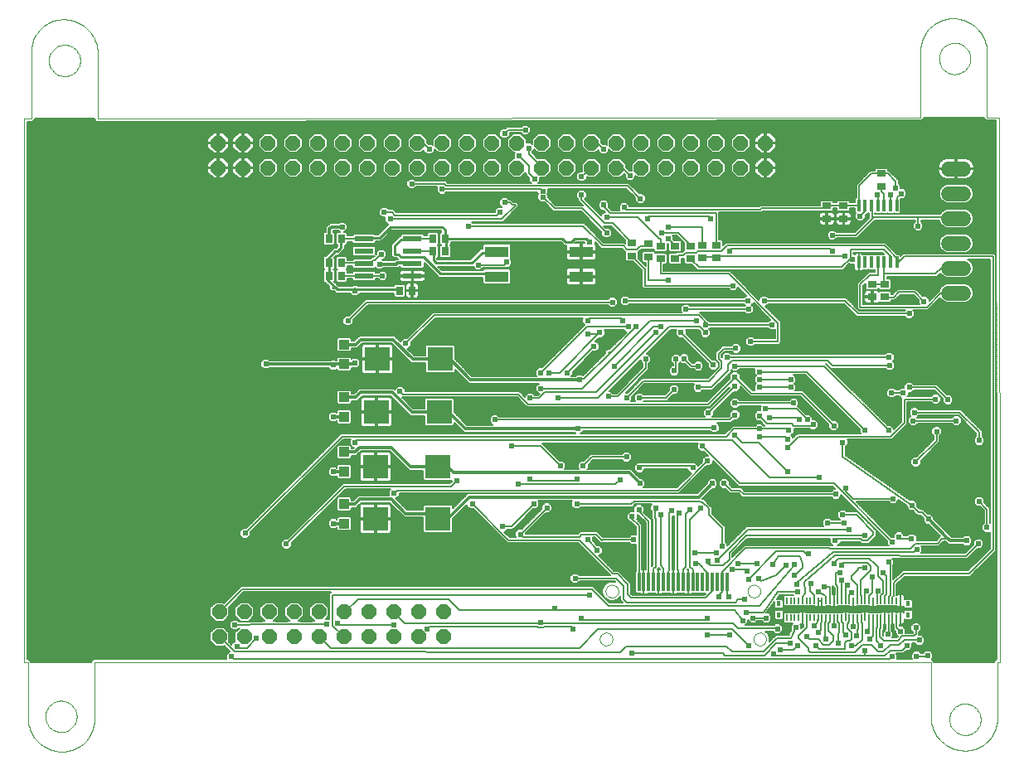
<source format=gbl>
G75*
G70*
%OFA0B0*%
%FSLAX24Y24*%
%IPPOS*%
%LPD*%
%AMOC8*
5,1,8,0,0,1.08239X$1,22.5*
%
%ADD10C,0.0000*%
%ADD11OC8,0.0600*%
%ADD12R,0.0780X0.0210*%
%ADD13R,0.0276X0.0354*%
%ADD14R,0.0961X0.0445*%
%ADD15R,0.0394X0.0394*%
%ADD16R,0.1024X0.0945*%
%ADD17R,0.0091X0.0256*%
%ADD18R,0.0177X0.0209*%
%ADD19R,0.0118X0.0748*%
%ADD20R,0.0354X0.0276*%
%ADD21R,0.0118X0.0472*%
%ADD22C,0.0600*%
%ADD23C,0.0060*%
%ADD24C,0.0240*%
%ADD25C,0.0100*%
%ADD26C,0.0118*%
%ADD27C,0.0240*%
%ADD28C,0.0079*%
D10*
X001652Y000107D02*
X001722Y000109D01*
X001792Y000115D01*
X001862Y000124D01*
X001931Y000137D01*
X002000Y000154D01*
X002067Y000175D01*
X002133Y000199D01*
X002197Y000227D01*
X002260Y000258D01*
X002322Y000293D01*
X002381Y000331D01*
X002438Y000372D01*
X002493Y000416D01*
X002545Y000463D01*
X002595Y000513D01*
X002642Y000565D01*
X002686Y000620D01*
X002727Y000677D01*
X002765Y000736D01*
X002800Y000798D01*
X002831Y000861D01*
X002859Y000925D01*
X002883Y000991D01*
X002904Y001058D01*
X002921Y001127D01*
X002934Y001196D01*
X002943Y001266D01*
X002949Y001336D01*
X002951Y001406D01*
X002951Y003690D01*
X036573Y003690D01*
X036573Y001524D01*
X036575Y001452D01*
X036581Y001380D01*
X036590Y001308D01*
X036603Y001237D01*
X036620Y001167D01*
X036640Y001098D01*
X036665Y001030D01*
X036692Y000964D01*
X036723Y000898D01*
X036758Y000835D01*
X036795Y000773D01*
X036836Y000714D01*
X036880Y000657D01*
X036927Y000602D01*
X036977Y000550D01*
X037029Y000500D01*
X037084Y000453D01*
X037141Y000409D01*
X037200Y000368D01*
X037262Y000331D01*
X037325Y000296D01*
X037391Y000265D01*
X037457Y000238D01*
X037525Y000213D01*
X037594Y000193D01*
X037664Y000176D01*
X037735Y000163D01*
X037807Y000154D01*
X037879Y000148D01*
X037951Y000146D01*
X037321Y001406D02*
X037323Y001456D01*
X037329Y001506D01*
X037339Y001555D01*
X037353Y001603D01*
X037370Y001650D01*
X037391Y001695D01*
X037416Y001739D01*
X037444Y001780D01*
X037476Y001819D01*
X037510Y001856D01*
X037547Y001890D01*
X037587Y001920D01*
X037629Y001947D01*
X037673Y001971D01*
X037719Y001992D01*
X037766Y002008D01*
X037814Y002021D01*
X037864Y002030D01*
X037913Y002035D01*
X037964Y002036D01*
X038014Y002033D01*
X038063Y002026D01*
X038112Y002015D01*
X038160Y002000D01*
X038206Y001982D01*
X038251Y001960D01*
X038294Y001934D01*
X038335Y001905D01*
X038374Y001873D01*
X038410Y001838D01*
X038442Y001800D01*
X038472Y001760D01*
X038499Y001717D01*
X038522Y001673D01*
X038541Y001627D01*
X038557Y001579D01*
X038569Y001530D01*
X038577Y001481D01*
X038581Y001431D01*
X038581Y001381D01*
X038577Y001331D01*
X038569Y001282D01*
X038557Y001233D01*
X038541Y001185D01*
X038522Y001139D01*
X038499Y001095D01*
X038472Y001052D01*
X038442Y001012D01*
X038410Y000974D01*
X038374Y000939D01*
X038335Y000907D01*
X038294Y000878D01*
X038251Y000852D01*
X038206Y000830D01*
X038160Y000812D01*
X038112Y000797D01*
X038063Y000786D01*
X038014Y000779D01*
X037964Y000776D01*
X037913Y000777D01*
X037864Y000782D01*
X037814Y000791D01*
X037766Y000804D01*
X037719Y000820D01*
X037673Y000841D01*
X037629Y000865D01*
X037587Y000892D01*
X037547Y000922D01*
X037510Y000956D01*
X037476Y000993D01*
X037444Y001032D01*
X037416Y001073D01*
X037391Y001117D01*
X037370Y001162D01*
X037353Y001209D01*
X037339Y001257D01*
X037329Y001306D01*
X037323Y001356D01*
X037321Y001406D01*
X037951Y000147D02*
X038021Y000149D01*
X038091Y000155D01*
X038161Y000164D01*
X038230Y000177D01*
X038299Y000194D01*
X038366Y000215D01*
X038432Y000239D01*
X038496Y000267D01*
X038559Y000298D01*
X038621Y000333D01*
X038680Y000371D01*
X038737Y000412D01*
X038792Y000456D01*
X038844Y000503D01*
X038894Y000553D01*
X038941Y000605D01*
X038985Y000660D01*
X039026Y000717D01*
X039064Y000776D01*
X039099Y000838D01*
X039130Y000901D01*
X039158Y000965D01*
X039182Y001031D01*
X039203Y001098D01*
X039220Y001167D01*
X039233Y001236D01*
X039242Y001306D01*
X039248Y001376D01*
X039250Y001446D01*
X039250Y003690D01*
X039349Y003690D01*
X039329Y025619D01*
X038837Y025619D01*
X038837Y028217D01*
X036907Y027981D02*
X036909Y028031D01*
X036915Y028081D01*
X036925Y028130D01*
X036939Y028178D01*
X036956Y028225D01*
X036977Y028270D01*
X037002Y028314D01*
X037030Y028355D01*
X037062Y028394D01*
X037096Y028431D01*
X037133Y028465D01*
X037173Y028495D01*
X037215Y028522D01*
X037259Y028546D01*
X037305Y028567D01*
X037352Y028583D01*
X037400Y028596D01*
X037450Y028605D01*
X037499Y028610D01*
X037550Y028611D01*
X037600Y028608D01*
X037649Y028601D01*
X037698Y028590D01*
X037746Y028575D01*
X037792Y028557D01*
X037837Y028535D01*
X037880Y028509D01*
X037921Y028480D01*
X037960Y028448D01*
X037996Y028413D01*
X038028Y028375D01*
X038058Y028335D01*
X038085Y028292D01*
X038108Y028248D01*
X038127Y028202D01*
X038143Y028154D01*
X038155Y028105D01*
X038163Y028056D01*
X038167Y028006D01*
X038167Y027956D01*
X038163Y027906D01*
X038155Y027857D01*
X038143Y027808D01*
X038127Y027760D01*
X038108Y027714D01*
X038085Y027670D01*
X038058Y027627D01*
X038028Y027587D01*
X037996Y027549D01*
X037960Y027514D01*
X037921Y027482D01*
X037880Y027453D01*
X037837Y027427D01*
X037792Y027405D01*
X037746Y027387D01*
X037698Y027372D01*
X037649Y027361D01*
X037600Y027354D01*
X037550Y027351D01*
X037499Y027352D01*
X037450Y027357D01*
X037400Y027366D01*
X037352Y027379D01*
X037305Y027395D01*
X037259Y027416D01*
X037215Y027440D01*
X037173Y027467D01*
X037133Y027497D01*
X037096Y027531D01*
X037062Y027568D01*
X037030Y027607D01*
X037002Y027648D01*
X036977Y027692D01*
X036956Y027737D01*
X036939Y027784D01*
X036925Y027832D01*
X036915Y027881D01*
X036909Y027931D01*
X036907Y027981D01*
X037459Y029595D02*
X037531Y029593D01*
X037603Y029587D01*
X037675Y029578D01*
X037746Y029565D01*
X037816Y029548D01*
X037885Y029528D01*
X037953Y029503D01*
X038019Y029476D01*
X038085Y029445D01*
X038148Y029410D01*
X038210Y029373D01*
X038269Y029332D01*
X038326Y029288D01*
X038381Y029241D01*
X038433Y029191D01*
X038483Y029139D01*
X038530Y029084D01*
X038574Y029027D01*
X038615Y028968D01*
X038652Y028906D01*
X038687Y028843D01*
X038718Y028777D01*
X038745Y028711D01*
X038770Y028643D01*
X038790Y028574D01*
X038807Y028504D01*
X038820Y028433D01*
X038829Y028361D01*
X038835Y028289D01*
X038837Y028217D01*
X037459Y029595D02*
X037389Y029593D01*
X037319Y029587D01*
X037249Y029578D01*
X037180Y029565D01*
X037111Y029548D01*
X037044Y029527D01*
X036978Y029503D01*
X036914Y029475D01*
X036851Y029444D01*
X036789Y029409D01*
X036730Y029371D01*
X036673Y029330D01*
X036618Y029286D01*
X036566Y029239D01*
X036516Y029189D01*
X036469Y029137D01*
X036425Y029082D01*
X036384Y029025D01*
X036346Y028966D01*
X036311Y028904D01*
X036280Y028841D01*
X036252Y028777D01*
X036228Y028711D01*
X036207Y028644D01*
X036190Y028575D01*
X036177Y028506D01*
X036168Y028436D01*
X036162Y028366D01*
X036160Y028296D01*
X036160Y025619D01*
X003089Y025580D01*
X003089Y028178D01*
X001120Y027902D02*
X001122Y027952D01*
X001128Y028002D01*
X001138Y028051D01*
X001152Y028099D01*
X001169Y028146D01*
X001190Y028191D01*
X001215Y028235D01*
X001243Y028276D01*
X001275Y028315D01*
X001309Y028352D01*
X001346Y028386D01*
X001386Y028416D01*
X001428Y028443D01*
X001472Y028467D01*
X001518Y028488D01*
X001565Y028504D01*
X001613Y028517D01*
X001663Y028526D01*
X001712Y028531D01*
X001763Y028532D01*
X001813Y028529D01*
X001862Y028522D01*
X001911Y028511D01*
X001959Y028496D01*
X002005Y028478D01*
X002050Y028456D01*
X002093Y028430D01*
X002134Y028401D01*
X002173Y028369D01*
X002209Y028334D01*
X002241Y028296D01*
X002271Y028256D01*
X002298Y028213D01*
X002321Y028169D01*
X002340Y028123D01*
X002356Y028075D01*
X002368Y028026D01*
X002376Y027977D01*
X002380Y027927D01*
X002380Y027877D01*
X002376Y027827D01*
X002368Y027778D01*
X002356Y027729D01*
X002340Y027681D01*
X002321Y027635D01*
X002298Y027591D01*
X002271Y027548D01*
X002241Y027508D01*
X002209Y027470D01*
X002173Y027435D01*
X002134Y027403D01*
X002093Y027374D01*
X002050Y027348D01*
X002005Y027326D01*
X001959Y027308D01*
X001911Y027293D01*
X001862Y027282D01*
X001813Y027275D01*
X001763Y027272D01*
X001712Y027273D01*
X001663Y027278D01*
X001613Y027287D01*
X001565Y027300D01*
X001518Y027316D01*
X001472Y027337D01*
X001428Y027361D01*
X001386Y027388D01*
X001346Y027418D01*
X001309Y027452D01*
X001275Y027489D01*
X001243Y027528D01*
X001215Y027569D01*
X001190Y027613D01*
X001169Y027658D01*
X001152Y027705D01*
X001138Y027753D01*
X001128Y027802D01*
X001122Y027852D01*
X001120Y027902D01*
X001711Y029556D02*
X001783Y029554D01*
X001855Y029548D01*
X001927Y029539D01*
X001998Y029526D01*
X002068Y029509D01*
X002137Y029489D01*
X002205Y029464D01*
X002271Y029437D01*
X002337Y029406D01*
X002400Y029371D01*
X002462Y029334D01*
X002521Y029293D01*
X002578Y029249D01*
X002633Y029202D01*
X002685Y029152D01*
X002735Y029100D01*
X002782Y029045D01*
X002826Y028988D01*
X002867Y028929D01*
X002904Y028867D01*
X002939Y028804D01*
X002970Y028738D01*
X002997Y028672D01*
X003022Y028604D01*
X003042Y028535D01*
X003059Y028465D01*
X003072Y028394D01*
X003081Y028322D01*
X003087Y028250D01*
X003089Y028178D01*
X001711Y029556D02*
X001641Y029554D01*
X001571Y029548D01*
X001501Y029539D01*
X001432Y029526D01*
X001363Y029509D01*
X001296Y029488D01*
X001230Y029464D01*
X001166Y029436D01*
X001103Y029405D01*
X001041Y029370D01*
X000982Y029332D01*
X000925Y029291D01*
X000870Y029247D01*
X000818Y029200D01*
X000768Y029150D01*
X000721Y029098D01*
X000677Y029043D01*
X000636Y028986D01*
X000598Y028927D01*
X000563Y028865D01*
X000532Y028802D01*
X000504Y028738D01*
X000480Y028672D01*
X000459Y028605D01*
X000442Y028536D01*
X000429Y028467D01*
X000420Y028397D01*
X000414Y028327D01*
X000412Y028257D01*
X000411Y028257D02*
X000411Y025580D01*
X000136Y025580D01*
X000136Y003690D01*
X000274Y003690D01*
X000274Y001485D01*
X000982Y001524D02*
X000984Y001574D01*
X000990Y001624D01*
X001000Y001673D01*
X001014Y001721D01*
X001031Y001768D01*
X001052Y001813D01*
X001077Y001857D01*
X001105Y001898D01*
X001137Y001937D01*
X001171Y001974D01*
X001208Y002008D01*
X001248Y002038D01*
X001290Y002065D01*
X001334Y002089D01*
X001380Y002110D01*
X001427Y002126D01*
X001475Y002139D01*
X001525Y002148D01*
X001574Y002153D01*
X001625Y002154D01*
X001675Y002151D01*
X001724Y002144D01*
X001773Y002133D01*
X001821Y002118D01*
X001867Y002100D01*
X001912Y002078D01*
X001955Y002052D01*
X001996Y002023D01*
X002035Y001991D01*
X002071Y001956D01*
X002103Y001918D01*
X002133Y001878D01*
X002160Y001835D01*
X002183Y001791D01*
X002202Y001745D01*
X002218Y001697D01*
X002230Y001648D01*
X002238Y001599D01*
X002242Y001549D01*
X002242Y001499D01*
X002238Y001449D01*
X002230Y001400D01*
X002218Y001351D01*
X002202Y001303D01*
X002183Y001257D01*
X002160Y001213D01*
X002133Y001170D01*
X002103Y001130D01*
X002071Y001092D01*
X002035Y001057D01*
X001996Y001025D01*
X001955Y000996D01*
X001912Y000970D01*
X001867Y000948D01*
X001821Y000930D01*
X001773Y000915D01*
X001724Y000904D01*
X001675Y000897D01*
X001625Y000894D01*
X001574Y000895D01*
X001525Y000900D01*
X001475Y000909D01*
X001427Y000922D01*
X001380Y000938D01*
X001334Y000959D01*
X001290Y000983D01*
X001248Y001010D01*
X001208Y001040D01*
X001171Y001074D01*
X001137Y001111D01*
X001105Y001150D01*
X001077Y001191D01*
X001052Y001235D01*
X001031Y001280D01*
X001014Y001327D01*
X001000Y001375D01*
X000990Y001424D01*
X000984Y001474D01*
X000982Y001524D01*
X000274Y001485D02*
X000276Y001413D01*
X000282Y001341D01*
X000291Y001269D01*
X000304Y001198D01*
X000321Y001128D01*
X000341Y001059D01*
X000366Y000991D01*
X000393Y000925D01*
X000424Y000859D01*
X000459Y000796D01*
X000496Y000734D01*
X000537Y000675D01*
X000581Y000618D01*
X000628Y000563D01*
X000678Y000511D01*
X000730Y000461D01*
X000785Y000414D01*
X000842Y000370D01*
X000901Y000329D01*
X000963Y000292D01*
X001026Y000257D01*
X001092Y000226D01*
X001158Y000199D01*
X001226Y000174D01*
X001295Y000154D01*
X001365Y000137D01*
X001436Y000124D01*
X001508Y000115D01*
X001580Y000109D01*
X001652Y000107D01*
X023266Y004635D02*
X023268Y004666D01*
X023274Y004697D01*
X023283Y004727D01*
X023296Y004756D01*
X023313Y004783D01*
X023333Y004807D01*
X023355Y004829D01*
X023381Y004848D01*
X023408Y004864D01*
X023437Y004876D01*
X023467Y004885D01*
X023498Y004890D01*
X023530Y004891D01*
X023561Y004888D01*
X023592Y004881D01*
X023622Y004871D01*
X023650Y004857D01*
X023676Y004839D01*
X023700Y004819D01*
X023721Y004795D01*
X023740Y004770D01*
X023755Y004742D01*
X023766Y004713D01*
X023774Y004682D01*
X023778Y004651D01*
X023778Y004619D01*
X023774Y004588D01*
X023766Y004557D01*
X023755Y004528D01*
X023740Y004500D01*
X023721Y004475D01*
X023700Y004451D01*
X023676Y004431D01*
X023650Y004413D01*
X023622Y004399D01*
X023592Y004389D01*
X023561Y004382D01*
X023530Y004379D01*
X023498Y004380D01*
X023467Y004385D01*
X023437Y004394D01*
X023408Y004406D01*
X023381Y004422D01*
X023355Y004441D01*
X023333Y004463D01*
X023313Y004487D01*
X023296Y004514D01*
X023283Y004543D01*
X023274Y004573D01*
X023268Y004604D01*
X023266Y004635D01*
X023502Y006564D02*
X023504Y006595D01*
X023510Y006626D01*
X023519Y006656D01*
X023532Y006685D01*
X023549Y006712D01*
X023569Y006736D01*
X023591Y006758D01*
X023617Y006777D01*
X023644Y006793D01*
X023673Y006805D01*
X023703Y006814D01*
X023734Y006819D01*
X023766Y006820D01*
X023797Y006817D01*
X023828Y006810D01*
X023858Y006800D01*
X023886Y006786D01*
X023912Y006768D01*
X023936Y006748D01*
X023957Y006724D01*
X023976Y006699D01*
X023991Y006671D01*
X024002Y006642D01*
X024010Y006611D01*
X024014Y006580D01*
X024014Y006548D01*
X024010Y006517D01*
X024002Y006486D01*
X023991Y006457D01*
X023976Y006429D01*
X023957Y006404D01*
X023936Y006380D01*
X023912Y006360D01*
X023886Y006342D01*
X023858Y006328D01*
X023828Y006318D01*
X023797Y006311D01*
X023766Y006308D01*
X023734Y006309D01*
X023703Y006314D01*
X023673Y006323D01*
X023644Y006335D01*
X023617Y006351D01*
X023591Y006370D01*
X023569Y006392D01*
X023549Y006416D01*
X023532Y006443D01*
X023519Y006472D01*
X023510Y006502D01*
X023504Y006533D01*
X023502Y006564D01*
X029211Y006564D02*
X029213Y006595D01*
X029219Y006626D01*
X029228Y006656D01*
X029241Y006685D01*
X029258Y006712D01*
X029278Y006736D01*
X029300Y006758D01*
X029326Y006777D01*
X029353Y006793D01*
X029382Y006805D01*
X029412Y006814D01*
X029443Y006819D01*
X029475Y006820D01*
X029506Y006817D01*
X029537Y006810D01*
X029567Y006800D01*
X029595Y006786D01*
X029621Y006768D01*
X029645Y006748D01*
X029666Y006724D01*
X029685Y006699D01*
X029700Y006671D01*
X029711Y006642D01*
X029719Y006611D01*
X029723Y006580D01*
X029723Y006548D01*
X029719Y006517D01*
X029711Y006486D01*
X029700Y006457D01*
X029685Y006429D01*
X029666Y006404D01*
X029645Y006380D01*
X029621Y006360D01*
X029595Y006342D01*
X029567Y006328D01*
X029537Y006318D01*
X029506Y006311D01*
X029475Y006308D01*
X029443Y006309D01*
X029412Y006314D01*
X029382Y006323D01*
X029353Y006335D01*
X029326Y006351D01*
X029300Y006370D01*
X029278Y006392D01*
X029258Y006416D01*
X029241Y006443D01*
X029228Y006472D01*
X029219Y006502D01*
X029213Y006533D01*
X029211Y006564D01*
X029447Y004635D02*
X029449Y004666D01*
X029455Y004697D01*
X029464Y004727D01*
X029477Y004756D01*
X029494Y004783D01*
X029514Y004807D01*
X029536Y004829D01*
X029562Y004848D01*
X029589Y004864D01*
X029618Y004876D01*
X029648Y004885D01*
X029679Y004890D01*
X029711Y004891D01*
X029742Y004888D01*
X029773Y004881D01*
X029803Y004871D01*
X029831Y004857D01*
X029857Y004839D01*
X029881Y004819D01*
X029902Y004795D01*
X029921Y004770D01*
X029936Y004742D01*
X029947Y004713D01*
X029955Y004682D01*
X029959Y004651D01*
X029959Y004619D01*
X029955Y004588D01*
X029947Y004557D01*
X029936Y004528D01*
X029921Y004500D01*
X029902Y004475D01*
X029881Y004451D01*
X029857Y004431D01*
X029831Y004413D01*
X029803Y004399D01*
X029773Y004389D01*
X029742Y004382D01*
X029711Y004379D01*
X029679Y004380D01*
X029648Y004385D01*
X029618Y004394D01*
X029589Y004406D01*
X029562Y004422D01*
X029536Y004441D01*
X029514Y004463D01*
X029494Y004487D01*
X029477Y004514D01*
X029464Y004543D01*
X029455Y004573D01*
X029449Y004604D01*
X029447Y004635D01*
D11*
X016978Y004725D03*
X015978Y004725D03*
X014978Y004725D03*
X013978Y004725D03*
X012978Y004725D03*
X011978Y004725D03*
X010978Y004725D03*
X009978Y004725D03*
X008978Y004725D03*
X007978Y004725D03*
X007978Y005725D03*
X008978Y005725D03*
X009978Y005725D03*
X010978Y005725D03*
X011978Y005725D03*
X012978Y005725D03*
X013978Y005725D03*
X014978Y005725D03*
X015978Y005725D03*
X016978Y005725D03*
X016935Y023583D03*
X015935Y023583D03*
X014935Y023583D03*
X013935Y023583D03*
X012935Y023583D03*
X011935Y023583D03*
X010935Y023583D03*
X009935Y023583D03*
X008935Y023583D03*
X007935Y023583D03*
X007935Y024583D03*
X008935Y024583D03*
X009935Y024583D03*
X010935Y024583D03*
X011935Y024583D03*
X012935Y024583D03*
X013935Y024583D03*
X014935Y024583D03*
X015935Y024583D03*
X016935Y024583D03*
X017935Y024583D03*
X018935Y024583D03*
X018935Y023583D03*
X017935Y023583D03*
X019935Y023583D03*
X020935Y023583D03*
X021935Y023583D03*
X022935Y023583D03*
X023935Y023583D03*
X024935Y023583D03*
X025935Y023583D03*
X026935Y023583D03*
X027935Y023583D03*
X028935Y023583D03*
X029935Y023583D03*
X029935Y024583D03*
X028935Y024583D03*
X027935Y024583D03*
X026935Y024583D03*
X025935Y024583D03*
X024935Y024583D03*
X023935Y024583D03*
X022935Y024583D03*
X021935Y024583D03*
X020935Y024583D03*
X019935Y024583D03*
D12*
X015732Y020739D03*
X015732Y020239D03*
X015732Y019739D03*
X015732Y019239D03*
X013792Y019239D03*
X013792Y019739D03*
X013792Y020239D03*
X013792Y020739D03*
D13*
X012892Y020737D03*
X012380Y020737D03*
X012380Y019753D03*
X012892Y019753D03*
X012892Y019241D03*
X012380Y019241D03*
X015215Y018650D03*
X015726Y018650D03*
X016553Y020225D03*
X016553Y020737D03*
X017065Y020737D03*
X017065Y020225D03*
D14*
X019132Y020213D03*
X019132Y019213D03*
X022518Y019213D03*
X022518Y020213D03*
D15*
X012990Y016485D03*
X012990Y015698D03*
X012990Y014359D03*
X012990Y013572D03*
X012990Y012154D03*
X012990Y011367D03*
X012990Y010068D03*
X012990Y009280D03*
D16*
X014250Y009477D03*
X014250Y011564D03*
X016770Y011564D03*
X016770Y009477D03*
X016809Y013769D03*
X016849Y015894D03*
X014329Y015894D03*
X014289Y013769D03*
D17*
X030786Y006180D03*
X030943Y006180D03*
X031100Y006180D03*
X031258Y006180D03*
X031415Y006180D03*
X031573Y006180D03*
X031730Y006180D03*
X031888Y006180D03*
X032045Y006180D03*
X032203Y006180D03*
X032360Y006180D03*
X032518Y006180D03*
X032675Y006180D03*
X032833Y006180D03*
X032990Y006180D03*
X033148Y006180D03*
X033305Y006180D03*
X033463Y006180D03*
X033620Y006180D03*
X033778Y006180D03*
X033935Y006180D03*
X034093Y006180D03*
X034250Y006180D03*
X034408Y006180D03*
X034565Y006180D03*
X034723Y006180D03*
X034880Y006180D03*
X035037Y006180D03*
X035195Y006180D03*
X035352Y006180D03*
X035352Y005491D03*
X035195Y005491D03*
X035037Y005491D03*
X034880Y005491D03*
X034723Y005491D03*
X034565Y005491D03*
X034408Y005491D03*
X034250Y005491D03*
X034093Y005491D03*
X033935Y005491D03*
X033778Y005491D03*
X033620Y005491D03*
X033463Y005491D03*
X033305Y005491D03*
X033148Y005491D03*
X032990Y005491D03*
X032833Y005491D03*
X032675Y005491D03*
X032518Y005491D03*
X032360Y005491D03*
X032203Y005491D03*
X032045Y005491D03*
X031888Y005491D03*
X031730Y005491D03*
X031573Y005491D03*
X031415Y005491D03*
X031258Y005491D03*
X031100Y005491D03*
X030943Y005491D03*
X030786Y005491D03*
D18*
X030471Y005613D03*
X030471Y006058D03*
X035667Y006058D03*
X035667Y005613D03*
D19*
X028384Y006938D03*
X028187Y006938D03*
X027990Y006938D03*
X027793Y006938D03*
X027597Y006938D03*
X027400Y006938D03*
X027203Y006938D03*
X027006Y006938D03*
X026809Y006938D03*
X026612Y006938D03*
X026415Y006938D03*
X026219Y006938D03*
X026022Y006938D03*
X025825Y006938D03*
X025628Y006938D03*
X025431Y006938D03*
X025234Y006938D03*
X025037Y006938D03*
X024841Y006938D03*
D20*
X034211Y018394D03*
X034723Y018394D03*
X034723Y018906D03*
X034211Y018906D03*
X033069Y021544D03*
X033069Y022056D03*
X032400Y022056D03*
X032400Y021544D03*
X034585Y022843D03*
X034585Y023355D03*
X027951Y020481D03*
X027951Y019969D03*
X027400Y019969D03*
X026927Y019930D03*
X026927Y020442D03*
X027400Y020481D03*
X026297Y020442D03*
X026297Y019930D03*
X025707Y019930D03*
X025234Y020009D03*
X025707Y020442D03*
X025234Y020520D03*
X024565Y020560D03*
X024565Y020048D03*
D21*
X033679Y019792D03*
X033935Y019792D03*
X034191Y019792D03*
X034447Y019792D03*
X034703Y019792D03*
X034959Y019792D03*
X035215Y019792D03*
X035215Y022076D03*
X034959Y022076D03*
X034703Y022076D03*
X034447Y022076D03*
X034191Y022076D03*
X033935Y022076D03*
X033679Y022076D03*
D22*
X037297Y022552D02*
X037897Y022552D01*
X037897Y021552D02*
X037297Y021552D01*
X037297Y020552D02*
X037897Y020552D01*
X037897Y019552D02*
X037297Y019552D01*
X037297Y018552D02*
X037897Y018552D01*
X037897Y023552D02*
X037297Y023552D01*
D23*
X037566Y023543D02*
X034839Y023543D01*
X034852Y023530D02*
X034799Y023583D01*
X034370Y023583D01*
X034318Y023530D01*
X034318Y023475D01*
X034141Y023475D01*
X034071Y023405D01*
X033649Y022983D01*
X033579Y022913D01*
X033579Y022398D01*
X033530Y022349D01*
X033530Y022196D01*
X033336Y022196D01*
X033336Y022231D01*
X033283Y022284D01*
X032855Y022284D01*
X032802Y022231D01*
X032802Y022196D01*
X032667Y022196D01*
X032667Y022231D01*
X032614Y022284D01*
X032185Y022284D01*
X032133Y022231D01*
X032133Y022077D01*
X029812Y022077D01*
X029712Y022077D01*
X029673Y022038D01*
X024460Y022038D01*
X024460Y022084D01*
X024337Y022207D01*
X024163Y022207D01*
X024040Y022084D01*
X024040Y021910D01*
X024069Y021881D01*
X023749Y021881D01*
X023627Y022002D01*
X023633Y022008D01*
X023633Y022182D01*
X023510Y022305D01*
X023336Y022305D01*
X023213Y022182D01*
X023213Y022008D01*
X023336Y021885D01*
X023405Y021885D01*
X023477Y021813D01*
X023454Y021813D01*
X023331Y021690D01*
X023331Y021668D01*
X022672Y022327D01*
X022747Y022402D01*
X022747Y022576D01*
X022624Y022699D01*
X022450Y022699D01*
X022327Y022576D01*
X022327Y022402D01*
X022398Y022332D01*
X022398Y022262D01*
X022468Y022192D01*
X022582Y022077D01*
X022507Y022077D01*
X021504Y022077D01*
X021192Y022390D01*
X021192Y022497D01*
X021161Y022528D01*
X021192Y022559D01*
X021192Y022733D01*
X021183Y022743D01*
X024338Y022743D01*
X024690Y022391D01*
X024690Y022264D01*
X024813Y022141D01*
X024987Y022141D01*
X025110Y022264D01*
X025110Y022438D01*
X024987Y022561D01*
X024859Y022561D01*
X024438Y022983D01*
X024338Y022983D01*
X020789Y022983D01*
X020858Y023052D01*
X020858Y023193D01*
X021097Y023193D01*
X021325Y023422D01*
X021325Y023745D01*
X021097Y023973D01*
X020774Y023973D01*
X020772Y023972D01*
X020551Y024192D01*
X020551Y024221D01*
X020621Y024292D01*
X020621Y024346D01*
X020774Y024193D01*
X021097Y024193D01*
X021325Y024422D01*
X021325Y024745D01*
X021097Y024973D01*
X020774Y024973D01*
X020545Y024745D01*
X020545Y024542D01*
X020498Y024589D01*
X020325Y024589D01*
X020325Y024745D01*
X020097Y024973D01*
X019774Y024973D01*
X019545Y024745D01*
X019545Y024422D01*
X019774Y024193D01*
X019851Y024193D01*
X019808Y024151D01*
X019808Y023977D01*
X019811Y023973D01*
X019774Y023973D01*
X019545Y023745D01*
X019545Y023422D01*
X019774Y023193D01*
X020097Y023193D01*
X020291Y023388D01*
X020291Y023325D01*
X020438Y023179D01*
X020438Y023052D01*
X020506Y022983D01*
X017154Y022983D01*
X017075Y023062D01*
X016976Y023062D01*
X015884Y023062D01*
X015794Y023152D01*
X015620Y023152D01*
X015497Y023029D01*
X015497Y022855D01*
X015620Y022732D01*
X015794Y022732D01*
X015884Y022822D01*
X016727Y022822D01*
X016717Y022812D01*
X016717Y022638D01*
X016840Y022515D01*
X017014Y022515D01*
X017104Y022605D01*
X020772Y022605D01*
X020772Y022559D01*
X020803Y022528D01*
X020772Y022497D01*
X020772Y022323D01*
X020895Y022200D01*
X021042Y022200D01*
X021405Y021837D01*
X021504Y021837D01*
X022507Y021837D01*
X023331Y021014D01*
X023331Y020886D01*
X023454Y020763D01*
X023628Y020763D01*
X023751Y020886D01*
X023751Y021060D01*
X023628Y021183D01*
X023501Y021183D01*
X023437Y021247D01*
X023512Y021247D01*
X023728Y021247D01*
X024298Y020677D01*
X024298Y020544D01*
X024260Y020581D01*
X023434Y020581D01*
X022716Y021299D01*
X022646Y021369D01*
X018167Y021369D01*
X018132Y021404D01*
X019379Y021404D01*
X019449Y021475D01*
X019930Y021956D01*
X020000Y022026D01*
X020000Y022125D01*
X019910Y022215D01*
X019811Y022215D01*
X019792Y022215D01*
X019693Y022314D01*
X019624Y022314D01*
X019534Y022404D01*
X019360Y022404D01*
X019237Y022281D01*
X019237Y022107D01*
X019334Y022010D01*
X019163Y022010D01*
X019040Y021887D01*
X019040Y021802D01*
X015087Y021802D01*
X015039Y021850D01*
X014969Y021920D01*
X014781Y021920D01*
X014691Y022010D01*
X014517Y022010D01*
X014394Y021887D01*
X014394Y021713D01*
X014517Y021590D01*
X014631Y021590D01*
X014631Y021437D01*
X014751Y021317D01*
X014350Y020916D01*
X014237Y020916D01*
X014219Y020934D01*
X013365Y020934D01*
X013312Y020881D01*
X013312Y020859D01*
X013120Y020859D01*
X013120Y020951D01*
X013067Y021004D01*
X013003Y021004D01*
X013121Y021122D01*
X013121Y021296D01*
X012998Y021419D01*
X012824Y021419D01*
X012764Y021358D01*
X012540Y021358D01*
X012417Y021358D01*
X012338Y021280D01*
X012251Y021192D01*
X012251Y021004D01*
X012205Y021004D01*
X012152Y020951D01*
X012152Y020523D01*
X012205Y020470D01*
X012555Y020470D01*
X012608Y020523D01*
X012608Y020951D01*
X012555Y021004D01*
X012549Y021004D01*
X012549Y021060D01*
X012764Y021060D01*
X012820Y021004D01*
X012717Y021004D01*
X012664Y020951D01*
X012664Y020523D01*
X012717Y020470D01*
X012732Y020470D01*
X012732Y020441D01*
X012657Y020365D01*
X012578Y020365D01*
X012263Y020050D01*
X012233Y020020D01*
X012205Y020020D01*
X012152Y019967D01*
X012152Y019538D01*
X012194Y019497D01*
X012152Y019455D01*
X012152Y019026D01*
X012205Y018974D01*
X012233Y018974D01*
X012263Y018943D01*
X012379Y018828D01*
X012378Y018826D01*
X012378Y018710D01*
X012460Y018629D01*
X012539Y018629D01*
X012578Y018629D01*
X012657Y018550D01*
X012773Y018550D01*
X013227Y018550D01*
X013336Y018440D01*
X013510Y018440D01*
X013620Y018550D01*
X014987Y018550D01*
X014987Y018436D01*
X015040Y018383D01*
X015390Y018383D01*
X015442Y018436D01*
X015442Y018865D01*
X015390Y018918D01*
X015040Y018918D01*
X014987Y018865D01*
X014987Y018830D01*
X013541Y018830D01*
X013510Y018860D01*
X013336Y018860D01*
X013306Y018830D01*
X012773Y018830D01*
X012756Y018846D01*
X012756Y018846D01*
X012674Y018928D01*
X012592Y019011D01*
X012608Y019026D01*
X012608Y019455D01*
X012566Y019497D01*
X012608Y019538D01*
X012608Y019967D01*
X012592Y019983D01*
X012694Y020085D01*
X012773Y020085D01*
X012855Y020167D01*
X013012Y020325D01*
X013012Y020441D01*
X013012Y020470D01*
X013067Y020470D01*
X013120Y020523D01*
X013120Y020619D01*
X013312Y020619D01*
X013312Y020597D01*
X013365Y020544D01*
X014219Y020544D01*
X014272Y020597D01*
X014272Y020636D01*
X014466Y020636D01*
X014548Y020718D01*
X014899Y021069D01*
X016869Y021069D01*
X016905Y021033D01*
X016905Y021004D01*
X016890Y021004D01*
X016837Y020951D01*
X016837Y020523D01*
X016879Y020481D01*
X016837Y020440D01*
X016837Y020011D01*
X016890Y019958D01*
X017240Y019958D01*
X017293Y020011D01*
X017293Y020440D01*
X018562Y020440D01*
X018562Y020473D02*
X018562Y020326D01*
X018483Y020326D01*
X018401Y020244D01*
X018050Y019893D01*
X016749Y019893D01*
X016713Y019929D01*
X016713Y019958D01*
X016728Y019958D01*
X016781Y020011D01*
X016781Y020440D01*
X016837Y020440D01*
X016781Y020440D02*
X016739Y020481D01*
X016781Y020523D01*
X016781Y020951D01*
X016728Y021004D01*
X016378Y021004D01*
X016325Y020951D01*
X016325Y020859D01*
X016212Y020859D01*
X016212Y020881D01*
X016159Y020934D01*
X015305Y020934D01*
X015252Y020881D01*
X015252Y020838D01*
X015216Y020838D01*
X014979Y020601D01*
X014897Y020519D01*
X014897Y020165D01*
X014897Y020049D01*
X014979Y019967D01*
X015098Y019967D01*
X015134Y019931D01*
X015163Y019902D01*
X015054Y019902D01*
X015015Y019862D01*
X014556Y019862D01*
X014521Y019897D01*
X014573Y019897D01*
X014696Y020020D01*
X014696Y020194D01*
X014573Y020317D01*
X014399Y020317D01*
X014276Y020194D01*
X014276Y020106D01*
X014272Y020102D01*
X014272Y020381D01*
X014897Y020381D01*
X014897Y020323D02*
X014272Y020323D01*
X014272Y020381D02*
X014219Y020434D01*
X013365Y020434D01*
X013312Y020381D01*
X013012Y020381D01*
X013010Y020323D02*
X013312Y020323D01*
X013312Y020381D02*
X013312Y020097D01*
X013365Y020044D01*
X014214Y020044D01*
X014161Y019991D01*
X014122Y019991D01*
X014065Y019934D01*
X013365Y019934D01*
X013312Y019881D01*
X013312Y019873D01*
X013120Y019873D01*
X013120Y019967D01*
X013067Y020020D01*
X012717Y020020D01*
X012664Y019967D01*
X012664Y019538D01*
X012706Y019497D01*
X012664Y019455D01*
X012664Y019026D01*
X012717Y018974D01*
X013067Y018974D01*
X013120Y019026D01*
X013120Y019121D01*
X013312Y019121D01*
X013312Y019097D01*
X013365Y019044D01*
X014219Y019044D01*
X014272Y019097D01*
X014272Y019121D01*
X014349Y019121D01*
X014439Y019031D01*
X014613Y019031D01*
X014736Y019154D01*
X014736Y019328D01*
X014613Y019451D01*
X014439Y019451D01*
X014349Y019361D01*
X014272Y019361D01*
X014272Y019381D01*
X014219Y019434D01*
X013365Y019434D01*
X013312Y019381D01*
X013312Y019361D01*
X013120Y019361D01*
X013120Y019455D01*
X013078Y019497D01*
X013120Y019538D01*
X013120Y019633D01*
X013312Y019633D01*
X013312Y019597D01*
X013365Y019544D01*
X014219Y019544D01*
X014250Y019574D01*
X014321Y019503D01*
X014495Y019503D01*
X014556Y019564D01*
X015139Y019564D01*
X015178Y019604D01*
X015252Y019604D01*
X015252Y019597D01*
X015305Y019544D01*
X016159Y019544D01*
X016212Y019597D01*
X016212Y019758D01*
X016709Y019262D01*
X016790Y019180D01*
X018562Y019180D01*
X018562Y018954D01*
X018614Y018901D01*
X019650Y018901D01*
X019702Y018954D01*
X019702Y019473D01*
X019650Y019526D01*
X018614Y019526D01*
X018562Y019473D01*
X018562Y019460D01*
X016906Y019460D01*
X016753Y019613D01*
X018050Y019613D01*
X018166Y019613D01*
X018174Y019620D01*
X018174Y019620D01*
X018174Y019587D01*
X018297Y019464D01*
X018471Y019464D01*
X018561Y019554D01*
X019457Y019554D01*
X019485Y019582D01*
X019613Y019582D01*
X019736Y019705D01*
X019736Y019879D01*
X019682Y019933D01*
X019702Y019954D01*
X019702Y020473D01*
X019650Y020526D01*
X018614Y020526D01*
X018562Y020473D01*
X018587Y020498D02*
X017269Y020498D01*
X017251Y020481D02*
X017293Y020523D01*
X017293Y020597D01*
X021712Y020597D01*
X021748Y020561D01*
X021830Y020479D01*
X021914Y020479D01*
X021907Y020453D01*
X021907Y020243D01*
X022488Y020243D01*
X022488Y020183D01*
X022548Y020183D01*
X022548Y019861D01*
X023015Y019861D01*
X023048Y019870D01*
X023078Y019887D01*
X023102Y019911D01*
X023119Y019941D01*
X023128Y019974D01*
X023128Y020183D01*
X022548Y020183D01*
X022548Y020243D01*
X023128Y020243D01*
X023128Y020453D01*
X023119Y020486D01*
X023102Y020516D01*
X023082Y020536D01*
X023082Y020594D01*
X023334Y020341D01*
X023434Y020341D01*
X024161Y020341D01*
X024298Y020205D01*
X024298Y019873D01*
X024351Y019820D01*
X024603Y019820D01*
X024957Y019467D01*
X024957Y018897D01*
X024957Y018798D01*
X025027Y018727D01*
X028443Y018727D01*
X028533Y018637D01*
X028707Y018637D01*
X028830Y018760D01*
X028830Y018783D01*
X029166Y018447D01*
X029143Y018447D01*
X029053Y018357D01*
X024466Y018357D01*
X024376Y018447D01*
X024202Y018447D01*
X024079Y018324D01*
X024079Y018150D01*
X024202Y018027D01*
X024376Y018027D01*
X024466Y018117D01*
X029053Y018117D01*
X029111Y018060D01*
X029073Y018022D01*
X026907Y018022D01*
X026817Y018112D01*
X026643Y018112D01*
X026520Y017989D01*
X026520Y017815D01*
X026550Y017786D01*
X016563Y017786D01*
X016492Y017716D01*
X015511Y016734D01*
X015384Y016734D01*
X015261Y016611D01*
X015261Y016591D01*
X015108Y016744D01*
X015020Y016831D01*
X013721Y016831D01*
X013598Y016831D01*
X013401Y016634D01*
X013277Y016634D01*
X013277Y016719D01*
X013224Y016772D01*
X012756Y016772D01*
X012703Y016719D01*
X012703Y016251D01*
X012756Y016198D01*
X013224Y016198D01*
X013277Y016251D01*
X013277Y016336D01*
X013524Y016336D01*
X013612Y016423D01*
X013721Y016533D01*
X014897Y016533D01*
X015684Y015745D01*
X015808Y015745D01*
X016247Y015745D01*
X016247Y015385D01*
X016299Y015332D01*
X017398Y015332D01*
X017450Y015385D01*
X017450Y015476D01*
X018007Y014919D01*
X018131Y014919D01*
X020812Y014919D01*
X020694Y014800D01*
X020694Y014626D01*
X020817Y014503D01*
X020839Y014503D01*
X020775Y014440D01*
X020648Y014440D01*
X020558Y014530D01*
X020384Y014530D01*
X020261Y014407D01*
X020261Y014384D01*
X020048Y014597D01*
X019948Y014597D01*
X015444Y014597D01*
X015444Y014682D01*
X015321Y014805D01*
X015147Y014805D01*
X015024Y014682D01*
X015024Y014662D01*
X014981Y014705D01*
X013721Y014705D01*
X013598Y014705D01*
X013401Y014508D01*
X013277Y014508D01*
X013277Y014593D01*
X013224Y014646D01*
X012756Y014646D01*
X012703Y014593D01*
X012703Y014125D01*
X012756Y014072D01*
X013224Y014072D01*
X013277Y014125D01*
X013277Y014210D01*
X013524Y014210D01*
X013612Y014297D01*
X013721Y014407D01*
X014858Y014407D01*
X015645Y013619D01*
X015769Y013619D01*
X016207Y013619D01*
X016207Y013259D01*
X016260Y013206D01*
X017358Y013206D01*
X017411Y013259D01*
X017411Y013350D01*
X017810Y012950D01*
X017934Y012950D01*
X022252Y012950D01*
X022298Y012904D01*
X012862Y012904D01*
X012791Y012834D01*
X009054Y009097D01*
X008927Y009097D01*
X008804Y008974D01*
X008804Y008800D01*
X008927Y008677D01*
X009101Y008677D01*
X009224Y008800D01*
X009224Y008927D01*
X012961Y012664D01*
X013243Y012664D01*
X013213Y012635D01*
X013213Y012461D01*
X013336Y012338D01*
X013396Y012338D01*
X013362Y012303D01*
X013277Y012303D01*
X013277Y012388D01*
X013224Y012441D01*
X012756Y012441D01*
X012703Y012388D01*
X012703Y011920D01*
X012756Y011867D01*
X013224Y011867D01*
X013277Y011920D01*
X013277Y012005D01*
X013485Y012005D01*
X013572Y012093D01*
X013682Y012202D01*
X014818Y012202D01*
X015606Y011415D01*
X015729Y011415D01*
X016168Y011415D01*
X016168Y011054D01*
X016221Y011001D01*
X017308Y011001D01*
X017308Y010972D01*
X017232Y010896D01*
X013040Y010896D01*
X012941Y010896D01*
X010708Y008664D01*
X010580Y008664D01*
X010457Y008541D01*
X010457Y008367D01*
X010580Y008244D01*
X010754Y008244D01*
X010877Y008367D01*
X010877Y008494D01*
X013040Y010656D01*
X014857Y010656D01*
X014788Y010588D01*
X014788Y010414D01*
X014788Y010414D01*
X013682Y010414D01*
X013558Y010414D01*
X013362Y010217D01*
X013277Y010217D01*
X013277Y010302D01*
X013224Y010355D01*
X012756Y010355D01*
X012703Y010302D01*
X012703Y009834D01*
X012756Y009781D01*
X013224Y009781D01*
X013277Y009834D01*
X013277Y009919D01*
X013485Y009919D01*
X013572Y010006D01*
X013682Y010116D01*
X014818Y010116D01*
X015409Y009525D01*
X015532Y009525D01*
X016168Y009525D01*
X016168Y008967D01*
X016221Y008915D01*
X017319Y008915D01*
X017372Y008967D01*
X017372Y009474D01*
X017938Y010041D01*
X017938Y009981D01*
X018061Y009858D01*
X018188Y009858D01*
X019555Y008491D01*
X019654Y008491D01*
X022389Y008491D01*
X023677Y007203D01*
X023685Y007196D01*
X022459Y007196D01*
X022369Y007286D01*
X022195Y007286D01*
X022072Y007163D01*
X022072Y006989D01*
X022195Y006866D01*
X022369Y006866D01*
X022459Y006956D01*
X023866Y006956D01*
X023898Y006923D01*
X023835Y006950D01*
X023681Y006950D01*
X023539Y006891D01*
X023431Y006782D01*
X023372Y006641D01*
X023372Y006487D01*
X023431Y006345D01*
X023539Y006237D01*
X023681Y006178D01*
X023835Y006178D01*
X023977Y006237D01*
X024085Y006345D01*
X024091Y006359D01*
X024091Y006299D01*
X024091Y006199D01*
X024197Y006093D01*
X023670Y006093D01*
X023001Y006762D01*
X022901Y006762D01*
X008945Y006762D01*
X008846Y006762D01*
X008169Y006086D01*
X008140Y006115D01*
X007817Y006115D01*
X007588Y005887D01*
X007588Y005564D01*
X007817Y005335D01*
X008140Y005335D01*
X008368Y005564D01*
X008368Y005887D01*
X008339Y005916D01*
X008945Y006523D01*
X012464Y006523D01*
X012398Y006456D01*
X012398Y006357D01*
X012398Y005426D01*
X012388Y005435D01*
X012240Y005435D01*
X012368Y005564D01*
X012368Y005887D01*
X012140Y006115D01*
X011817Y006115D01*
X011588Y005887D01*
X011588Y005564D01*
X011787Y005365D01*
X011720Y005365D01*
X011700Y005345D01*
X011268Y005345D01*
X011249Y005365D01*
X011170Y005365D01*
X011368Y005564D01*
X011368Y005887D01*
X011140Y006115D01*
X010817Y006115D01*
X010588Y005887D01*
X010588Y005564D01*
X010787Y005365D01*
X010716Y005365D01*
X010696Y005345D01*
X010264Y005345D01*
X010245Y005365D01*
X010170Y005365D01*
X010368Y005564D01*
X010368Y005887D01*
X010140Y006115D01*
X009817Y006115D01*
X009588Y005887D01*
X009588Y005564D01*
X009787Y005365D01*
X009712Y005365D01*
X009692Y005345D01*
X009161Y005345D01*
X009141Y005325D01*
X008777Y005325D01*
X008687Y005416D01*
X008513Y005416D01*
X008390Y005292D01*
X008390Y005119D01*
X008513Y004995D01*
X008687Y004995D01*
X008777Y005086D01*
X008787Y005086D01*
X008588Y004887D01*
X008588Y004564D01*
X008603Y004549D01*
X008592Y004549D01*
X008469Y004426D01*
X008469Y004404D01*
X008339Y004534D01*
X008368Y004564D01*
X008368Y004887D01*
X008140Y005115D01*
X007817Y005115D01*
X007588Y004887D01*
X007588Y004564D01*
X007817Y004335D01*
X008140Y004335D01*
X008169Y004365D01*
X008398Y004136D01*
X008376Y004136D01*
X008253Y004013D01*
X008253Y003839D01*
X008272Y003820D01*
X003005Y003820D01*
X002897Y003820D01*
X002821Y003744D01*
X002821Y003690D01*
X000404Y003690D01*
X000404Y003744D01*
X000328Y003820D01*
X000266Y003820D01*
X000266Y025450D01*
X000465Y025450D01*
X000541Y025526D01*
X000541Y025580D01*
X002959Y025582D01*
X002959Y025526D01*
X002959Y025526D01*
X002959Y025526D01*
X002994Y025490D01*
X003035Y025450D01*
X003035Y025449D01*
X003098Y025450D01*
X003142Y025450D01*
X003143Y025450D02*
X036145Y025489D01*
X036213Y025489D01*
X036213Y025489D01*
X036214Y025489D01*
X036249Y025525D01*
X036289Y025565D01*
X036290Y025565D01*
X036289Y025616D01*
X038707Y025618D01*
X038707Y025565D01*
X038783Y025489D01*
X039199Y025489D01*
X039218Y003820D01*
X039196Y003820D01*
X039120Y003744D01*
X039120Y003690D01*
X036703Y003690D01*
X036703Y003744D01*
X036627Y003820D01*
X036606Y003820D01*
X036665Y003878D01*
X036665Y004052D01*
X036542Y004175D01*
X036368Y004175D01*
X036258Y004066D01*
X036179Y004066D01*
X036089Y004156D01*
X035915Y004156D01*
X035792Y004033D01*
X035792Y003859D01*
X035831Y003820D01*
X035209Y003820D01*
X035228Y003839D01*
X035228Y004013D01*
X035179Y004062D01*
X035381Y004062D01*
X035481Y004062D01*
X035588Y004169D01*
X035715Y004169D01*
X035838Y004292D01*
X035838Y004466D01*
X035818Y004486D01*
X035933Y004486D01*
X036033Y004385D01*
X036207Y004385D01*
X036330Y004508D01*
X036330Y004682D01*
X036207Y004805D01*
X036102Y004805D01*
X036102Y004910D01*
X036192Y005000D01*
X036192Y005174D01*
X036069Y005297D01*
X035895Y005297D01*
X035772Y005174D01*
X035772Y005000D01*
X035862Y004910D01*
X035862Y004881D01*
X035854Y004873D01*
X035562Y004873D01*
X035562Y005037D01*
X035439Y005160D01*
X035315Y005160D01*
X035772Y005160D01*
X035772Y005101D02*
X035498Y005101D01*
X035556Y005043D02*
X035772Y005043D01*
X035788Y004984D02*
X035562Y004984D01*
X035562Y004926D02*
X035847Y004926D01*
X035982Y004831D02*
X035982Y005087D01*
X036118Y004926D02*
X039217Y004926D01*
X039217Y004984D02*
X036176Y004984D01*
X036192Y005043D02*
X039217Y005043D01*
X039217Y005101D02*
X036192Y005101D01*
X036192Y005160D02*
X039217Y005160D01*
X039217Y005219D02*
X036148Y005219D01*
X036090Y005277D02*
X039217Y005277D01*
X039217Y005336D02*
X035525Y005336D01*
X035528Y005346D02*
X035528Y005433D01*
X035542Y005419D01*
X035793Y005419D01*
X035846Y005471D01*
X035846Y005755D01*
X035793Y005807D01*
X035542Y005807D01*
X035489Y005755D01*
X035489Y005712D01*
X035478Y005723D01*
X035448Y005740D01*
X035415Y005749D01*
X035353Y005749D01*
X035353Y005491D01*
X035352Y005491D01*
X035352Y005749D01*
X035290Y005749D01*
X035257Y005740D01*
X035227Y005723D01*
X035213Y005709D01*
X035177Y005709D01*
X035163Y005723D01*
X035133Y005740D01*
X035100Y005749D01*
X035038Y005749D01*
X035038Y005491D01*
X035037Y005491D01*
X035037Y005749D01*
X034975Y005749D01*
X034942Y005740D01*
X034912Y005723D01*
X034898Y005709D01*
X034862Y005709D01*
X034848Y005723D01*
X034818Y005740D01*
X034785Y005749D01*
X034723Y005749D01*
X034723Y005491D01*
X034722Y005491D01*
X034722Y005749D01*
X034660Y005749D01*
X034627Y005740D01*
X034597Y005723D01*
X034583Y005709D01*
X034482Y005709D01*
X034333Y005709D01*
X034168Y005709D01*
X034074Y005709D01*
X034060Y005723D01*
X034031Y005740D01*
X033998Y005749D01*
X033935Y005749D01*
X033873Y005749D01*
X033840Y005740D01*
X033810Y005723D01*
X033796Y005709D01*
X033695Y005709D01*
X033538Y005709D01*
X033380Y005709D01*
X033287Y005709D01*
X033273Y005723D01*
X033243Y005740D01*
X033210Y005749D01*
X033148Y005749D01*
X033148Y005491D01*
X033147Y005491D01*
X033147Y005749D01*
X033085Y005749D01*
X033052Y005740D01*
X033023Y005723D01*
X033009Y005709D01*
X032915Y005709D01*
X032758Y005709D01*
X032600Y005709D01*
X032443Y005709D01*
X032285Y005709D01*
X032128Y005709D01*
X031970Y005709D01*
X031813Y005709D01*
X031655Y005709D01*
X031555Y005709D01*
X031541Y005723D01*
X031511Y005740D01*
X031478Y005749D01*
X031416Y005749D01*
X031416Y005491D01*
X031415Y005491D01*
X031415Y005749D01*
X031353Y005749D01*
X031320Y005740D01*
X031290Y005723D01*
X031276Y005709D01*
X031183Y005709D01*
X031026Y005709D01*
X030868Y005709D01*
X030703Y005709D01*
X030650Y005656D01*
X030650Y005326D01*
X030703Y005273D01*
X030868Y005273D01*
X031026Y005273D01*
X031029Y005273D01*
X030950Y005194D01*
X030950Y005020D01*
X030971Y004999D01*
X030869Y004794D01*
X030342Y004794D01*
X030272Y004724D01*
X030076Y004528D01*
X030089Y004558D01*
X030089Y004711D01*
X030030Y004853D01*
X029935Y004948D01*
X030215Y004948D01*
X030324Y004838D01*
X030498Y004838D01*
X030621Y004961D01*
X030621Y005135D01*
X030498Y005258D01*
X030324Y005258D01*
X030254Y005188D01*
X029116Y005188D01*
X029224Y005296D01*
X029224Y005388D01*
X029340Y005271D01*
X029514Y005271D01*
X029604Y005361D01*
X029782Y005361D01*
X029872Y005271D01*
X030046Y005271D01*
X030169Y005394D01*
X030650Y005394D01*
X030650Y005336D02*
X030110Y005336D01*
X030169Y005394D02*
X030169Y005568D01*
X030046Y005691D01*
X029970Y005691D01*
X030292Y006131D01*
X030292Y005916D01*
X030345Y005864D01*
X030596Y005864D01*
X030649Y005916D01*
X030649Y006199D01*
X030596Y006252D01*
X030381Y006252D01*
X030492Y006404D01*
X031042Y006404D01*
X031048Y006398D01*
X031026Y006398D01*
X030868Y006398D01*
X030703Y006398D01*
X030650Y006345D01*
X030650Y006015D01*
X030703Y005962D01*
X030868Y005962D01*
X031026Y005962D01*
X031183Y005962D01*
X031340Y005962D01*
X031498Y005962D01*
X031655Y005962D01*
X031813Y005962D01*
X031906Y005962D01*
X031920Y005948D01*
X031950Y005931D01*
X031983Y005922D01*
X032045Y005922D01*
X032045Y005987D01*
X032046Y005986D01*
X032046Y005922D01*
X032108Y005922D01*
X032124Y005926D01*
X032140Y005922D01*
X032203Y005922D01*
X032265Y005922D01*
X032298Y005931D01*
X032328Y005948D01*
X032342Y005962D01*
X032443Y005962D01*
X032536Y005962D01*
X032550Y005948D01*
X032580Y005931D01*
X032613Y005922D01*
X032675Y005922D01*
X032675Y006179D01*
X032675Y006179D01*
X032675Y005922D01*
X032738Y005922D01*
X032771Y005931D01*
X032800Y005948D01*
X032814Y005962D01*
X032915Y005962D01*
X033073Y005962D01*
X033223Y005962D01*
X033324Y005962D01*
X033338Y005948D01*
X033367Y005931D01*
X033400Y005922D01*
X033462Y005922D01*
X033462Y006179D01*
X033463Y006179D01*
X033463Y005922D01*
X033525Y005922D01*
X033558Y005931D01*
X033588Y005948D01*
X033602Y005962D01*
X033695Y005962D01*
X033853Y005962D01*
X034010Y005962D01*
X034111Y005962D01*
X034125Y005948D01*
X034155Y005931D01*
X034188Y005922D01*
X034250Y005922D01*
X034250Y006179D01*
X034250Y006179D01*
X034250Y005922D01*
X034312Y005922D01*
X034346Y005931D01*
X034375Y005948D01*
X034389Y005962D01*
X034482Y005962D01*
X034640Y005962D01*
X034797Y005962D01*
X034955Y005962D01*
X035112Y005962D01*
X035213Y005962D01*
X035227Y005948D01*
X035257Y005931D01*
X035290Y005922D01*
X035352Y005922D01*
X035352Y006179D01*
X035353Y006179D01*
X035353Y005922D01*
X035415Y005922D01*
X035448Y005931D01*
X035478Y005948D01*
X035489Y005959D01*
X035489Y005916D01*
X035542Y005864D01*
X035793Y005864D01*
X035846Y005916D01*
X035846Y006199D01*
X035793Y006252D01*
X035542Y006252D01*
X035528Y006238D01*
X035528Y006325D01*
X035519Y006358D01*
X035502Y006388D01*
X035478Y006412D01*
X035448Y006429D01*
X035415Y006438D01*
X035353Y006438D01*
X035353Y006180D01*
X035352Y006180D01*
X035352Y006438D01*
X035290Y006438D01*
X035257Y006429D01*
X035227Y006412D01*
X035213Y006398D01*
X035197Y006398D01*
X035197Y006847D01*
X035536Y007152D01*
X038059Y007152D01*
X038158Y007152D01*
X038434Y007428D01*
X038447Y007428D01*
X039133Y008114D01*
X039203Y008184D01*
X039203Y019979D01*
X039203Y020078D01*
X039133Y020148D01*
X035560Y020148D01*
X035460Y020148D01*
X035364Y020052D01*
X035364Y020066D01*
X035311Y020118D01*
X035235Y020118D01*
X034772Y020581D01*
X034673Y020581D01*
X028334Y020581D01*
X028264Y020511D01*
X028218Y020465D01*
X028218Y020656D01*
X028165Y020709D01*
X028071Y020709D01*
X028071Y021798D01*
X029772Y021798D01*
X029812Y021837D01*
X032176Y021837D01*
X032185Y021828D01*
X032614Y021828D01*
X032667Y021881D01*
X032667Y021956D01*
X032802Y021956D01*
X032802Y021881D01*
X032855Y021828D01*
X033283Y021828D01*
X033336Y021881D01*
X033336Y021956D01*
X033530Y021956D01*
X033530Y021802D01*
X033566Y021767D01*
X033528Y021729D01*
X033528Y021556D01*
X033651Y021433D01*
X033825Y021433D01*
X033948Y021556D01*
X033948Y021683D01*
X033985Y021719D01*
X034015Y021749D01*
X034031Y021749D01*
X034063Y021781D01*
X034091Y021753D01*
X034091Y021653D01*
X034091Y021574D01*
X033511Y020995D01*
X032793Y020995D01*
X032703Y021085D01*
X032529Y021085D01*
X032406Y020962D01*
X032406Y020788D01*
X032529Y020665D01*
X032703Y020665D01*
X032793Y020755D01*
X033511Y020755D01*
X033611Y020755D01*
X034319Y021463D01*
X034339Y021483D01*
X035941Y021483D01*
X035941Y021426D01*
X035851Y021336D01*
X035851Y021162D01*
X035974Y021039D01*
X036148Y021039D01*
X036271Y021162D01*
X036271Y021336D01*
X036181Y021426D01*
X036181Y021483D01*
X036907Y021483D01*
X036907Y021474D01*
X036966Y021331D01*
X037076Y021221D01*
X037219Y021162D01*
X037974Y021162D01*
X038117Y021221D01*
X038227Y021331D01*
X038286Y021474D01*
X038286Y021630D01*
X038227Y021773D01*
X038117Y021883D01*
X037974Y021942D01*
X037219Y021942D01*
X037076Y021883D01*
X036966Y021773D01*
X036945Y021723D01*
X036111Y021723D01*
X036011Y021723D01*
X034331Y021723D01*
X034331Y021769D01*
X034351Y021749D01*
X034543Y021749D01*
X034575Y021781D01*
X034606Y021749D01*
X034799Y021749D01*
X034831Y021781D01*
X034862Y021749D01*
X035055Y021749D01*
X035087Y021781D01*
X035118Y021749D01*
X035311Y021749D01*
X035364Y021802D01*
X035364Y022105D01*
X035364Y022106D01*
X035364Y022106D01*
X035364Y022338D01*
X035479Y022338D01*
X035602Y022461D01*
X035602Y022635D01*
X035479Y022758D01*
X035366Y022758D01*
X035366Y022871D01*
X035276Y022961D01*
X035276Y022990D01*
X035276Y023090D01*
X034890Y023475D01*
X034852Y023475D01*
X034852Y023530D01*
X034852Y023484D02*
X036872Y023484D01*
X036877Y023451D02*
X036867Y023518D01*
X036867Y023522D01*
X037566Y023522D01*
X037566Y023582D01*
X036867Y023582D01*
X036867Y023586D01*
X036877Y023653D01*
X036898Y023717D01*
X036929Y023777D01*
X036969Y023832D01*
X037016Y023880D01*
X037071Y023920D01*
X037131Y023950D01*
X037196Y023971D01*
X037263Y023982D01*
X037567Y023982D01*
X037567Y023582D01*
X037626Y023582D01*
X037626Y023982D01*
X037930Y023982D01*
X037997Y023971D01*
X038062Y023950D01*
X038122Y023920D01*
X038177Y023880D01*
X038224Y023832D01*
X038264Y023777D01*
X038295Y023717D01*
X038316Y023653D01*
X038326Y023586D01*
X038326Y023582D01*
X037627Y023582D01*
X037627Y023522D01*
X038326Y023522D01*
X038326Y023518D01*
X038316Y023451D01*
X038295Y023387D01*
X038264Y023327D01*
X038224Y023272D01*
X038177Y023224D01*
X038122Y023184D01*
X038062Y023153D01*
X037997Y023133D01*
X037930Y023122D01*
X037626Y023122D01*
X037626Y023522D01*
X037567Y023522D01*
X037567Y023122D01*
X037263Y023122D01*
X037196Y023133D01*
X037131Y023153D01*
X037071Y023184D01*
X037016Y023224D01*
X036969Y023272D01*
X036929Y023327D01*
X036898Y023387D01*
X036877Y023451D01*
X036885Y023425D02*
X034940Y023425D01*
X034998Y023367D02*
X036908Y023367D01*
X036942Y023308D02*
X035057Y023308D01*
X035116Y023250D02*
X036991Y023250D01*
X037061Y023191D02*
X035174Y023191D01*
X035233Y023133D02*
X037195Y023133D01*
X037219Y022942D02*
X037076Y022883D01*
X036966Y022773D01*
X036907Y022630D01*
X036907Y022474D01*
X036966Y022331D01*
X037076Y022221D01*
X037219Y022162D01*
X037974Y022162D01*
X038117Y022221D01*
X038227Y022331D01*
X038286Y022474D01*
X038286Y022630D01*
X038227Y022773D01*
X038117Y022883D01*
X037974Y022942D01*
X037219Y022942D01*
X037114Y022899D02*
X035338Y022899D01*
X035366Y022840D02*
X037033Y022840D01*
X036975Y022781D02*
X035366Y022781D01*
X035514Y022723D02*
X036945Y022723D01*
X036921Y022664D02*
X035572Y022664D01*
X035602Y022606D02*
X036907Y022606D01*
X036907Y022547D02*
X035602Y022547D01*
X035602Y022489D02*
X036907Y022489D01*
X036925Y022430D02*
X035571Y022430D01*
X035512Y022372D02*
X036949Y022372D01*
X036984Y022313D02*
X035364Y022313D01*
X035364Y022255D02*
X037042Y022255D01*
X037137Y022196D02*
X035364Y022196D01*
X035364Y022138D02*
X039202Y022138D01*
X039202Y022196D02*
X038056Y022196D01*
X038151Y022255D02*
X039202Y022255D01*
X039202Y022313D02*
X038209Y022313D01*
X038244Y022372D02*
X039202Y022372D01*
X039202Y022430D02*
X038268Y022430D01*
X038286Y022489D02*
X039202Y022489D01*
X039202Y022547D02*
X038286Y022547D01*
X038286Y022606D02*
X039201Y022606D01*
X039201Y022664D02*
X038272Y022664D01*
X038248Y022723D02*
X039201Y022723D01*
X039201Y022781D02*
X038219Y022781D01*
X038160Y022840D02*
X039201Y022840D01*
X039201Y022899D02*
X038079Y022899D01*
X037998Y023133D02*
X039201Y023133D01*
X039201Y023191D02*
X038132Y023191D01*
X038203Y023250D02*
X039201Y023250D01*
X039201Y023308D02*
X038251Y023308D01*
X038285Y023367D02*
X039201Y023367D01*
X039201Y023425D02*
X038308Y023425D01*
X038321Y023484D02*
X039201Y023484D01*
X039201Y023543D02*
X037627Y023543D01*
X037626Y023601D02*
X037567Y023601D01*
X037567Y023660D02*
X037626Y023660D01*
X037626Y023718D02*
X037567Y023718D01*
X037567Y023777D02*
X037626Y023777D01*
X037626Y023835D02*
X037567Y023835D01*
X037567Y023894D02*
X037626Y023894D01*
X037626Y023952D02*
X037567Y023952D01*
X037137Y023952D02*
X030174Y023952D01*
X030233Y023894D02*
X037036Y023894D01*
X036972Y023835D02*
X030291Y023835D01*
X030350Y023777D02*
X036929Y023777D01*
X036899Y023718D02*
X030365Y023718D01*
X030365Y023762D02*
X030365Y023613D01*
X029965Y023613D01*
X029965Y023553D01*
X029965Y023153D01*
X030113Y023153D01*
X030365Y023405D01*
X030365Y023553D01*
X029965Y023553D01*
X029905Y023553D01*
X029905Y023153D01*
X029757Y023153D01*
X029505Y023405D01*
X029505Y023553D01*
X029905Y023553D01*
X029905Y023613D01*
X029505Y023613D01*
X029505Y023762D01*
X029757Y024013D01*
X029905Y024013D01*
X029905Y023614D01*
X029965Y023614D01*
X029965Y024013D01*
X030113Y024013D01*
X030365Y023762D01*
X030365Y023660D02*
X036879Y023660D01*
X036869Y023601D02*
X029965Y023601D01*
X029965Y023543D02*
X029905Y023543D01*
X029905Y023601D02*
X029325Y023601D01*
X029325Y023543D02*
X029505Y023543D01*
X029505Y023484D02*
X029325Y023484D01*
X029325Y023425D02*
X029505Y023425D01*
X029544Y023367D02*
X029270Y023367D01*
X029325Y023422D02*
X029097Y023193D01*
X028774Y023193D01*
X028545Y023422D01*
X028545Y023745D01*
X028774Y023973D01*
X029097Y023973D01*
X029325Y023745D01*
X029325Y023422D01*
X029212Y023308D02*
X029602Y023308D01*
X029661Y023250D02*
X029153Y023250D01*
X028717Y023250D02*
X028153Y023250D01*
X028097Y023193D02*
X028325Y023422D01*
X028325Y023745D01*
X028097Y023973D01*
X027774Y023973D01*
X027545Y023745D01*
X027545Y023422D01*
X027774Y023193D01*
X028097Y023193D01*
X028212Y023308D02*
X028659Y023308D01*
X028600Y023367D02*
X028270Y023367D01*
X028325Y023425D02*
X028545Y023425D01*
X028545Y023484D02*
X028325Y023484D01*
X028325Y023543D02*
X028545Y023543D01*
X028545Y023601D02*
X028325Y023601D01*
X028325Y023660D02*
X028545Y023660D01*
X028545Y023718D02*
X028325Y023718D01*
X028293Y023777D02*
X028577Y023777D01*
X028635Y023835D02*
X028235Y023835D01*
X028176Y023894D02*
X028694Y023894D01*
X028753Y023952D02*
X028118Y023952D01*
X028097Y024193D02*
X027774Y024193D01*
X027545Y024422D01*
X027545Y024745D01*
X027774Y024973D01*
X028097Y024973D01*
X028325Y024745D01*
X028325Y024422D01*
X028097Y024193D01*
X028148Y024245D02*
X028722Y024245D01*
X028774Y024193D02*
X029097Y024193D01*
X029325Y024422D01*
X029325Y024745D01*
X029097Y024973D01*
X028774Y024973D01*
X028545Y024745D01*
X028545Y024422D01*
X028774Y024193D01*
X028663Y024304D02*
X028207Y024304D01*
X028265Y024362D02*
X028605Y024362D01*
X028546Y024421D02*
X028324Y024421D01*
X028325Y024479D02*
X028545Y024479D01*
X028545Y024538D02*
X028325Y024538D01*
X028325Y024596D02*
X028545Y024596D01*
X028545Y024655D02*
X028325Y024655D01*
X028325Y024713D02*
X028545Y024713D01*
X028572Y024772D02*
X028298Y024772D01*
X028240Y024831D02*
X028631Y024831D01*
X028689Y024889D02*
X028181Y024889D01*
X028122Y024948D02*
X028748Y024948D01*
X029122Y024948D02*
X029691Y024948D01*
X029750Y025006D02*
X020470Y025006D01*
X020484Y025020D02*
X020484Y025194D01*
X020361Y025317D01*
X020187Y025317D01*
X020097Y025227D01*
X019634Y025227D01*
X019535Y025227D01*
X019487Y025179D01*
X019360Y025179D01*
X019237Y025056D01*
X019237Y024882D01*
X019360Y024759D01*
X019534Y024759D01*
X019657Y024882D01*
X019657Y024987D01*
X020097Y024987D01*
X020187Y024897D01*
X020361Y024897D01*
X020484Y025020D01*
X020484Y025065D02*
X039199Y025065D01*
X039199Y025123D02*
X020484Y025123D01*
X020484Y025182D02*
X039199Y025182D01*
X039199Y025240D02*
X020437Y025240D01*
X020379Y025299D02*
X039199Y025299D01*
X039199Y025357D02*
X000266Y025357D01*
X000266Y025299D02*
X020169Y025299D01*
X020110Y025240D02*
X000266Y025240D01*
X000266Y025182D02*
X019490Y025182D01*
X019585Y025107D02*
X019447Y024969D01*
X019585Y025107D02*
X020274Y025107D01*
X020411Y024948D02*
X020748Y024948D01*
X020689Y024889D02*
X020181Y024889D01*
X020136Y024948D02*
X020122Y024948D01*
X020240Y024831D02*
X020631Y024831D01*
X020572Y024772D02*
X020298Y024772D01*
X020325Y024713D02*
X020545Y024713D01*
X020545Y024655D02*
X020325Y024655D01*
X020325Y024596D02*
X020545Y024596D01*
X020411Y024379D02*
X020431Y024359D01*
X020431Y024143D01*
X020766Y023808D01*
X020766Y023591D01*
X020923Y023591D01*
X020935Y023583D01*
X021212Y023308D02*
X021659Y023308D01*
X021717Y023250D02*
X021153Y023250D01*
X021270Y023367D02*
X021600Y023367D01*
X021545Y023422D02*
X021774Y023193D01*
X022097Y023193D01*
X022325Y023422D01*
X022325Y023745D01*
X022097Y023973D01*
X021774Y023973D01*
X021545Y023745D01*
X021545Y023422D01*
X021545Y023425D02*
X021325Y023425D01*
X021325Y023484D02*
X021545Y023484D01*
X021545Y023543D02*
X021325Y023543D01*
X021325Y023601D02*
X021545Y023601D01*
X021545Y023660D02*
X021325Y023660D01*
X021325Y023718D02*
X021545Y023718D01*
X021577Y023777D02*
X021293Y023777D01*
X021235Y023835D02*
X021635Y023835D01*
X021694Y023894D02*
X021176Y023894D01*
X021118Y023952D02*
X021753Y023952D01*
X021774Y024193D02*
X022097Y024193D01*
X022325Y024422D01*
X022325Y024745D01*
X022097Y024973D01*
X021774Y024973D01*
X021545Y024745D01*
X021545Y024422D01*
X021774Y024193D01*
X021722Y024245D02*
X021148Y024245D01*
X021207Y024304D02*
X021663Y024304D01*
X021605Y024362D02*
X021265Y024362D01*
X021324Y024421D02*
X021546Y024421D01*
X021545Y024479D02*
X021325Y024479D01*
X021325Y024538D02*
X021545Y024538D01*
X021545Y024596D02*
X021325Y024596D01*
X021325Y024655D02*
X021545Y024655D01*
X021545Y024713D02*
X021325Y024713D01*
X021298Y024772D02*
X021572Y024772D01*
X021631Y024831D02*
X021240Y024831D01*
X021181Y024889D02*
X021689Y024889D01*
X021748Y024948D02*
X021122Y024948D01*
X020663Y024304D02*
X020621Y024304D01*
X020575Y024245D02*
X020722Y024245D01*
X020615Y024128D02*
X039200Y024128D01*
X039200Y024187D02*
X030146Y024187D01*
X030113Y024153D02*
X030365Y024405D01*
X030365Y024553D01*
X029965Y024553D01*
X029965Y024153D01*
X030113Y024153D01*
X030205Y024245D02*
X039200Y024245D01*
X039200Y024304D02*
X030263Y024304D01*
X030322Y024362D02*
X039200Y024362D01*
X039200Y024421D02*
X030365Y024421D01*
X030365Y024479D02*
X039200Y024479D01*
X039200Y024538D02*
X030365Y024538D01*
X030365Y024613D02*
X030365Y024762D01*
X030113Y025013D01*
X029965Y025013D01*
X029965Y024614D01*
X029905Y024614D01*
X029905Y025013D01*
X029757Y025013D01*
X029505Y024762D01*
X029505Y024613D01*
X029905Y024613D01*
X029905Y024553D01*
X029965Y024553D01*
X029965Y024613D01*
X030365Y024613D01*
X030365Y024655D02*
X039200Y024655D01*
X039200Y024713D02*
X030365Y024713D01*
X030355Y024772D02*
X039200Y024772D01*
X039200Y024831D02*
X030296Y024831D01*
X030238Y024889D02*
X039199Y024889D01*
X039199Y024948D02*
X030179Y024948D01*
X030120Y025006D02*
X039199Y025006D01*
X039199Y025416D02*
X000266Y025416D01*
X000490Y025474D02*
X003010Y025474D01*
X003035Y025450D02*
X003035Y025450D01*
X003142Y025450D02*
X003143Y025450D01*
X002959Y025533D02*
X000541Y025533D01*
X000266Y025123D02*
X019304Y025123D01*
X019245Y025065D02*
X000266Y025065D01*
X000266Y025006D02*
X007750Y025006D01*
X007757Y025013D02*
X007505Y024762D01*
X007505Y024613D01*
X007905Y024613D01*
X007905Y024553D01*
X007965Y024553D01*
X007965Y024153D01*
X008113Y024153D01*
X008365Y024405D01*
X008365Y024553D01*
X007965Y024553D01*
X007965Y024613D01*
X008365Y024613D01*
X008365Y024762D01*
X008113Y025013D01*
X007965Y025013D01*
X007965Y024614D01*
X007905Y024614D01*
X007905Y025013D01*
X007757Y025013D01*
X007691Y024948D02*
X000266Y024948D01*
X000266Y024889D02*
X007633Y024889D01*
X007574Y024831D02*
X000266Y024831D01*
X000266Y024772D02*
X007516Y024772D01*
X007505Y024713D02*
X000266Y024713D01*
X000266Y024655D02*
X007505Y024655D01*
X007505Y024553D02*
X007505Y024405D01*
X007757Y024153D01*
X007905Y024153D01*
X007905Y024553D01*
X007505Y024553D01*
X007505Y024538D02*
X000266Y024538D01*
X000266Y024596D02*
X007905Y024596D01*
X007905Y024538D02*
X007965Y024538D01*
X007965Y024596D02*
X008905Y024596D01*
X008905Y024613D02*
X008905Y024553D01*
X008965Y024553D01*
X008965Y024153D01*
X009113Y024153D01*
X009365Y024405D01*
X009365Y024553D01*
X008965Y024553D01*
X008965Y024613D01*
X009365Y024613D01*
X009365Y024762D01*
X009113Y025013D01*
X008965Y025013D01*
X008965Y024614D01*
X008905Y024614D01*
X008905Y025013D01*
X008757Y025013D01*
X008505Y024762D01*
X008505Y024613D01*
X008905Y024613D01*
X008905Y024655D02*
X008965Y024655D01*
X008965Y024713D02*
X008905Y024713D01*
X008905Y024772D02*
X008965Y024772D01*
X008965Y024831D02*
X008905Y024831D01*
X008905Y024889D02*
X008965Y024889D01*
X008965Y024948D02*
X008905Y024948D01*
X008905Y025006D02*
X008965Y025006D01*
X009120Y025006D02*
X019237Y025006D01*
X019237Y024948D02*
X019122Y024948D01*
X019097Y024973D02*
X019325Y024745D01*
X019325Y024422D01*
X019097Y024193D01*
X018774Y024193D01*
X018545Y024422D01*
X018545Y024745D01*
X018774Y024973D01*
X019097Y024973D01*
X019181Y024889D02*
X019237Y024889D01*
X019240Y024831D02*
X019289Y024831D01*
X019298Y024772D02*
X019347Y024772D01*
X019325Y024713D02*
X019545Y024713D01*
X019545Y024655D02*
X019325Y024655D01*
X019325Y024596D02*
X019545Y024596D01*
X019545Y024538D02*
X019325Y024538D01*
X019325Y024479D02*
X019545Y024479D01*
X019546Y024421D02*
X019324Y024421D01*
X019265Y024362D02*
X019605Y024362D01*
X019663Y024304D02*
X019207Y024304D01*
X019148Y024245D02*
X019722Y024245D01*
X019844Y024187D02*
X016560Y024187D01*
X016502Y024129D02*
X016625Y024252D01*
X016625Y024342D01*
X016774Y024193D01*
X017097Y024193D01*
X017325Y024422D01*
X017325Y024745D01*
X017097Y024973D01*
X016774Y024973D01*
X016545Y024745D01*
X016545Y024507D01*
X016502Y024549D01*
X016375Y024549D01*
X016325Y024599D01*
X016325Y024745D01*
X016097Y024973D01*
X015774Y024973D01*
X015545Y024745D01*
X015545Y024422D01*
X015774Y024193D01*
X016097Y024193D01*
X016205Y024302D01*
X016205Y024252D01*
X016328Y024129D01*
X016502Y024129D01*
X016618Y024245D02*
X016722Y024245D01*
X016663Y024304D02*
X016625Y024304D01*
X016415Y024339D02*
X016179Y024576D01*
X015943Y024576D01*
X015935Y024583D01*
X015663Y024304D02*
X015207Y024304D01*
X015265Y024362D02*
X015605Y024362D01*
X015546Y024421D02*
X015324Y024421D01*
X015325Y024422D02*
X015097Y024193D01*
X014774Y024193D01*
X014545Y024422D01*
X014545Y024745D01*
X014774Y024973D01*
X015097Y024973D01*
X015325Y024745D01*
X015325Y024422D01*
X015325Y024479D02*
X015545Y024479D01*
X015545Y024538D02*
X015325Y024538D01*
X015325Y024596D02*
X015545Y024596D01*
X015545Y024655D02*
X015325Y024655D01*
X015325Y024713D02*
X015545Y024713D01*
X015572Y024772D02*
X015298Y024772D01*
X015240Y024831D02*
X015631Y024831D01*
X015689Y024889D02*
X015181Y024889D01*
X015122Y024948D02*
X015748Y024948D01*
X016122Y024948D02*
X016748Y024948D01*
X016689Y024889D02*
X016181Y024889D01*
X016240Y024831D02*
X016631Y024831D01*
X016572Y024772D02*
X016298Y024772D01*
X016325Y024713D02*
X016545Y024713D01*
X016545Y024655D02*
X016325Y024655D01*
X016328Y024596D02*
X016545Y024596D01*
X016545Y024538D02*
X016514Y024538D01*
X016213Y024245D02*
X016148Y024245D01*
X016271Y024187D02*
X009146Y024187D01*
X009205Y024245D02*
X009722Y024245D01*
X009774Y024193D02*
X010097Y024193D01*
X010325Y024422D01*
X010325Y024745D01*
X010097Y024973D01*
X009774Y024973D01*
X009545Y024745D01*
X009545Y024422D01*
X009774Y024193D01*
X009663Y024304D02*
X009263Y024304D01*
X009322Y024362D02*
X009605Y024362D01*
X009546Y024421D02*
X009365Y024421D01*
X009365Y024479D02*
X009545Y024479D01*
X009545Y024538D02*
X009365Y024538D01*
X009365Y024655D02*
X009545Y024655D01*
X009545Y024713D02*
X009365Y024713D01*
X009355Y024772D02*
X009572Y024772D01*
X009631Y024831D02*
X009296Y024831D01*
X009238Y024889D02*
X009689Y024889D01*
X009748Y024948D02*
X009179Y024948D01*
X008965Y024596D02*
X009545Y024596D01*
X010122Y024948D02*
X010748Y024948D01*
X010774Y024973D02*
X010545Y024745D01*
X010545Y024422D01*
X010774Y024193D01*
X011097Y024193D01*
X011325Y024422D01*
X011325Y024745D01*
X011097Y024973D01*
X010774Y024973D01*
X010689Y024889D02*
X010181Y024889D01*
X010240Y024831D02*
X010631Y024831D01*
X010572Y024772D02*
X010298Y024772D01*
X010325Y024713D02*
X010545Y024713D01*
X010545Y024655D02*
X010325Y024655D01*
X010325Y024596D02*
X010545Y024596D01*
X010545Y024538D02*
X010325Y024538D01*
X010325Y024479D02*
X010545Y024479D01*
X010546Y024421D02*
X010324Y024421D01*
X010265Y024362D02*
X010605Y024362D01*
X010663Y024304D02*
X010207Y024304D01*
X010148Y024245D02*
X010722Y024245D01*
X010774Y023973D02*
X010545Y023745D01*
X010545Y023422D01*
X010774Y023193D01*
X011097Y023193D01*
X011325Y023422D01*
X011325Y023745D01*
X011097Y023973D01*
X010774Y023973D01*
X010753Y023952D02*
X010118Y023952D01*
X010097Y023973D02*
X009774Y023973D01*
X009545Y023745D01*
X009545Y023422D01*
X009774Y023193D01*
X010097Y023193D01*
X010325Y023422D01*
X010325Y023745D01*
X010097Y023973D01*
X010176Y023894D02*
X010694Y023894D01*
X010635Y023835D02*
X010235Y023835D01*
X010293Y023777D02*
X010577Y023777D01*
X010545Y023718D02*
X010325Y023718D01*
X010325Y023660D02*
X010545Y023660D01*
X010545Y023601D02*
X010325Y023601D01*
X010325Y023543D02*
X010545Y023543D01*
X010545Y023484D02*
X010325Y023484D01*
X010325Y023425D02*
X010545Y023425D01*
X010600Y023367D02*
X010270Y023367D01*
X010212Y023308D02*
X010659Y023308D01*
X010717Y023250D02*
X010153Y023250D01*
X009717Y023250D02*
X009210Y023250D01*
X009268Y023308D02*
X009659Y023308D01*
X009600Y023367D02*
X009327Y023367D01*
X009365Y023405D02*
X009365Y023553D01*
X008965Y023553D01*
X008965Y023153D01*
X009113Y023153D01*
X009365Y023405D01*
X009365Y023425D02*
X009545Y023425D01*
X009545Y023484D02*
X009365Y023484D01*
X009365Y023543D02*
X009545Y023543D01*
X009545Y023601D02*
X008965Y023601D01*
X008965Y023613D02*
X009365Y023613D01*
X009365Y023762D01*
X009113Y024013D01*
X008965Y024013D01*
X008965Y023614D01*
X008905Y023614D01*
X008905Y024013D01*
X008757Y024013D01*
X008505Y023762D01*
X008505Y023613D01*
X008905Y023613D01*
X008905Y023553D01*
X008965Y023553D01*
X008965Y023613D01*
X008965Y023660D02*
X008905Y023660D01*
X008905Y023718D02*
X008965Y023718D01*
X008965Y023777D02*
X008905Y023777D01*
X008905Y023835D02*
X008965Y023835D01*
X008965Y023894D02*
X008905Y023894D01*
X008905Y023952D02*
X008965Y023952D01*
X008965Y024011D02*
X008905Y024011D01*
X008905Y024153D02*
X008905Y024553D01*
X008505Y024553D01*
X008505Y024405D01*
X008757Y024153D01*
X008905Y024153D01*
X008905Y024187D02*
X008965Y024187D01*
X008965Y024245D02*
X008905Y024245D01*
X008905Y024304D02*
X008965Y024304D01*
X008965Y024362D02*
X008905Y024362D01*
X008905Y024421D02*
X008965Y024421D01*
X008965Y024479D02*
X008905Y024479D01*
X008905Y024538D02*
X008965Y024538D01*
X008665Y024245D02*
X008205Y024245D01*
X008263Y024304D02*
X008607Y024304D01*
X008548Y024362D02*
X008322Y024362D01*
X008365Y024421D02*
X008505Y024421D01*
X008505Y024479D02*
X008365Y024479D01*
X008365Y024538D02*
X008505Y024538D01*
X008505Y024655D02*
X008365Y024655D01*
X008365Y024713D02*
X008505Y024713D01*
X008516Y024772D02*
X008355Y024772D01*
X008296Y024831D02*
X008574Y024831D01*
X008633Y024889D02*
X008238Y024889D01*
X008179Y024948D02*
X008691Y024948D01*
X008750Y025006D02*
X008120Y025006D01*
X007965Y025006D02*
X007905Y025006D01*
X007905Y024948D02*
X007965Y024948D01*
X007965Y024889D02*
X007905Y024889D01*
X007905Y024831D02*
X007965Y024831D01*
X007965Y024772D02*
X007905Y024772D01*
X007905Y024713D02*
X007965Y024713D01*
X007965Y024655D02*
X007905Y024655D01*
X007905Y024479D02*
X007965Y024479D01*
X007965Y024421D02*
X007905Y024421D01*
X007905Y024362D02*
X007965Y024362D01*
X007965Y024304D02*
X007905Y024304D01*
X007905Y024245D02*
X007965Y024245D01*
X007965Y024187D02*
X007905Y024187D01*
X007905Y024013D02*
X007757Y024013D01*
X007505Y023762D01*
X007505Y023613D01*
X007905Y023613D01*
X007905Y023553D01*
X007965Y023553D01*
X007965Y023153D01*
X008113Y023153D01*
X008365Y023405D01*
X008365Y023553D01*
X007965Y023553D01*
X007965Y023613D01*
X008365Y023613D01*
X008365Y023762D01*
X008113Y024013D01*
X007965Y024013D01*
X007965Y023614D01*
X007905Y023614D01*
X007905Y024013D01*
X007905Y024011D02*
X007965Y024011D01*
X007965Y023952D02*
X007905Y023952D01*
X007905Y023894D02*
X007965Y023894D01*
X007965Y023835D02*
X007905Y023835D01*
X007905Y023777D02*
X007965Y023777D01*
X007965Y023718D02*
X007905Y023718D01*
X007905Y023660D02*
X007965Y023660D01*
X007965Y023601D02*
X008905Y023601D01*
X008905Y023553D02*
X008505Y023553D01*
X008505Y023405D01*
X008757Y023153D01*
X008905Y023153D01*
X008905Y023553D01*
X008905Y023543D02*
X008965Y023543D01*
X008965Y023484D02*
X008905Y023484D01*
X008905Y023425D02*
X008965Y023425D01*
X008965Y023367D02*
X008905Y023367D01*
X008905Y023308D02*
X008965Y023308D01*
X008965Y023250D02*
X008905Y023250D01*
X008905Y023191D02*
X008965Y023191D01*
X009151Y023191D02*
X020425Y023191D01*
X020438Y023133D02*
X015813Y023133D01*
X015774Y023193D02*
X016097Y023193D01*
X016325Y023422D01*
X016325Y023745D01*
X016097Y023973D01*
X015774Y023973D01*
X015545Y023745D01*
X015545Y023422D01*
X015774Y023193D01*
X015717Y023250D02*
X015153Y023250D01*
X015097Y023193D02*
X015325Y023422D01*
X015325Y023745D01*
X015097Y023973D01*
X014774Y023973D01*
X014545Y023745D01*
X014545Y023422D01*
X014774Y023193D01*
X015097Y023193D01*
X015212Y023308D02*
X015659Y023308D01*
X015600Y023367D02*
X015270Y023367D01*
X015325Y023425D02*
X015545Y023425D01*
X015545Y023484D02*
X015325Y023484D01*
X015325Y023543D02*
X015545Y023543D01*
X015545Y023601D02*
X015325Y023601D01*
X015325Y023660D02*
X015545Y023660D01*
X015545Y023718D02*
X015325Y023718D01*
X015293Y023777D02*
X015577Y023777D01*
X015635Y023835D02*
X015235Y023835D01*
X015176Y023894D02*
X015694Y023894D01*
X015753Y023952D02*
X015118Y023952D01*
X015148Y024245D02*
X015722Y024245D01*
X016118Y023952D02*
X016753Y023952D01*
X016774Y023973D02*
X016545Y023745D01*
X016545Y023422D01*
X016774Y023193D01*
X017097Y023193D01*
X017325Y023422D01*
X017325Y023745D01*
X017097Y023973D01*
X016774Y023973D01*
X016694Y023894D02*
X016176Y023894D01*
X016235Y023835D02*
X016635Y023835D01*
X016577Y023777D02*
X016293Y023777D01*
X016325Y023718D02*
X016545Y023718D01*
X016545Y023660D02*
X016325Y023660D01*
X016325Y023601D02*
X016545Y023601D01*
X016545Y023543D02*
X016325Y023543D01*
X016325Y023484D02*
X016545Y023484D01*
X016545Y023425D02*
X016325Y023425D01*
X016270Y023367D02*
X016600Y023367D01*
X016659Y023308D02*
X016212Y023308D01*
X016153Y023250D02*
X016717Y023250D01*
X017153Y023250D02*
X017717Y023250D01*
X017774Y023193D02*
X018097Y023193D01*
X018325Y023422D01*
X018325Y023745D01*
X018097Y023973D01*
X017774Y023973D01*
X017545Y023745D01*
X017545Y023422D01*
X017774Y023193D01*
X017659Y023308D02*
X017212Y023308D01*
X017270Y023367D02*
X017600Y023367D01*
X017545Y023425D02*
X017325Y023425D01*
X017325Y023484D02*
X017545Y023484D01*
X017545Y023543D02*
X017325Y023543D01*
X017325Y023601D02*
X017545Y023601D01*
X017545Y023660D02*
X017325Y023660D01*
X017325Y023718D02*
X017545Y023718D01*
X017577Y023777D02*
X017293Y023777D01*
X017235Y023835D02*
X017635Y023835D01*
X017694Y023894D02*
X017176Y023894D01*
X017118Y023952D02*
X017753Y023952D01*
X017774Y024193D02*
X018097Y024193D01*
X018325Y024422D01*
X018325Y024745D01*
X018097Y024973D01*
X017774Y024973D01*
X017545Y024745D01*
X017545Y024422D01*
X017774Y024193D01*
X017722Y024245D02*
X017148Y024245D01*
X017207Y024304D02*
X017663Y024304D01*
X017605Y024362D02*
X017265Y024362D01*
X017324Y024421D02*
X017546Y024421D01*
X017545Y024479D02*
X017325Y024479D01*
X017325Y024538D02*
X017545Y024538D01*
X017545Y024596D02*
X017325Y024596D01*
X017325Y024655D02*
X017545Y024655D01*
X017545Y024713D02*
X017325Y024713D01*
X017298Y024772D02*
X017572Y024772D01*
X017631Y024831D02*
X017240Y024831D01*
X017181Y024889D02*
X017689Y024889D01*
X017748Y024948D02*
X017122Y024948D01*
X018122Y024948D02*
X018748Y024948D01*
X018689Y024889D02*
X018181Y024889D01*
X018240Y024831D02*
X018631Y024831D01*
X018572Y024772D02*
X018298Y024772D01*
X018325Y024713D02*
X018545Y024713D01*
X018545Y024655D02*
X018325Y024655D01*
X018325Y024596D02*
X018545Y024596D01*
X018545Y024538D02*
X018325Y024538D01*
X018325Y024479D02*
X018545Y024479D01*
X018546Y024421D02*
X018324Y024421D01*
X018265Y024362D02*
X018605Y024362D01*
X018663Y024304D02*
X018207Y024304D01*
X018148Y024245D02*
X018722Y024245D01*
X018774Y023973D02*
X018545Y023745D01*
X018545Y023422D01*
X018774Y023193D01*
X019097Y023193D01*
X019325Y023422D01*
X019325Y023745D01*
X019097Y023973D01*
X018774Y023973D01*
X018753Y023952D02*
X018118Y023952D01*
X018176Y023894D02*
X018694Y023894D01*
X018635Y023835D02*
X018235Y023835D01*
X018293Y023777D02*
X018577Y023777D01*
X018545Y023718D02*
X018325Y023718D01*
X018325Y023660D02*
X018545Y023660D01*
X018545Y023601D02*
X018325Y023601D01*
X018325Y023543D02*
X018545Y023543D01*
X018545Y023484D02*
X018325Y023484D01*
X018325Y023425D02*
X018545Y023425D01*
X018600Y023367D02*
X018270Y023367D01*
X018212Y023308D02*
X018659Y023308D01*
X018717Y023250D02*
X018153Y023250D01*
X017121Y023016D02*
X020474Y023016D01*
X020438Y023074D02*
X015871Y023074D01*
X015707Y022942D02*
X017026Y022942D01*
X017104Y022863D01*
X024388Y022863D01*
X024900Y022351D01*
X025042Y022196D02*
X032133Y022196D01*
X032133Y022138D02*
X024406Y022138D01*
X024460Y022079D02*
X032133Y022079D01*
X032156Y022255D02*
X025100Y022255D01*
X025110Y022313D02*
X033530Y022313D01*
X033530Y022255D02*
X033312Y022255D01*
X033336Y022196D02*
X033530Y022196D01*
X033660Y022076D02*
X033679Y022076D01*
X033699Y022115D01*
X033699Y022863D01*
X034191Y023355D01*
X034585Y023355D01*
X034841Y023355D01*
X035156Y023040D01*
X035156Y022784D01*
X035280Y022957D02*
X039201Y022957D01*
X039201Y023016D02*
X035276Y023016D01*
X035276Y023074D02*
X039201Y023074D01*
X039201Y023601D02*
X038324Y023601D01*
X038314Y023660D02*
X039201Y023660D01*
X039201Y023718D02*
X038294Y023718D01*
X038265Y023777D02*
X039200Y023777D01*
X039200Y023835D02*
X038221Y023835D01*
X038158Y023894D02*
X039200Y023894D01*
X039200Y023952D02*
X038056Y023952D01*
X037626Y023484D02*
X037567Y023484D01*
X037567Y023425D02*
X037626Y023425D01*
X037626Y023367D02*
X037567Y023367D01*
X037567Y023308D02*
X037626Y023308D01*
X037626Y023250D02*
X037567Y023250D01*
X037567Y023191D02*
X037626Y023191D01*
X037626Y023133D02*
X037567Y023133D01*
X037126Y021903D02*
X035364Y021903D01*
X035364Y021845D02*
X037038Y021845D01*
X036979Y021786D02*
X035348Y021786D01*
X035364Y021962D02*
X039202Y021962D01*
X039202Y022020D02*
X035364Y022020D01*
X035364Y022079D02*
X039202Y022079D01*
X039202Y021903D02*
X038067Y021903D01*
X038155Y021845D02*
X039202Y021845D01*
X039202Y021786D02*
X038214Y021786D01*
X038246Y021728D02*
X039202Y021728D01*
X039202Y021669D02*
X038270Y021669D01*
X038286Y021611D02*
X039202Y021611D01*
X039202Y021552D02*
X038286Y021552D01*
X038286Y021494D02*
X039203Y021494D01*
X039203Y021435D02*
X038270Y021435D01*
X038246Y021376D02*
X039203Y021376D01*
X039203Y021318D02*
X038214Y021318D01*
X038155Y021259D02*
X039203Y021259D01*
X039203Y021201D02*
X038068Y021201D01*
X037974Y020942D02*
X038117Y020883D01*
X038227Y020773D01*
X038286Y020630D01*
X038286Y020474D01*
X038227Y020331D01*
X038117Y020221D01*
X037974Y020162D01*
X037219Y020162D01*
X037076Y020221D01*
X036966Y020331D01*
X036907Y020474D01*
X036907Y020630D01*
X036966Y020773D01*
X037076Y020883D01*
X037219Y020942D01*
X037974Y020942D01*
X038056Y020908D02*
X039203Y020908D01*
X039203Y020850D02*
X038150Y020850D01*
X038209Y020791D02*
X039203Y020791D01*
X039203Y020732D02*
X038244Y020732D01*
X038268Y020674D02*
X039203Y020674D01*
X039203Y020615D02*
X038286Y020615D01*
X038286Y020557D02*
X039203Y020557D01*
X039203Y020498D02*
X038286Y020498D01*
X038272Y020440D02*
X039203Y020440D01*
X039204Y020381D02*
X038248Y020381D01*
X038219Y020323D02*
X039204Y020323D01*
X039204Y020264D02*
X038160Y020264D01*
X038079Y020206D02*
X039204Y020206D01*
X039204Y020147D02*
X039134Y020147D01*
X039193Y020089D02*
X039204Y020089D01*
X039203Y020030D02*
X039204Y020030D01*
X039203Y019971D02*
X039204Y019971D01*
X039203Y019913D02*
X039204Y019913D01*
X039203Y019854D02*
X039204Y019854D01*
X039203Y019796D02*
X039204Y019796D01*
X039203Y019737D02*
X039204Y019737D01*
X039203Y019679D02*
X039204Y019679D01*
X039203Y019620D02*
X039204Y019620D01*
X039203Y019562D02*
X039204Y019562D01*
X039203Y019503D02*
X039204Y019503D01*
X039203Y019445D02*
X039204Y019445D01*
X039203Y019386D02*
X039204Y019386D01*
X039203Y019327D02*
X039204Y019327D01*
X039203Y019269D02*
X039204Y019269D01*
X039203Y019210D02*
X039205Y019210D01*
X039203Y019152D02*
X039205Y019152D01*
X039203Y019093D02*
X039205Y019093D01*
X039203Y019035D02*
X039205Y019035D01*
X039203Y018976D02*
X039205Y018976D01*
X039203Y018918D02*
X039205Y018918D01*
X039203Y018859D02*
X039205Y018859D01*
X039203Y018801D02*
X039205Y018801D01*
X039203Y018742D02*
X039205Y018742D01*
X039203Y018683D02*
X039205Y018683D01*
X039203Y018625D02*
X039205Y018625D01*
X039203Y018566D02*
X039205Y018566D01*
X039203Y018508D02*
X039205Y018508D01*
X039203Y018449D02*
X039205Y018449D01*
X039203Y018391D02*
X039205Y018391D01*
X039203Y018332D02*
X039205Y018332D01*
X039203Y018274D02*
X039205Y018274D01*
X039203Y018215D02*
X039205Y018215D01*
X039203Y018157D02*
X039206Y018157D01*
X039203Y018098D02*
X039206Y018098D01*
X039203Y018039D02*
X039206Y018039D01*
X039203Y017981D02*
X039206Y017981D01*
X039203Y017922D02*
X039206Y017922D01*
X039203Y017864D02*
X039206Y017864D01*
X039203Y017805D02*
X039206Y017805D01*
X039203Y017747D02*
X039206Y017747D01*
X039203Y017688D02*
X039206Y017688D01*
X039203Y017630D02*
X039206Y017630D01*
X039203Y017571D02*
X039206Y017571D01*
X039203Y017513D02*
X039206Y017513D01*
X039203Y017454D02*
X039206Y017454D01*
X039203Y017396D02*
X039206Y017396D01*
X039203Y017337D02*
X039206Y017337D01*
X039203Y017278D02*
X039206Y017278D01*
X039203Y017220D02*
X039206Y017220D01*
X039203Y017161D02*
X039206Y017161D01*
X039203Y017103D02*
X039206Y017103D01*
X039203Y017044D02*
X039206Y017044D01*
X039203Y016986D02*
X039207Y016986D01*
X039203Y016927D02*
X039207Y016927D01*
X039203Y016869D02*
X039207Y016869D01*
X039203Y016810D02*
X039207Y016810D01*
X039203Y016752D02*
X039207Y016752D01*
X039203Y016693D02*
X039207Y016693D01*
X039203Y016634D02*
X039207Y016634D01*
X039203Y016576D02*
X039207Y016576D01*
X039203Y016517D02*
X039207Y016517D01*
X039203Y016459D02*
X039207Y016459D01*
X039203Y016400D02*
X039207Y016400D01*
X039203Y016342D02*
X039207Y016342D01*
X039203Y016283D02*
X039207Y016283D01*
X039203Y016225D02*
X039207Y016225D01*
X039203Y016166D02*
X039207Y016166D01*
X039203Y016108D02*
X039207Y016108D01*
X039203Y016049D02*
X039207Y016049D01*
X039203Y015990D02*
X039207Y015990D01*
X039203Y015932D02*
X039207Y015932D01*
X039203Y015873D02*
X039208Y015873D01*
X039203Y015815D02*
X039208Y015815D01*
X039203Y015756D02*
X039208Y015756D01*
X039203Y015698D02*
X039208Y015698D01*
X039203Y015639D02*
X039208Y015639D01*
X039203Y015581D02*
X039208Y015581D01*
X039203Y015522D02*
X039208Y015522D01*
X039203Y015464D02*
X039208Y015464D01*
X039203Y015405D02*
X039208Y015405D01*
X039203Y015346D02*
X039208Y015346D01*
X039203Y015288D02*
X039208Y015288D01*
X039203Y015229D02*
X039208Y015229D01*
X039203Y015171D02*
X039208Y015171D01*
X039203Y015112D02*
X039208Y015112D01*
X039203Y015054D02*
X039208Y015054D01*
X039203Y014995D02*
X039208Y014995D01*
X039203Y014937D02*
X039208Y014937D01*
X039203Y014878D02*
X039208Y014878D01*
X039203Y014820D02*
X039209Y014820D01*
X039203Y014761D02*
X039209Y014761D01*
X039203Y014703D02*
X039209Y014703D01*
X039203Y014644D02*
X039209Y014644D01*
X039203Y014585D02*
X039209Y014585D01*
X039203Y014527D02*
X039209Y014527D01*
X039203Y014468D02*
X039209Y014468D01*
X039203Y014410D02*
X039209Y014410D01*
X039203Y014351D02*
X039209Y014351D01*
X039203Y014293D02*
X039209Y014293D01*
X039203Y014234D02*
X039209Y014234D01*
X039203Y014176D02*
X039209Y014176D01*
X039203Y014117D02*
X039209Y014117D01*
X039203Y014059D02*
X039209Y014059D01*
X039203Y014000D02*
X039209Y014000D01*
X039203Y013941D02*
X039209Y013941D01*
X039203Y013883D02*
X039209Y013883D01*
X039203Y013824D02*
X039209Y013824D01*
X039203Y013766D02*
X039209Y013766D01*
X039203Y013707D02*
X039209Y013707D01*
X039203Y013649D02*
X039210Y013649D01*
X039203Y013590D02*
X039210Y013590D01*
X039203Y013532D02*
X039210Y013532D01*
X039203Y013473D02*
X039210Y013473D01*
X039203Y013415D02*
X039210Y013415D01*
X039203Y013356D02*
X039210Y013356D01*
X039203Y013297D02*
X039210Y013297D01*
X039203Y013239D02*
X039210Y013239D01*
X039203Y013180D02*
X039210Y013180D01*
X039203Y013122D02*
X039210Y013122D01*
X039203Y013063D02*
X039210Y013063D01*
X039203Y013005D02*
X039210Y013005D01*
X039203Y012946D02*
X039210Y012946D01*
X039203Y012888D02*
X039210Y012888D01*
X039203Y012829D02*
X039210Y012829D01*
X039203Y012771D02*
X039210Y012771D01*
X039203Y012712D02*
X039210Y012712D01*
X039203Y012654D02*
X039210Y012654D01*
X039203Y012595D02*
X039210Y012595D01*
X039203Y012536D02*
X039211Y012536D01*
X039203Y012478D02*
X039211Y012478D01*
X039203Y012419D02*
X039211Y012419D01*
X039203Y012361D02*
X039211Y012361D01*
X039203Y012302D02*
X039211Y012302D01*
X039203Y012244D02*
X039211Y012244D01*
X039203Y012185D02*
X039211Y012185D01*
X039203Y012127D02*
X039211Y012127D01*
X039203Y012068D02*
X039211Y012068D01*
X039203Y012010D02*
X039211Y012010D01*
X039203Y011951D02*
X039211Y011951D01*
X039203Y011892D02*
X039211Y011892D01*
X039203Y011834D02*
X039211Y011834D01*
X039203Y011775D02*
X039211Y011775D01*
X039203Y011717D02*
X039211Y011717D01*
X039203Y011658D02*
X039211Y011658D01*
X039203Y011600D02*
X039211Y011600D01*
X039203Y011541D02*
X039211Y011541D01*
X039203Y011483D02*
X039211Y011483D01*
X039203Y011424D02*
X039212Y011424D01*
X039203Y011366D02*
X039212Y011366D01*
X039203Y011307D02*
X039212Y011307D01*
X039203Y011248D02*
X039212Y011248D01*
X039203Y011190D02*
X039212Y011190D01*
X039203Y011131D02*
X039212Y011131D01*
X039203Y011073D02*
X039212Y011073D01*
X039203Y011014D02*
X039212Y011014D01*
X039203Y010956D02*
X039212Y010956D01*
X039203Y010897D02*
X039212Y010897D01*
X039203Y010839D02*
X039212Y010839D01*
X039203Y010780D02*
X039212Y010780D01*
X039203Y010722D02*
X039212Y010722D01*
X039203Y010663D02*
X039212Y010663D01*
X039203Y010604D02*
X039212Y010604D01*
X039203Y010546D02*
X039212Y010546D01*
X039203Y010487D02*
X039212Y010487D01*
X039203Y010429D02*
X039212Y010429D01*
X039203Y010370D02*
X039212Y010370D01*
X039203Y010312D02*
X039213Y010312D01*
X039203Y010253D02*
X039213Y010253D01*
X039203Y010195D02*
X039213Y010195D01*
X039203Y010136D02*
X039213Y010136D01*
X039203Y010078D02*
X039213Y010078D01*
X039203Y010019D02*
X039213Y010019D01*
X039203Y009961D02*
X039213Y009961D01*
X039203Y009902D02*
X039213Y009902D01*
X039203Y009843D02*
X039213Y009843D01*
X039203Y009785D02*
X039213Y009785D01*
X039203Y009726D02*
X039213Y009726D01*
X039203Y009668D02*
X039213Y009668D01*
X039203Y009609D02*
X039213Y009609D01*
X039203Y009551D02*
X039213Y009551D01*
X039203Y009492D02*
X039213Y009492D01*
X039203Y009434D02*
X039213Y009434D01*
X039203Y009375D02*
X039213Y009375D01*
X039203Y009317D02*
X039213Y009317D01*
X039203Y009258D02*
X039214Y009258D01*
X039214Y009199D02*
X039203Y009199D01*
X039203Y009141D02*
X039214Y009141D01*
X039214Y009082D02*
X039203Y009082D01*
X039203Y009024D02*
X039214Y009024D01*
X039214Y008965D02*
X039203Y008965D01*
X039203Y008907D02*
X039214Y008907D01*
X039214Y008848D02*
X039203Y008848D01*
X039203Y008790D02*
X039214Y008790D01*
X039214Y008731D02*
X039203Y008731D01*
X039203Y008673D02*
X039214Y008673D01*
X039214Y008614D02*
X039203Y008614D01*
X039203Y008555D02*
X039214Y008555D01*
X039214Y008497D02*
X039203Y008497D01*
X039203Y008438D02*
X039214Y008438D01*
X039214Y008380D02*
X039203Y008380D01*
X039203Y008321D02*
X039214Y008321D01*
X039214Y008263D02*
X039203Y008263D01*
X039203Y008204D02*
X039214Y008204D01*
X039214Y008146D02*
X039164Y008146D01*
X039215Y008087D02*
X039106Y008087D01*
X039047Y008029D02*
X039215Y008029D01*
X039215Y007970D02*
X038989Y007970D01*
X038930Y007911D02*
X039215Y007911D01*
X039215Y007853D02*
X038872Y007853D01*
X038813Y007794D02*
X039215Y007794D01*
X039215Y007736D02*
X038755Y007736D01*
X038696Y007677D02*
X039215Y007677D01*
X039215Y007619D02*
X038638Y007619D01*
X038579Y007560D02*
X039215Y007560D01*
X039215Y007502D02*
X038521Y007502D01*
X038462Y007443D02*
X039215Y007443D01*
X039215Y007385D02*
X038390Y007385D01*
X038332Y007326D02*
X039215Y007326D01*
X039215Y007268D02*
X038273Y007268D01*
X038215Y007209D02*
X039215Y007209D01*
X039215Y007150D02*
X035534Y007150D01*
X035469Y007092D02*
X039215Y007092D01*
X039215Y007033D02*
X035404Y007033D01*
X035339Y006975D02*
X039216Y006975D01*
X039216Y006916D02*
X035274Y006916D01*
X035209Y006858D02*
X039216Y006858D01*
X039216Y006799D02*
X035197Y006799D01*
X035197Y006741D02*
X039216Y006741D01*
X039216Y006682D02*
X035197Y006682D01*
X035197Y006624D02*
X039216Y006624D01*
X039216Y006565D02*
X035197Y006565D01*
X035197Y006506D02*
X039216Y006506D01*
X039216Y006448D02*
X035197Y006448D01*
X035077Y006367D02*
X035077Y006879D01*
X035097Y006918D01*
X035490Y007272D01*
X038108Y007272D01*
X038384Y007548D01*
X038397Y007548D01*
X039083Y008234D01*
X039083Y020028D01*
X035510Y020028D01*
X035333Y019851D01*
X034723Y020461D01*
X028384Y020461D01*
X028148Y020225D01*
X027203Y020225D01*
X027163Y020186D01*
X026730Y020186D01*
X026612Y020068D01*
X026415Y020068D01*
X026297Y019950D01*
X026297Y019930D01*
X026336Y020158D02*
X026083Y020158D01*
X026030Y020105D01*
X026030Y019755D01*
X026083Y019702D01*
X026512Y019702D01*
X026564Y019755D01*
X026564Y019948D01*
X026660Y019948D01*
X026660Y019755D01*
X026713Y019702D01*
X026966Y019702D01*
X027122Y019546D01*
X027192Y019475D01*
X032941Y019475D01*
X033040Y019475D01*
X033301Y019736D01*
X033336Y019700D01*
X033490Y019700D01*
X033490Y019539D01*
X033499Y019506D01*
X033516Y019476D01*
X033540Y019452D01*
X033570Y019435D01*
X033603Y019426D01*
X033679Y019426D01*
X033679Y019792D01*
X033679Y019792D01*
X033679Y019426D01*
X033755Y019426D01*
X033788Y019435D01*
X033818Y019452D01*
X033835Y019469D01*
X033839Y019466D01*
X034031Y019466D01*
X034063Y019498D01*
X034095Y019466D01*
X034287Y019466D01*
X034319Y019498D01*
X034327Y019490D01*
X034327Y019400D01*
X034182Y019400D01*
X034082Y019400D01*
X033689Y019007D01*
X033618Y018936D01*
X033618Y018031D01*
X033618Y017931D01*
X033689Y017861D01*
X035546Y017861D01*
X035530Y017845D01*
X033690Y017845D01*
X033178Y018357D01*
X033078Y018357D01*
X030057Y018357D01*
X029967Y018447D01*
X029793Y018447D01*
X029670Y018324D01*
X029670Y018282D01*
X028512Y019440D01*
X028413Y019440D01*
X025827Y019440D01*
X025827Y019702D01*
X025921Y019702D01*
X025974Y019755D01*
X025974Y020105D01*
X025921Y020158D01*
X025501Y020158D01*
X025501Y020184D01*
X025449Y020236D01*
X025020Y020236D01*
X024967Y020184D01*
X024967Y019834D01*
X025020Y019781D01*
X025114Y019781D01*
X025114Y019649D01*
X024832Y019931D01*
X024832Y020205D01*
X024882Y020254D01*
X024930Y020302D01*
X025011Y020302D01*
X025020Y020293D01*
X025440Y020293D01*
X025440Y020267D01*
X025492Y020214D01*
X025921Y020214D01*
X025974Y020267D01*
X025974Y020527D01*
X026030Y020527D01*
X026030Y020267D01*
X026083Y020214D01*
X026512Y020214D01*
X026564Y020267D01*
X026564Y020617D01*
X026512Y020669D01*
X026259Y020669D01*
X026232Y020697D01*
X026232Y020824D01*
X026202Y020853D01*
X026366Y020853D01*
X026660Y020559D01*
X026660Y020285D01*
X026610Y020236D01*
X026563Y020188D01*
X026366Y020188D01*
X026336Y020158D01*
X026580Y020206D02*
X025480Y020206D01*
X025442Y020264D02*
X024892Y020264D01*
X024833Y020206D02*
X024989Y020206D01*
X024967Y020147D02*
X024832Y020147D01*
X024832Y020089D02*
X024967Y020089D01*
X024967Y020030D02*
X024832Y020030D01*
X024832Y019971D02*
X024967Y019971D01*
X024967Y019913D02*
X024850Y019913D01*
X024909Y019854D02*
X024967Y019854D01*
X024967Y019796D02*
X025005Y019796D01*
X025026Y019737D02*
X025114Y019737D01*
X025114Y019679D02*
X025084Y019679D01*
X025077Y019517D02*
X025077Y018847D01*
X028620Y018847D01*
X028487Y018683D02*
X015994Y018683D01*
X015994Y018680D02*
X015994Y018845D01*
X015985Y018878D01*
X015968Y018907D01*
X015944Y018932D01*
X015914Y018949D01*
X015881Y018958D01*
X015756Y018958D01*
X015756Y018681D01*
X015696Y018681D01*
X015696Y018958D01*
X015571Y018958D01*
X015538Y018949D01*
X015509Y018932D01*
X015485Y018907D01*
X015468Y018878D01*
X015459Y018845D01*
X015459Y018680D01*
X015696Y018680D01*
X015696Y018620D01*
X015459Y018620D01*
X015459Y018456D01*
X015468Y018423D01*
X015485Y018393D01*
X015509Y018369D01*
X015538Y018352D01*
X015571Y018343D01*
X015696Y018343D01*
X015696Y018620D01*
X015756Y018620D01*
X015756Y018343D01*
X015881Y018343D01*
X015914Y018352D01*
X015944Y018369D01*
X015968Y018393D01*
X015985Y018423D01*
X015994Y018456D01*
X015994Y018620D01*
X015757Y018620D01*
X015757Y018680D01*
X015994Y018680D01*
X015994Y018742D02*
X025012Y018742D01*
X024957Y018801D02*
X015994Y018801D01*
X015990Y018859D02*
X024957Y018859D01*
X024957Y018918D02*
X023106Y018918D01*
X023102Y018911D02*
X023119Y018941D01*
X023128Y018974D01*
X023128Y019183D01*
X022548Y019183D01*
X022548Y018861D01*
X023015Y018861D01*
X023048Y018870D01*
X023078Y018887D01*
X023102Y018911D01*
X023128Y018976D02*
X024957Y018976D01*
X024957Y019035D02*
X023128Y019035D01*
X023128Y019093D02*
X024957Y019093D01*
X024957Y019152D02*
X023128Y019152D01*
X023128Y019243D02*
X023128Y019453D01*
X023119Y019486D01*
X023102Y019516D01*
X023078Y019540D01*
X023048Y019557D01*
X023015Y019566D01*
X022548Y019566D01*
X022548Y019244D01*
X022488Y019244D01*
X022488Y019566D01*
X022020Y019566D01*
X021987Y019557D01*
X021958Y019540D01*
X021933Y019516D01*
X021916Y019486D01*
X021907Y019453D01*
X021907Y019243D01*
X022488Y019243D01*
X022488Y019183D01*
X022548Y019183D01*
X022548Y019243D01*
X023128Y019243D01*
X023128Y019269D02*
X024957Y019269D01*
X024957Y019327D02*
X023128Y019327D01*
X023128Y019386D02*
X024957Y019386D01*
X024957Y019445D02*
X023128Y019445D01*
X023109Y019503D02*
X024921Y019503D01*
X024862Y019562D02*
X023031Y019562D01*
X022548Y019562D02*
X022488Y019562D01*
X022488Y019503D02*
X022548Y019503D01*
X022548Y019445D02*
X022488Y019445D01*
X022488Y019386D02*
X022548Y019386D01*
X022548Y019327D02*
X022488Y019327D01*
X022488Y019269D02*
X022548Y019269D01*
X022548Y019210D02*
X024957Y019210D01*
X025234Y019083D02*
X025234Y020009D01*
X025156Y020422D02*
X024880Y020422D01*
X024762Y020304D01*
X024368Y020304D01*
X024211Y020461D01*
X023384Y020461D01*
X022597Y021249D01*
X017990Y021249D01*
X018160Y021376D02*
X022968Y021376D01*
X023027Y021318D02*
X022697Y021318D01*
X022756Y021259D02*
X023086Y021259D01*
X023144Y021201D02*
X022814Y021201D01*
X022873Y021142D02*
X023203Y021142D01*
X023261Y021084D02*
X022931Y021084D01*
X022990Y021025D02*
X023320Y021025D01*
X023331Y020967D02*
X023048Y020967D01*
X023107Y020908D02*
X023331Y020908D01*
X023368Y020850D02*
X023165Y020850D01*
X023224Y020791D02*
X023427Y020791D01*
X023341Y020674D02*
X024298Y020674D01*
X024298Y020615D02*
X023400Y020615D01*
X023283Y020732D02*
X024242Y020732D01*
X024184Y020791D02*
X023656Y020791D01*
X023715Y020850D02*
X024125Y020850D01*
X024067Y020908D02*
X023751Y020908D01*
X023751Y020967D02*
X024008Y020967D01*
X023950Y021025D02*
X023751Y021025D01*
X023728Y021084D02*
X023891Y021084D01*
X023833Y021142D02*
X023669Y021142D01*
X023774Y021201D02*
X023483Y021201D01*
X023463Y021367D02*
X022518Y022312D01*
X022518Y022469D01*
X022537Y022489D01*
X022327Y022489D02*
X021192Y022489D01*
X021192Y022430D02*
X022327Y022430D01*
X022358Y022372D02*
X021210Y022372D01*
X021269Y022313D02*
X022398Y022313D01*
X022405Y022255D02*
X021327Y022255D01*
X021386Y022196D02*
X022464Y022196D01*
X022522Y022138D02*
X021444Y022138D01*
X021503Y022079D02*
X022581Y022079D01*
X022557Y021957D02*
X021455Y021957D01*
X021002Y022410D01*
X020982Y022410D01*
X020841Y022255D02*
X019753Y022255D01*
X019694Y022313D02*
X020782Y022313D01*
X020772Y022372D02*
X019566Y022372D01*
X019644Y022194D02*
X019447Y022194D01*
X019644Y022194D02*
X019742Y022095D01*
X019860Y022095D01*
X019880Y022076D01*
X019329Y021524D01*
X014841Y021524D01*
X014692Y021376D02*
X013041Y021376D01*
X013100Y021318D02*
X014750Y021318D01*
X014693Y021259D02*
X013121Y021259D01*
X013121Y021201D02*
X014634Y021201D01*
X014576Y021142D02*
X013121Y021142D01*
X013083Y021084D02*
X014517Y021084D01*
X014458Y021025D02*
X013024Y021025D01*
X013104Y020967D02*
X014400Y020967D01*
X014620Y020791D02*
X015169Y020791D01*
X015111Y020732D02*
X014562Y020732D01*
X014503Y020674D02*
X015052Y020674D01*
X014993Y020615D02*
X014272Y020615D01*
X014232Y020557D02*
X014935Y020557D01*
X014897Y020498D02*
X013095Y020498D01*
X013120Y020557D02*
X013352Y020557D01*
X013312Y020615D02*
X013120Y020615D01*
X013012Y020440D02*
X014897Y020440D01*
X014897Y020264D02*
X014626Y020264D01*
X014685Y020206D02*
X014897Y020206D01*
X014897Y020147D02*
X014696Y020147D01*
X014696Y020089D02*
X014897Y020089D01*
X014917Y020030D02*
X014696Y020030D01*
X014648Y019971D02*
X014975Y019971D01*
X015152Y019913D02*
X014589Y019913D01*
X014486Y020107D02*
X014447Y020107D01*
X014211Y019871D01*
X014171Y019871D01*
X014053Y019753D01*
X013817Y019753D01*
X013792Y019739D01*
X013792Y019753D01*
X012892Y019753D01*
X012664Y019737D02*
X012608Y019737D01*
X012608Y019679D02*
X012664Y019679D01*
X012664Y019620D02*
X012608Y019620D01*
X012608Y019562D02*
X012664Y019562D01*
X012699Y019503D02*
X012572Y019503D01*
X012608Y019445D02*
X012664Y019445D01*
X012664Y019386D02*
X012608Y019386D01*
X012608Y019327D02*
X012664Y019327D01*
X012664Y019269D02*
X012608Y019269D01*
X012608Y019210D02*
X012664Y019210D01*
X012664Y019152D02*
X012608Y019152D01*
X012608Y019093D02*
X012664Y019093D01*
X012664Y019035D02*
X012608Y019035D01*
X012626Y018976D02*
X012714Y018976D01*
X012674Y018928D02*
X012674Y018928D01*
X012685Y018918D02*
X015495Y018918D01*
X015463Y018859D02*
X015442Y018859D01*
X015442Y018801D02*
X015459Y018801D01*
X015459Y018742D02*
X015442Y018742D01*
X015442Y018683D02*
X015459Y018683D01*
X015442Y018625D02*
X015696Y018625D01*
X015726Y018650D02*
X015732Y018650D01*
X015732Y019239D01*
X015754Y019262D02*
X015709Y019262D01*
X015709Y019474D01*
X015325Y019474D01*
X015292Y019465D01*
X015262Y019448D01*
X015238Y019424D01*
X015221Y019394D01*
X015212Y019361D01*
X015212Y019261D01*
X015709Y019261D01*
X015709Y019216D01*
X015754Y019216D01*
X015754Y019004D01*
X016139Y019004D01*
X016172Y019013D01*
X016202Y019030D01*
X016226Y019054D01*
X016243Y019084D01*
X016252Y019117D01*
X016252Y019216D01*
X015755Y019216D01*
X015755Y019261D01*
X016252Y019261D01*
X016252Y019361D01*
X016243Y019394D01*
X016226Y019424D01*
X016202Y019448D01*
X016172Y019465D01*
X016139Y019474D01*
X015754Y019474D01*
X015754Y019262D01*
X015754Y019269D02*
X015709Y019269D01*
X015709Y019216D02*
X015212Y019216D01*
X015212Y019117D01*
X015221Y019084D01*
X015238Y019054D01*
X015262Y019030D01*
X015292Y019013D01*
X015325Y019004D01*
X015709Y019004D01*
X015709Y019216D01*
X015709Y019210D02*
X015754Y019210D01*
X015754Y019152D02*
X015709Y019152D01*
X015709Y019093D02*
X015754Y019093D01*
X015754Y019035D02*
X015709Y019035D01*
X015696Y018918D02*
X015756Y018918D01*
X015756Y018859D02*
X015696Y018859D01*
X015696Y018801D02*
X015756Y018801D01*
X015756Y018742D02*
X015696Y018742D01*
X015696Y018683D02*
X015756Y018683D01*
X015757Y018625D02*
X028988Y018625D01*
X029046Y018566D02*
X015994Y018566D01*
X015994Y018508D02*
X029105Y018508D01*
X029163Y018449D02*
X015992Y018449D01*
X015966Y018391D02*
X024146Y018391D01*
X024088Y018332D02*
X023920Y018332D01*
X023865Y018388D02*
X023691Y018388D01*
X023601Y018298D01*
X013846Y018298D01*
X013776Y018228D01*
X013188Y017640D01*
X013061Y017640D01*
X012938Y017517D01*
X012938Y017343D01*
X013061Y017220D01*
X013235Y017220D01*
X013358Y017343D01*
X013358Y017470D01*
X013945Y018058D01*
X023601Y018058D01*
X023691Y017968D01*
X023865Y017968D01*
X023988Y018091D01*
X023988Y018265D01*
X023865Y018388D01*
X023979Y018274D02*
X024079Y018274D01*
X024079Y018215D02*
X023988Y018215D01*
X023988Y018157D02*
X024079Y018157D01*
X024131Y018098D02*
X023988Y018098D01*
X023936Y018039D02*
X024190Y018039D01*
X024389Y018039D02*
X026571Y018039D01*
X026520Y017981D02*
X023878Y017981D01*
X023678Y017981D02*
X013868Y017981D01*
X013810Y017922D02*
X026520Y017922D01*
X026520Y017864D02*
X013751Y017864D01*
X013693Y017805D02*
X026530Y017805D01*
X026730Y017902D02*
X029250Y017902D01*
X029109Y017747D02*
X027331Y017747D01*
X027296Y017782D02*
X029073Y017782D01*
X029163Y017692D01*
X029337Y017692D01*
X029460Y017815D01*
X029460Y017989D01*
X029370Y018079D01*
X029440Y018150D01*
X029440Y018172D01*
X030130Y017482D01*
X030108Y017482D01*
X030018Y017392D01*
X027695Y017392D01*
X027605Y017482D01*
X027596Y017482D01*
X027296Y017782D01*
X027242Y017666D02*
X027636Y017272D01*
X027518Y017272D01*
X027636Y017272D02*
X030195Y017272D01*
X030068Y017103D02*
X027669Y017103D01*
X027657Y017115D02*
X027695Y017152D01*
X030018Y017152D01*
X030108Y017062D01*
X030282Y017062D01*
X030311Y017092D01*
X030311Y016723D01*
X029506Y016723D01*
X029416Y016813D01*
X029242Y016813D01*
X029119Y016690D01*
X029119Y016516D01*
X029242Y016393D01*
X029416Y016393D01*
X029506Y016483D01*
X030481Y016483D01*
X030551Y016553D01*
X030551Y016653D01*
X030551Y017401D01*
X030481Y017471D01*
X029925Y018027D01*
X029967Y018027D01*
X030057Y018117D01*
X033078Y018117D01*
X033520Y017675D01*
X033590Y017605D01*
X035530Y017605D01*
X035620Y017515D01*
X035794Y017515D01*
X035917Y017638D01*
X035917Y017812D01*
X035868Y017861D01*
X036366Y017861D01*
X036465Y017861D01*
X036957Y018353D01*
X036966Y018331D01*
X037076Y018221D01*
X037219Y018162D01*
X037974Y018162D01*
X038117Y018221D01*
X038227Y018331D01*
X038286Y018474D01*
X038286Y018630D01*
X038227Y018773D01*
X038117Y018883D01*
X037974Y018942D01*
X037219Y018942D01*
X037076Y018883D01*
X036966Y018773D01*
X036915Y018651D01*
X036847Y018582D01*
X036507Y018243D01*
X036507Y018304D01*
X036384Y018427D01*
X036257Y018427D01*
X036043Y018641D01*
X035973Y018711D01*
X035343Y018711D01*
X035244Y018711D01*
X035027Y018495D01*
X034990Y018495D01*
X034990Y018570D01*
X034937Y018622D01*
X034508Y018622D01*
X034494Y018608D01*
X034492Y018612D01*
X034468Y018636D01*
X034438Y018653D01*
X034405Y018662D01*
X034241Y018662D01*
X034241Y018425D01*
X034181Y018425D01*
X034181Y018662D01*
X034016Y018662D01*
X033983Y018653D01*
X033954Y018636D01*
X033930Y018612D01*
X033912Y018582D01*
X033904Y018549D01*
X033904Y018424D01*
X034181Y018424D01*
X034181Y018365D01*
X033904Y018365D01*
X033904Y018240D01*
X033912Y018206D01*
X033930Y018177D01*
X033954Y018153D01*
X033983Y018136D01*
X034016Y018127D01*
X034181Y018127D01*
X034181Y018364D01*
X034241Y018364D01*
X034241Y018127D01*
X034405Y018127D01*
X034438Y018136D01*
X034468Y018153D01*
X034492Y018177D01*
X034494Y018181D01*
X034508Y018167D01*
X034937Y018167D01*
X034990Y018219D01*
X034990Y018255D01*
X035127Y018255D01*
X035197Y018325D01*
X035343Y018471D01*
X035874Y018471D01*
X036087Y018258D01*
X036087Y018130D01*
X036117Y018101D01*
X033858Y018101D01*
X033858Y018837D01*
X033944Y018922D01*
X033944Y018731D01*
X033996Y018679D01*
X034425Y018679D01*
X034467Y018720D01*
X034508Y018679D01*
X034937Y018679D01*
X034990Y018731D01*
X034990Y019081D01*
X034937Y019134D01*
X034823Y019134D01*
X034823Y019200D01*
X036819Y019200D01*
X036890Y019270D01*
X036961Y019342D01*
X036966Y019331D01*
X037076Y019221D01*
X037219Y019162D01*
X037974Y019162D01*
X038117Y019221D01*
X038227Y019331D01*
X038286Y019474D01*
X038286Y019630D01*
X038227Y019773D01*
X038117Y019883D01*
X038055Y019908D01*
X038963Y019908D01*
X038963Y009293D01*
X038957Y009300D01*
X038957Y009801D01*
X038957Y009901D01*
X038732Y010126D01*
X038732Y010253D01*
X038609Y010376D01*
X038435Y010376D01*
X038312Y010253D01*
X035679Y010253D01*
X035727Y010220D02*
X033150Y012020D01*
X033150Y012371D01*
X033240Y012461D01*
X033240Y012635D01*
X033210Y012664D01*
X034909Y012664D01*
X035008Y012664D01*
X035560Y013215D01*
X035630Y013286D01*
X035630Y014160D01*
X036593Y014160D01*
X036683Y014070D01*
X036857Y014070D01*
X036980Y014193D01*
X036980Y014367D01*
X036857Y014490D01*
X036683Y014490D01*
X036593Y014400D01*
X035632Y014400D01*
X035681Y014449D01*
X035681Y014543D01*
X035794Y014543D01*
X035884Y014633D01*
X036720Y014633D01*
X037052Y014301D01*
X037052Y014174D01*
X037175Y014051D01*
X037349Y014051D01*
X037472Y014174D01*
X037472Y014348D01*
X037349Y014471D01*
X037221Y014471D01*
X036819Y014873D01*
X036720Y014873D01*
X035884Y014873D01*
X035794Y014963D01*
X035620Y014963D01*
X035497Y014840D01*
X035497Y014746D01*
X035384Y014746D01*
X035294Y014656D01*
X035175Y014656D01*
X035085Y014746D01*
X034911Y014746D01*
X034788Y014623D01*
X034788Y014449D01*
X034911Y014326D01*
X035085Y014326D01*
X035175Y014416D01*
X035294Y014416D01*
X035384Y014326D01*
X035390Y014326D01*
X035390Y014231D01*
X035390Y013385D01*
X035090Y013085D01*
X035090Y013107D01*
X034967Y013230D01*
X034840Y013230D01*
X032402Y015669D01*
X032355Y015715D01*
X032370Y015715D01*
X032566Y015519D01*
X032666Y015519D01*
X034742Y015519D01*
X034832Y015429D01*
X035006Y015429D01*
X035129Y015552D01*
X035129Y015726D01*
X035039Y015816D01*
X035110Y015886D01*
X035110Y016060D01*
X034987Y016183D01*
X034813Y016183D01*
X034723Y016093D01*
X028561Y016093D01*
X028471Y016183D01*
X028297Y016183D01*
X028174Y016060D01*
X028174Y015959D01*
X028169Y015964D01*
X028169Y016061D01*
X028296Y016188D01*
X028581Y016188D01*
X028651Y016118D01*
X028825Y016118D01*
X028948Y016241D01*
X028948Y016415D01*
X028825Y016538D01*
X028651Y016538D01*
X028542Y016428D01*
X028296Y016428D01*
X028196Y016428D01*
X028000Y016231D01*
X027929Y016161D01*
X027929Y015964D01*
X027929Y015864D01*
X028047Y015746D01*
X028047Y015570D01*
X027606Y015129D01*
X025067Y015129D01*
X024968Y015129D01*
X024389Y014549D01*
X024315Y014549D01*
X025166Y015400D01*
X025236Y015471D01*
X025236Y015717D01*
X025326Y015807D01*
X025326Y015981D01*
X025203Y016104D01*
X025142Y016104D01*
X026111Y017074D01*
X026353Y017074D01*
X026324Y017044D01*
X026081Y017044D01*
X026023Y016986D02*
X026324Y016986D01*
X026324Y017044D02*
X026324Y016870D01*
X026447Y016747D01*
X026574Y016747D01*
X027623Y015699D01*
X027623Y015571D01*
X027746Y015448D01*
X027920Y015448D01*
X028043Y015571D01*
X028043Y015745D01*
X027920Y015868D01*
X027792Y015868D01*
X026744Y016917D01*
X026744Y017044D01*
X027261Y017044D01*
X027232Y017074D02*
X027308Y016998D01*
X027308Y016870D01*
X027431Y016747D01*
X027605Y016747D01*
X027728Y016870D01*
X027728Y017044D01*
X030311Y017044D01*
X030311Y016986D02*
X027728Y016986D01*
X027728Y017044D02*
X027657Y017115D01*
X027728Y016927D02*
X030311Y016927D01*
X030311Y016869D02*
X027726Y016869D01*
X027667Y016810D02*
X029239Y016810D01*
X029180Y016752D02*
X027609Y016752D01*
X027427Y016752D02*
X026909Y016752D01*
X026851Y016810D02*
X027368Y016810D01*
X027310Y016869D02*
X026792Y016869D01*
X026744Y016927D02*
X027308Y016927D01*
X027308Y016986D02*
X026744Y016986D01*
X026744Y017044D02*
X026714Y017074D01*
X027232Y017074D01*
X027282Y017194D02*
X026061Y017194D01*
X023187Y014320D01*
X021573Y014320D01*
X021061Y014556D02*
X020825Y014320D01*
X020471Y014320D01*
X020619Y014468D02*
X020804Y014468D01*
X020793Y014527D02*
X020560Y014527D01*
X020694Y014644D02*
X015444Y014644D01*
X015424Y014703D02*
X020694Y014703D01*
X020694Y014761D02*
X015365Y014761D01*
X015234Y014595D02*
X015352Y014477D01*
X019998Y014477D01*
X020392Y014083D01*
X027636Y014083D01*
X028699Y015146D01*
X028699Y015186D01*
X029368Y014517D01*
X031376Y014517D01*
X032675Y013217D01*
X032532Y013063D02*
X031952Y013063D01*
X031935Y013047D02*
X032058Y013170D01*
X032058Y013344D01*
X031935Y013467D01*
X031822Y013467D01*
X031822Y013541D01*
X031699Y013664D01*
X031572Y013664D01*
X031299Y013936D01*
X031235Y014000D01*
X031271Y014036D01*
X031271Y014210D01*
X031148Y014333D01*
X030974Y014333D01*
X030884Y014243D01*
X028876Y014243D01*
X028786Y014333D01*
X028612Y014333D01*
X028489Y014210D01*
X028489Y014036D01*
X028612Y013913D01*
X028786Y013913D01*
X028876Y014003D01*
X029739Y014003D01*
X029709Y013974D01*
X029709Y013821D01*
X029596Y013821D01*
X029473Y013698D01*
X029473Y013524D01*
X029596Y013401D01*
X029723Y013401D01*
X029905Y013219D01*
X029860Y013219D01*
X029770Y013309D01*
X029596Y013309D01*
X029506Y013219D01*
X028610Y013219D01*
X028540Y013149D01*
X028295Y012904D01*
X022502Y012904D01*
X022610Y013012D01*
X022610Y013019D01*
X027695Y013019D01*
X027785Y012929D01*
X027959Y012929D01*
X028082Y013052D01*
X028082Y013226D01*
X027974Y013334D01*
X028552Y013334D01*
X028622Y013404D01*
X028659Y013440D01*
X028786Y013440D01*
X028909Y013563D01*
X028909Y013737D01*
X028786Y013860D01*
X028612Y013860D01*
X028489Y013737D01*
X028489Y013610D01*
X028452Y013574D01*
X027777Y013574D01*
X027846Y013642D01*
X027846Y013769D01*
X028659Y014582D01*
X028786Y014582D01*
X028909Y014705D01*
X028909Y014806D01*
X029318Y014397D01*
X029418Y014397D01*
X031326Y014397D01*
X032465Y013258D01*
X032465Y013130D01*
X032588Y013007D01*
X032762Y013007D01*
X032885Y013130D01*
X032885Y013304D01*
X032762Y013427D01*
X032635Y013427D01*
X031496Y014566D01*
X031426Y014636D01*
X031124Y014636D01*
X031153Y014666D01*
X031153Y014840D01*
X031082Y014910D01*
X031153Y014981D01*
X031153Y015155D01*
X031045Y015263D01*
X031523Y015263D01*
X033725Y013061D01*
X033725Y012933D01*
X033754Y012904D01*
X031208Y012904D01*
X031138Y012834D01*
X031138Y012834D01*
X031035Y012731D01*
X031035Y012753D01*
X030964Y012824D01*
X031074Y012933D01*
X031074Y013097D01*
X031111Y013097D01*
X031711Y013097D01*
X031761Y013047D01*
X031935Y013047D01*
X032011Y013122D02*
X032474Y013122D01*
X032465Y013180D02*
X032058Y013180D01*
X032058Y013239D02*
X032465Y013239D01*
X032425Y013297D02*
X032058Y013297D01*
X032046Y013356D02*
X032367Y013356D01*
X032308Y013415D02*
X031988Y013415D01*
X031822Y013473D02*
X032250Y013473D01*
X032191Y013532D02*
X031822Y013532D01*
X031773Y013590D02*
X032133Y013590D01*
X032074Y013649D02*
X031714Y013649D01*
X031528Y013707D02*
X032016Y013707D01*
X031957Y013766D02*
X031470Y013766D01*
X031411Y013824D02*
X031899Y013824D01*
X031840Y013883D02*
X031353Y013883D01*
X031294Y013941D02*
X031781Y013941D01*
X031723Y014000D02*
X031235Y014000D01*
X031271Y014059D02*
X031664Y014059D01*
X031606Y014117D02*
X031271Y014117D01*
X031271Y014176D02*
X031547Y014176D01*
X031489Y014234D02*
X031247Y014234D01*
X031188Y014293D02*
X031430Y014293D01*
X031372Y014351D02*
X028428Y014351D01*
X028486Y014410D02*
X029305Y014410D01*
X029247Y014468D02*
X028545Y014468D01*
X028522Y014438D02*
X028089Y014005D01*
X028089Y013867D01*
X028018Y013941D02*
X028583Y013941D01*
X028525Y014000D02*
X028076Y014000D01*
X028135Y014059D02*
X028489Y014059D01*
X028489Y014117D02*
X028194Y014117D01*
X028252Y014176D02*
X028489Y014176D01*
X028513Y014234D02*
X028311Y014234D01*
X028369Y014293D02*
X028572Y014293D01*
X028522Y014438D02*
X028699Y014438D01*
X028603Y014527D02*
X029188Y014527D01*
X029130Y014585D02*
X028789Y014585D01*
X028848Y014644D02*
X029071Y014644D01*
X029012Y014703D02*
X028906Y014703D01*
X028909Y014761D02*
X028954Y014761D01*
X029118Y014937D02*
X029517Y014937D01*
X029544Y014910D02*
X029473Y014840D01*
X029473Y014666D01*
X029502Y014636D01*
X029418Y014636D01*
X028909Y015146D01*
X028909Y015273D01*
X028786Y015396D01*
X028612Y015396D01*
X028489Y015273D01*
X028489Y015106D01*
X027586Y014203D01*
X025021Y014203D01*
X025037Y014219D01*
X025973Y014219D01*
X026043Y014290D01*
X026218Y014464D01*
X026345Y014464D01*
X026468Y014587D01*
X026468Y014761D01*
X026345Y014884D01*
X026171Y014884D01*
X026048Y014761D01*
X024940Y014761D01*
X024998Y014820D02*
X026107Y014820D01*
X026165Y014878D02*
X025057Y014878D01*
X025067Y014889D02*
X024559Y014380D01*
X024559Y014252D01*
X024510Y014203D01*
X024699Y014203D01*
X024650Y014252D01*
X024650Y014426D01*
X024773Y014549D01*
X024947Y014549D01*
X025037Y014459D01*
X025874Y014459D01*
X026048Y014634D01*
X026048Y014761D01*
X026048Y014703D02*
X024881Y014703D01*
X024823Y014644D02*
X026048Y014644D01*
X026000Y014585D02*
X024764Y014585D01*
X024751Y014527D02*
X024706Y014527D01*
X024692Y014468D02*
X024647Y014468D01*
X024650Y014410D02*
X024589Y014410D01*
X024559Y014351D02*
X024650Y014351D01*
X024650Y014293D02*
X024559Y014293D01*
X024540Y014234D02*
X024668Y014234D01*
X024860Y014339D02*
X025923Y014339D01*
X026258Y014674D01*
X026409Y014820D02*
X027012Y014820D01*
X027012Y014840D02*
X027012Y014666D01*
X027136Y014543D01*
X027309Y014543D01*
X027399Y014633D01*
X027704Y014633D01*
X027804Y014633D01*
X028473Y015302D01*
X028543Y015372D01*
X028543Y015478D01*
X028612Y015409D01*
X028786Y015409D01*
X028876Y015499D01*
X029502Y015499D01*
X029473Y015470D01*
X029473Y015296D01*
X029544Y015225D01*
X029473Y015155D01*
X029473Y014981D01*
X029544Y014910D01*
X029512Y014878D02*
X029176Y014878D01*
X029235Y014820D02*
X029473Y014820D01*
X029473Y014761D02*
X029293Y014761D01*
X029352Y014703D02*
X029473Y014703D01*
X029495Y014644D02*
X029410Y014644D01*
X029683Y014753D02*
X030943Y014753D01*
X031153Y014761D02*
X032025Y014761D01*
X032083Y014703D02*
X031153Y014703D01*
X031131Y014644D02*
X032142Y014644D01*
X032200Y014585D02*
X031477Y014585D01*
X031535Y014527D02*
X032259Y014527D01*
X032318Y014468D02*
X031594Y014468D01*
X031652Y014410D02*
X032376Y014410D01*
X032435Y014351D02*
X031711Y014351D01*
X031770Y014293D02*
X032493Y014293D01*
X032552Y014234D02*
X031828Y014234D01*
X031887Y014176D02*
X032610Y014176D01*
X032669Y014117D02*
X031945Y014117D01*
X032004Y014059D02*
X032727Y014059D01*
X032786Y014000D02*
X032062Y014000D01*
X032121Y013941D02*
X032844Y013941D01*
X032903Y013883D02*
X032179Y013883D01*
X032238Y013824D02*
X032962Y013824D01*
X033020Y013766D02*
X032296Y013766D01*
X032355Y013707D02*
X033079Y013707D01*
X033137Y013649D02*
X032414Y013649D01*
X032472Y013590D02*
X033196Y013590D01*
X033254Y013532D02*
X032531Y013532D01*
X032589Y013473D02*
X033313Y013473D01*
X033371Y013415D02*
X032775Y013415D01*
X032834Y013356D02*
X033430Y013356D01*
X033488Y013297D02*
X032885Y013297D01*
X032885Y013239D02*
X033547Y013239D01*
X033606Y013180D02*
X032885Y013180D01*
X032877Y013122D02*
X033664Y013122D01*
X033723Y013063D02*
X032818Y013063D01*
X033030Y012548D02*
X033030Y011957D01*
X035816Y010011D01*
X036091Y009736D01*
X036209Y009736D01*
X036406Y009539D01*
X036406Y009500D01*
X036446Y009500D01*
X036485Y009460D01*
X036484Y009250D02*
X036964Y008770D01*
X036789Y008596D01*
X036015Y008593D01*
X036015Y008757D01*
X035892Y008880D01*
X035718Y008880D01*
X035628Y008790D01*
X035503Y008790D01*
X035503Y008836D01*
X035380Y008959D01*
X035206Y008959D01*
X035083Y008836D01*
X035083Y008742D01*
X034997Y008742D01*
X033575Y010164D01*
X034880Y010164D01*
X034970Y010074D01*
X035144Y010074D01*
X035267Y010197D01*
X035267Y010248D01*
X035606Y010012D01*
X035606Y009924D01*
X035729Y009801D01*
X035856Y009801D01*
X035971Y009686D01*
X036041Y009616D01*
X036160Y009616D01*
X036275Y009501D01*
X036275Y009373D01*
X036398Y009250D01*
X036484Y009250D01*
X036535Y009199D02*
X034540Y009199D01*
X034599Y009141D02*
X036593Y009141D01*
X036652Y009082D02*
X034657Y009082D01*
X034716Y009024D02*
X036711Y009024D01*
X036769Y008965D02*
X034774Y008965D01*
X034833Y008907D02*
X035154Y008907D01*
X035096Y008848D02*
X034891Y008848D01*
X034950Y008790D02*
X035083Y008790D01*
X035293Y008749D02*
X035372Y008670D01*
X035805Y008670D01*
X036015Y008673D02*
X036866Y008673D01*
X036925Y008731D02*
X036015Y008731D01*
X035983Y008790D02*
X036945Y008790D01*
X036886Y008848D02*
X035924Y008848D01*
X035686Y008848D02*
X035491Y008848D01*
X035432Y008907D02*
X036828Y008907D01*
X036808Y008614D02*
X036015Y008614D01*
X035943Y008473D02*
X035746Y008276D01*
X032518Y008276D01*
X032498Y008296D01*
X029132Y008296D01*
X028187Y007351D01*
X028187Y006938D01*
X028187Y006524D01*
X028069Y006406D01*
X028069Y006328D01*
X028384Y006406D02*
X028384Y006938D01*
X028581Y007430D02*
X029132Y007430D01*
X029191Y007371D01*
X029250Y007036D02*
X030372Y008158D01*
X031455Y008158D01*
X031612Y008001D01*
X031652Y008060D01*
X031317Y007961D02*
X031435Y007627D01*
X031435Y007509D01*
X031238Y007312D01*
X031100Y007194D01*
X031199Y006898D02*
X031199Y006839D01*
X031199Y006898D02*
X032656Y008139D01*
X035884Y008139D01*
X035982Y008237D01*
X036022Y008237D01*
X036186Y008104D02*
X036232Y008150D01*
X036232Y008324D01*
X036202Y008354D01*
X036840Y008356D01*
X036889Y008356D01*
X036889Y008356D01*
X036889Y008356D01*
X036924Y008392D01*
X037086Y008553D01*
X037144Y008553D01*
X037181Y008553D01*
X037202Y008532D01*
X037289Y008445D01*
X037872Y008445D01*
X037933Y008384D01*
X038107Y008384D01*
X038230Y008507D01*
X038230Y008681D01*
X038107Y008804D01*
X037933Y008804D01*
X037872Y008743D01*
X037413Y008743D01*
X037295Y008861D01*
X036695Y009461D01*
X036695Y009547D01*
X036572Y009670D01*
X036445Y009670D01*
X036259Y009856D01*
X036160Y009856D01*
X036141Y009856D01*
X036026Y009971D01*
X036026Y010098D01*
X035903Y010221D01*
X035729Y010221D01*
X035727Y010220D01*
X035595Y010312D02*
X038370Y010312D01*
X038429Y010370D02*
X035511Y010370D01*
X035428Y010429D02*
X038963Y010429D01*
X038963Y010487D02*
X035344Y010487D01*
X035260Y010546D02*
X038963Y010546D01*
X038963Y010604D02*
X035176Y010604D01*
X035092Y010663D02*
X038963Y010663D01*
X038963Y010722D02*
X035009Y010722D01*
X034925Y010780D02*
X038963Y010780D01*
X038963Y010839D02*
X034841Y010839D01*
X034757Y010897D02*
X038963Y010897D01*
X038963Y010956D02*
X034673Y010956D01*
X034589Y011014D02*
X038963Y011014D01*
X038963Y011073D02*
X034506Y011073D01*
X034422Y011131D02*
X038963Y011131D01*
X038963Y011190D02*
X034338Y011190D01*
X034254Y011248D02*
X038963Y011248D01*
X038963Y011307D02*
X034170Y011307D01*
X034087Y011366D02*
X038963Y011366D01*
X038963Y011424D02*
X034003Y011424D01*
X033919Y011483D02*
X038963Y011483D01*
X038963Y011541D02*
X033835Y011541D01*
X033751Y011600D02*
X035827Y011600D01*
X035876Y011551D02*
X036050Y011551D01*
X036173Y011674D01*
X036173Y011801D01*
X036929Y012557D01*
X036929Y012657D01*
X036929Y012804D01*
X037019Y012894D01*
X037019Y013068D01*
X036896Y013191D01*
X036722Y013191D01*
X036599Y013068D01*
X036599Y012894D01*
X036689Y012804D01*
X036689Y012657D01*
X036003Y011971D01*
X035876Y011971D01*
X035753Y011848D01*
X035753Y011674D01*
X035876Y011551D01*
X035768Y011658D02*
X033667Y011658D01*
X033584Y011717D02*
X035753Y011717D01*
X035753Y011775D02*
X033500Y011775D01*
X033416Y011834D02*
X035753Y011834D01*
X035797Y011892D02*
X033332Y011892D01*
X033248Y011951D02*
X035856Y011951D01*
X036042Y012010D02*
X033165Y012010D01*
X033150Y012068D02*
X036100Y012068D01*
X036159Y012127D02*
X033150Y012127D01*
X033150Y012185D02*
X036218Y012185D01*
X036276Y012244D02*
X033150Y012244D01*
X033150Y012302D02*
X036335Y012302D01*
X036393Y012361D02*
X033150Y012361D01*
X033198Y012419D02*
X036452Y012419D01*
X036510Y012478D02*
X033240Y012478D01*
X033240Y012536D02*
X036569Y012536D01*
X036627Y012595D02*
X033240Y012595D01*
X033221Y012654D02*
X036686Y012654D01*
X036689Y012712D02*
X035056Y012712D01*
X035115Y012771D02*
X036689Y012771D01*
X036664Y012829D02*
X035173Y012829D01*
X035232Y012888D02*
X036606Y012888D01*
X036599Y012946D02*
X035290Y012946D01*
X035349Y013005D02*
X036599Y013005D01*
X036599Y013063D02*
X035407Y013063D01*
X035466Y013122D02*
X036653Y013122D01*
X036711Y013180D02*
X035525Y013180D01*
X035583Y013239D02*
X035742Y013239D01*
X035777Y013204D02*
X035654Y013327D01*
X035654Y013501D01*
X035764Y013611D01*
X035713Y013662D01*
X035713Y013836D01*
X035836Y013959D01*
X036010Y013959D01*
X036100Y013869D01*
X037784Y013869D01*
X037854Y013799D01*
X038642Y013011D01*
X038642Y012912D01*
X038642Y012804D01*
X038732Y012714D01*
X038732Y012540D01*
X038609Y012417D01*
X038435Y012417D01*
X038312Y012540D01*
X038312Y012714D01*
X038402Y012804D01*
X038402Y012912D01*
X037685Y013629D01*
X036100Y013629D01*
X036023Y013552D01*
X036041Y013534D01*
X037419Y013534D01*
X037510Y013624D01*
X037684Y013624D01*
X037807Y013501D01*
X037807Y013327D01*
X037684Y013204D01*
X037510Y013204D01*
X037419Y013294D01*
X036041Y013294D01*
X035951Y013204D01*
X035777Y013204D01*
X035684Y013297D02*
X035630Y013297D01*
X035630Y013356D02*
X035654Y013356D01*
X035654Y013415D02*
X035630Y013415D01*
X035630Y013473D02*
X035654Y013473D01*
X035630Y013532D02*
X035685Y013532D01*
X035630Y013590D02*
X035743Y013590D01*
X035726Y013649D02*
X035630Y013649D01*
X035630Y013707D02*
X035713Y013707D01*
X035713Y013766D02*
X035630Y013766D01*
X035630Y013824D02*
X035713Y013824D01*
X035760Y013883D02*
X035630Y013883D01*
X035630Y013941D02*
X035819Y013941D01*
X035630Y014000D02*
X038963Y014000D01*
X038963Y014059D02*
X037357Y014059D01*
X037415Y014117D02*
X038963Y014117D01*
X038963Y014176D02*
X037472Y014176D01*
X037472Y014234D02*
X038963Y014234D01*
X038963Y014293D02*
X037472Y014293D01*
X037468Y014351D02*
X038963Y014351D01*
X038963Y014410D02*
X037410Y014410D01*
X037351Y014468D02*
X038963Y014468D01*
X038963Y014527D02*
X037165Y014527D01*
X037107Y014585D02*
X038963Y014585D01*
X038963Y014644D02*
X037048Y014644D01*
X036990Y014703D02*
X038963Y014703D01*
X038963Y014761D02*
X036931Y014761D01*
X036873Y014820D02*
X038963Y014820D01*
X038963Y014878D02*
X035878Y014878D01*
X035820Y014937D02*
X038963Y014937D01*
X038963Y014995D02*
X033075Y014995D01*
X033133Y014937D02*
X035594Y014937D01*
X035535Y014878D02*
X033192Y014878D01*
X033251Y014820D02*
X035497Y014820D01*
X035497Y014761D02*
X033309Y014761D01*
X033368Y014703D02*
X034867Y014703D01*
X034809Y014644D02*
X033426Y014644D01*
X033485Y014585D02*
X034788Y014585D01*
X034788Y014527D02*
X033543Y014527D01*
X033602Y014468D02*
X034788Y014468D01*
X034827Y014410D02*
X033660Y014410D01*
X033719Y014351D02*
X034886Y014351D01*
X034998Y014536D02*
X035471Y014536D01*
X035681Y014527D02*
X036826Y014527D01*
X036879Y014468D02*
X036884Y014468D01*
X036937Y014410D02*
X036943Y014410D01*
X036980Y014351D02*
X037002Y014351D01*
X036980Y014293D02*
X037052Y014293D01*
X037052Y014234D02*
X036980Y014234D01*
X036962Y014176D02*
X037052Y014176D01*
X037108Y014117D02*
X036904Y014117D01*
X036770Y014280D02*
X035510Y014280D01*
X035510Y013335D01*
X034959Y012784D01*
X031258Y012784D01*
X030825Y012351D01*
X030825Y012666D02*
X030707Y012784D01*
X029683Y012784D01*
X029644Y012548D02*
X028974Y012548D01*
X028699Y012824D01*
X028581Y012627D02*
X030077Y011131D01*
X032085Y011131D01*
X032675Y010894D02*
X028896Y010894D01*
X027400Y012391D01*
X027250Y012244D02*
X021220Y012244D01*
X021162Y012302D02*
X027191Y012302D01*
X027190Y012304D02*
X027313Y012181D01*
X027440Y012181D01*
X027611Y012010D01*
X027510Y012010D01*
X027387Y011887D01*
X027387Y011760D01*
X027216Y011589D01*
X027216Y011611D01*
X027093Y011734D01*
X026919Y011734D01*
X026908Y011723D01*
X026878Y011723D01*
X024959Y011723D01*
X024947Y011734D01*
X024773Y011734D01*
X024650Y011611D01*
X024650Y011437D01*
X024773Y011314D01*
X024947Y011314D01*
X025070Y011437D01*
X025070Y011483D01*
X026796Y011483D01*
X026796Y011437D01*
X026919Y011314D01*
X026941Y011314D01*
X026366Y010739D01*
X025021Y010739D01*
X025090Y010807D01*
X025090Y010981D01*
X024967Y011104D01*
X024881Y011104D01*
X024596Y011389D01*
X024596Y011389D01*
X024509Y011477D01*
X022767Y011477D01*
X022807Y011516D01*
X022807Y011644D01*
X023001Y011837D01*
X024171Y011837D01*
X024261Y011747D01*
X024435Y011747D01*
X024559Y011870D01*
X024559Y012044D01*
X024435Y012167D01*
X024261Y012167D01*
X024171Y012077D01*
X023001Y012077D01*
X022901Y012077D01*
X022637Y011813D01*
X022510Y011813D01*
X022386Y011690D01*
X022386Y011516D01*
X022426Y011477D01*
X021861Y011477D01*
X021901Y011516D01*
X021901Y011690D01*
X021778Y011813D01*
X021651Y011813D01*
X020957Y012507D01*
X027219Y012507D01*
X027190Y012478D01*
X020986Y012478D01*
X021044Y012419D02*
X027190Y012419D01*
X027190Y012361D02*
X021103Y012361D01*
X020904Y012391D02*
X019723Y012391D01*
X018962Y013248D02*
X017934Y013248D01*
X017411Y013771D01*
X017411Y014278D01*
X017358Y014331D01*
X016260Y014331D01*
X016207Y014278D01*
X016207Y013918D01*
X015769Y013918D01*
X015329Y014357D01*
X019948Y014357D01*
X020272Y014034D01*
X020342Y013963D01*
X027686Y013963D01*
X027756Y014034D01*
X028489Y014767D01*
X028489Y014752D01*
X027676Y013939D01*
X027549Y013939D01*
X027426Y013816D01*
X027426Y013642D01*
X027495Y013574D01*
X019230Y013574D01*
X019140Y013664D01*
X018966Y013664D01*
X018843Y013541D01*
X018843Y013367D01*
X018962Y013248D01*
X018912Y013297D02*
X017885Y013297D01*
X017826Y013356D02*
X018854Y013356D01*
X018843Y013415D02*
X017768Y013415D01*
X017709Y013473D02*
X018843Y013473D01*
X018843Y013532D02*
X017650Y013532D01*
X017592Y013590D02*
X018893Y013590D01*
X018951Y013649D02*
X017533Y013649D01*
X017475Y013707D02*
X027426Y013707D01*
X027426Y013649D02*
X019155Y013649D01*
X019214Y013590D02*
X027478Y013590D01*
X027426Y013766D02*
X017416Y013766D01*
X017411Y013824D02*
X027434Y013824D01*
X027493Y013883D02*
X017411Y013883D01*
X017411Y013941D02*
X027679Y013941D01*
X027722Y014000D02*
X027737Y014000D01*
X027756Y014034D02*
X027756Y014034D01*
X027781Y014059D02*
X027796Y014059D01*
X027839Y014117D02*
X027854Y014117D01*
X027898Y014176D02*
X027913Y014176D01*
X027956Y014234D02*
X027971Y014234D01*
X028015Y014293D02*
X028030Y014293D01*
X028073Y014351D02*
X028088Y014351D01*
X028132Y014410D02*
X028147Y014410D01*
X028190Y014468D02*
X028205Y014468D01*
X028249Y014527D02*
X028264Y014527D01*
X028308Y014585D02*
X028323Y014585D01*
X028366Y014644D02*
X028381Y014644D01*
X028425Y014703D02*
X028440Y014703D01*
X028483Y014761D02*
X028489Y014761D01*
X028699Y014792D02*
X027636Y013729D01*
X027794Y013590D02*
X028469Y013590D01*
X028489Y013649D02*
X027846Y013649D01*
X027846Y013707D02*
X028489Y013707D01*
X028517Y013766D02*
X027846Y013766D01*
X027901Y013824D02*
X028576Y013824D01*
X028699Y013650D02*
X028502Y013454D01*
X019053Y013454D01*
X019723Y013670D02*
X019801Y013591D01*
X023797Y013591D01*
X023876Y013670D01*
X023994Y014398D02*
X023620Y014398D01*
X023645Y014608D02*
X024906Y015869D01*
X024906Y015807D01*
X024996Y015717D01*
X024996Y015570D01*
X023944Y014518D01*
X023797Y014518D01*
X023707Y014608D01*
X023645Y014608D01*
X023681Y014644D02*
X024070Y014644D01*
X024129Y014703D02*
X023740Y014703D01*
X023798Y014761D02*
X024187Y014761D01*
X024246Y014820D02*
X023857Y014820D01*
X023915Y014878D02*
X024304Y014878D01*
X024363Y014937D02*
X023974Y014937D01*
X024032Y014995D02*
X024421Y014995D01*
X024480Y015054D02*
X024091Y015054D01*
X024149Y015112D02*
X024538Y015112D01*
X024597Y015171D02*
X024208Y015171D01*
X024266Y015229D02*
X024655Y015229D01*
X024714Y015288D02*
X024325Y015288D01*
X024384Y015346D02*
X024773Y015346D01*
X024831Y015405D02*
X024442Y015405D01*
X024501Y015464D02*
X024890Y015464D01*
X024948Y015522D02*
X024559Y015522D01*
X024618Y015581D02*
X024996Y015581D01*
X024996Y015639D02*
X024676Y015639D01*
X024735Y015698D02*
X024996Y015698D01*
X024957Y015756D02*
X024793Y015756D01*
X024852Y015815D02*
X024906Y015815D01*
X025116Y015894D02*
X025116Y015520D01*
X023994Y014398D01*
X023953Y014527D02*
X023789Y014527D01*
X023730Y014585D02*
X024011Y014585D01*
X024351Y014585D02*
X024425Y014585D01*
X024409Y014644D02*
X024483Y014644D01*
X024468Y014703D02*
X024542Y014703D01*
X024526Y014761D02*
X024601Y014761D01*
X024585Y014820D02*
X024659Y014820D01*
X024644Y014878D02*
X024718Y014878D01*
X024702Y014937D02*
X024776Y014937D01*
X024761Y014995D02*
X024835Y014995D01*
X024819Y015054D02*
X024893Y015054D01*
X024878Y015112D02*
X024952Y015112D01*
X024936Y015171D02*
X027648Y015171D01*
X027707Y015229D02*
X026362Y015229D01*
X026345Y015212D02*
X026468Y015335D01*
X026468Y015509D01*
X026457Y015520D01*
X026457Y015550D01*
X026457Y015717D01*
X026504Y015765D01*
X026565Y015704D01*
X026692Y015704D01*
X026827Y015569D01*
X026897Y015499D01*
X027046Y015499D01*
X027136Y015409D01*
X027309Y015409D01*
X027433Y015532D01*
X027433Y015706D01*
X027309Y015829D01*
X027136Y015829D01*
X027046Y015739D01*
X026997Y015739D01*
X026862Y015874D01*
X026862Y016001D01*
X026739Y016124D01*
X026565Y016124D01*
X026484Y016044D01*
X026424Y016104D01*
X026250Y016104D01*
X026127Y015981D01*
X026127Y015807D01*
X026217Y015717D01*
X026217Y015632D01*
X026171Y015632D01*
X026048Y015509D01*
X026048Y015335D01*
X026171Y015212D01*
X026345Y015212D01*
X026421Y015288D02*
X027765Y015288D01*
X027824Y015346D02*
X026468Y015346D01*
X026468Y015405D02*
X027882Y015405D01*
X027935Y015464D02*
X027941Y015464D01*
X027994Y015522D02*
X027999Y015522D01*
X028043Y015581D02*
X028047Y015581D01*
X028043Y015639D02*
X028047Y015639D01*
X028043Y015698D02*
X028047Y015698D01*
X028037Y015756D02*
X028032Y015756D01*
X027979Y015815D02*
X027973Y015815D01*
X027929Y015873D02*
X027787Y015873D01*
X027729Y015932D02*
X027929Y015932D01*
X027929Y015990D02*
X027670Y015990D01*
X027612Y016049D02*
X027929Y016049D01*
X027929Y016108D02*
X027553Y016108D01*
X027495Y016166D02*
X027935Y016166D01*
X027993Y016225D02*
X027436Y016225D01*
X027377Y016283D02*
X028052Y016283D01*
X028110Y016342D02*
X027319Y016342D01*
X027260Y016400D02*
X028169Y016400D01*
X028246Y016308D02*
X028049Y016111D01*
X028049Y015914D01*
X028167Y015796D01*
X028167Y015520D01*
X027656Y015009D01*
X025018Y015009D01*
X024349Y014339D01*
X024970Y014527D02*
X025941Y014527D01*
X025883Y014468D02*
X025028Y014468D01*
X025067Y014889D02*
X027061Y014889D01*
X027012Y014840D01*
X027051Y014878D02*
X026351Y014878D01*
X026468Y014761D02*
X027012Y014761D01*
X027012Y014703D02*
X026468Y014703D01*
X026468Y014644D02*
X027034Y014644D01*
X027093Y014585D02*
X026466Y014585D01*
X026408Y014527D02*
X027910Y014527D01*
X027968Y014585D02*
X027352Y014585D01*
X027223Y014753D02*
X027754Y014753D01*
X028423Y015422D01*
X028423Y015658D01*
X028600Y015835D01*
X032419Y015835D01*
X032616Y015639D01*
X034919Y015639D01*
X035129Y015639D02*
X038963Y015639D01*
X038963Y015581D02*
X035129Y015581D01*
X035100Y015522D02*
X038963Y015522D01*
X038963Y015464D02*
X035041Y015464D01*
X034797Y015464D02*
X032607Y015464D01*
X032563Y015522D02*
X032548Y015522D01*
X032504Y015581D02*
X032489Y015581D01*
X032446Y015639D02*
X032431Y015639D01*
X032387Y015698D02*
X032372Y015698D01*
X032282Y015619D02*
X028699Y015619D01*
X028841Y015464D02*
X029473Y015464D01*
X029473Y015405D02*
X028543Y015405D01*
X028543Y015464D02*
X028557Y015464D01*
X028563Y015346D02*
X028517Y015346D01*
X028504Y015288D02*
X028459Y015288D01*
X028489Y015229D02*
X028400Y015229D01*
X028342Y015171D02*
X028489Y015171D01*
X028489Y015112D02*
X028283Y015112D01*
X028225Y015054D02*
X028437Y015054D01*
X028378Y014995D02*
X028166Y014995D01*
X028108Y014937D02*
X028319Y014937D01*
X028261Y014878D02*
X028049Y014878D01*
X027991Y014820D02*
X028202Y014820D01*
X028144Y014761D02*
X027932Y014761D01*
X027873Y014703D02*
X028085Y014703D01*
X028027Y014644D02*
X027815Y014644D01*
X027851Y014468D02*
X026349Y014468D01*
X026163Y014410D02*
X027793Y014410D01*
X027734Y014351D02*
X026105Y014351D01*
X026046Y014293D02*
X027676Y014293D01*
X027617Y014234D02*
X025988Y014234D01*
X026154Y015229D02*
X024995Y015229D01*
X025053Y015288D02*
X026095Y015288D01*
X026048Y015346D02*
X025112Y015346D01*
X025170Y015405D02*
X026048Y015405D01*
X026048Y015464D02*
X025229Y015464D01*
X025236Y015522D02*
X026061Y015522D01*
X026120Y015581D02*
X025236Y015581D01*
X025236Y015639D02*
X026217Y015639D01*
X026217Y015698D02*
X025236Y015698D01*
X025275Y015756D02*
X026178Y015756D01*
X026127Y015815D02*
X025326Y015815D01*
X025326Y015873D02*
X026127Y015873D01*
X026127Y015932D02*
X025326Y015932D01*
X025317Y015990D02*
X026136Y015990D01*
X026194Y016049D02*
X025259Y016049D01*
X025145Y016108D02*
X026548Y016108D01*
X026490Y016049D02*
X026479Y016049D01*
X026337Y015894D02*
X026337Y015501D01*
X026258Y015422D01*
X026468Y015464D02*
X027081Y015464D01*
X026947Y015619D02*
X027223Y015619D01*
X027364Y015464D02*
X027730Y015464D01*
X027672Y015522D02*
X027423Y015522D01*
X027433Y015581D02*
X027623Y015581D01*
X027623Y015639D02*
X027433Y015639D01*
X027433Y015698D02*
X027623Y015698D01*
X027565Y015756D02*
X027382Y015756D01*
X027324Y015815D02*
X027506Y015815D01*
X027448Y015873D02*
X026862Y015873D01*
X026862Y015932D02*
X027389Y015932D01*
X027331Y015990D02*
X026862Y015990D01*
X026814Y016049D02*
X027272Y016049D01*
X027214Y016108D02*
X026755Y016108D01*
X026652Y015914D02*
X026947Y015619D01*
X026874Y015522D02*
X026457Y015522D01*
X026457Y015581D02*
X026815Y015581D01*
X026757Y015639D02*
X026457Y015639D01*
X026457Y015698D02*
X026698Y015698D01*
X026512Y015756D02*
X026496Y015756D01*
X026921Y015815D02*
X027121Y015815D01*
X027063Y015756D02*
X026979Y015756D01*
X027155Y016166D02*
X025203Y016166D01*
X025262Y016225D02*
X027097Y016225D01*
X027038Y016283D02*
X025320Y016283D01*
X025379Y016342D02*
X026980Y016342D01*
X026921Y016400D02*
X025437Y016400D01*
X025496Y016459D02*
X026863Y016459D01*
X026804Y016517D02*
X025554Y016517D01*
X025613Y016576D02*
X026745Y016576D01*
X026687Y016634D02*
X025671Y016634D01*
X025730Y016693D02*
X026628Y016693D01*
X026442Y016752D02*
X025789Y016752D01*
X025847Y016810D02*
X026384Y016810D01*
X026325Y016869D02*
X025906Y016869D01*
X025964Y016927D02*
X026324Y016927D01*
X026534Y016957D02*
X027833Y015658D01*
X028169Y015990D02*
X028174Y015990D01*
X028169Y016049D02*
X028174Y016049D01*
X028216Y016108D02*
X028221Y016108D01*
X028274Y016166D02*
X028280Y016166D01*
X028246Y016308D02*
X028719Y016308D01*
X028738Y016328D01*
X028948Y016342D02*
X038963Y016342D01*
X038963Y016400D02*
X029423Y016400D01*
X029481Y016459D02*
X038963Y016459D01*
X038963Y016517D02*
X030515Y016517D01*
X030551Y016576D02*
X038963Y016576D01*
X038963Y016634D02*
X030551Y016634D01*
X030551Y016693D02*
X038963Y016693D01*
X038963Y016752D02*
X030551Y016752D01*
X030551Y016810D02*
X038963Y016810D01*
X038963Y016869D02*
X030551Y016869D01*
X030551Y016927D02*
X038963Y016927D01*
X038963Y016986D02*
X030551Y016986D01*
X030551Y017044D02*
X038963Y017044D01*
X038963Y017103D02*
X030551Y017103D01*
X030551Y017161D02*
X038963Y017161D01*
X038963Y017220D02*
X030551Y017220D01*
X030551Y017278D02*
X038963Y017278D01*
X038963Y017337D02*
X030551Y017337D01*
X030551Y017396D02*
X038963Y017396D01*
X038963Y017454D02*
X030498Y017454D01*
X030439Y017513D02*
X038963Y017513D01*
X038963Y017571D02*
X035850Y017571D01*
X035908Y017630D02*
X038963Y017630D01*
X038963Y017688D02*
X035917Y017688D01*
X035917Y017747D02*
X038963Y017747D01*
X038963Y017805D02*
X035917Y017805D01*
X035707Y017725D02*
X033640Y017725D01*
X033128Y018237D01*
X029880Y018237D01*
X030023Y018391D02*
X033618Y018391D01*
X033618Y018449D02*
X029503Y018449D01*
X029561Y018391D02*
X029737Y018391D01*
X029678Y018332D02*
X029620Y018332D01*
X029456Y018157D02*
X029440Y018157D01*
X029388Y018098D02*
X029515Y018098D01*
X029573Y018039D02*
X029410Y018039D01*
X029460Y017981D02*
X029632Y017981D01*
X029690Y017922D02*
X029460Y017922D01*
X029460Y017864D02*
X029749Y017864D01*
X029807Y017805D02*
X029450Y017805D01*
X029391Y017747D02*
X029866Y017747D01*
X029924Y017688D02*
X027390Y017688D01*
X027448Y017630D02*
X029983Y017630D01*
X030042Y017571D02*
X027507Y017571D01*
X027565Y017513D02*
X030100Y017513D01*
X030080Y017454D02*
X027633Y017454D01*
X027692Y017396D02*
X030021Y017396D01*
X029939Y017528D02*
X028797Y017528D01*
X029090Y018039D02*
X026890Y018039D01*
X026832Y018098D02*
X029072Y018098D01*
X029230Y018237D02*
X024289Y018237D01*
X024433Y018391D02*
X029087Y018391D01*
X028929Y018683D02*
X028753Y018683D01*
X028812Y018742D02*
X028871Y018742D01*
X029034Y018918D02*
X033618Y018918D01*
X033618Y018859D02*
X029093Y018859D01*
X029151Y018801D02*
X033618Y018801D01*
X033618Y018742D02*
X029210Y018742D01*
X029269Y018683D02*
X033618Y018683D01*
X033618Y018625D02*
X029327Y018625D01*
X029386Y018566D02*
X033618Y018566D01*
X033618Y018508D02*
X029444Y018508D01*
X028976Y018976D02*
X033658Y018976D01*
X033717Y019035D02*
X028917Y019035D01*
X028859Y019093D02*
X033775Y019093D01*
X033834Y019152D02*
X028800Y019152D01*
X028742Y019210D02*
X033892Y019210D01*
X033951Y019269D02*
X028683Y019269D01*
X028625Y019327D02*
X034009Y019327D01*
X034068Y019386D02*
X028566Y019386D01*
X028463Y019320D02*
X030431Y017351D01*
X030431Y016603D01*
X029329Y016603D01*
X029477Y016752D02*
X030311Y016752D01*
X030311Y016810D02*
X029419Y016810D01*
X029122Y016693D02*
X026968Y016693D01*
X027026Y016634D02*
X029119Y016634D01*
X029119Y016576D02*
X027085Y016576D01*
X027143Y016517D02*
X028631Y016517D01*
X028573Y016459D02*
X027202Y016459D01*
X027518Y016957D02*
X027282Y017194D01*
X027163Y017430D02*
X025274Y017430D01*
X022557Y014713D01*
X020904Y014713D01*
X020771Y014878D02*
X000266Y014878D01*
X000266Y014820D02*
X020713Y014820D01*
X020735Y014585D02*
X020059Y014585D01*
X020118Y014527D02*
X020381Y014527D01*
X020322Y014468D02*
X020177Y014468D01*
X020235Y014410D02*
X020264Y014410D01*
X020071Y014234D02*
X017411Y014234D01*
X017411Y014176D02*
X020130Y014176D01*
X020188Y014117D02*
X017411Y014117D01*
X017411Y014059D02*
X020247Y014059D01*
X020306Y014000D02*
X017411Y014000D01*
X017396Y014293D02*
X020013Y014293D01*
X019954Y014351D02*
X015335Y014351D01*
X015393Y014293D02*
X016222Y014293D01*
X016207Y014234D02*
X015452Y014234D01*
X015510Y014176D02*
X016207Y014176D01*
X016207Y014117D02*
X015569Y014117D01*
X015627Y014059D02*
X016207Y014059D01*
X016207Y014000D02*
X015686Y014000D01*
X015745Y013941D02*
X016207Y013941D01*
X016207Y013590D02*
X014931Y013590D01*
X014931Y013532D02*
X016207Y013532D01*
X016207Y013473D02*
X014931Y013473D01*
X014931Y013415D02*
X016207Y013415D01*
X016207Y013356D02*
X014931Y013356D01*
X014931Y013297D02*
X016207Y013297D01*
X016227Y013239D02*
X014918Y013239D01*
X014922Y013246D02*
X014931Y013279D01*
X014931Y013739D01*
X014320Y013739D01*
X014320Y013798D01*
X014931Y013798D01*
X014931Y014258D01*
X014922Y014291D01*
X014905Y014321D01*
X014881Y014345D01*
X014851Y014362D01*
X014818Y014371D01*
X014319Y014371D01*
X014319Y013799D01*
X014259Y013799D01*
X014259Y014371D01*
X013760Y014371D01*
X013727Y014362D01*
X013698Y014345D01*
X013674Y014321D01*
X013656Y014291D01*
X013648Y014258D01*
X013648Y013798D01*
X014259Y013798D01*
X014259Y013739D01*
X013648Y013739D01*
X013648Y013279D01*
X013656Y013246D01*
X013674Y013216D01*
X013698Y013192D01*
X013727Y013175D01*
X013760Y013166D01*
X014259Y013166D01*
X014259Y013738D01*
X014319Y013738D01*
X014319Y013166D01*
X014818Y013166D01*
X014851Y013175D01*
X014881Y013192D01*
X014905Y013216D01*
X014922Y013246D01*
X014861Y013180D02*
X017580Y013180D01*
X017639Y013122D02*
X000266Y013122D01*
X000266Y013180D02*
X013718Y013180D01*
X013660Y013239D02*
X000266Y013239D01*
X000266Y013297D02*
X012743Y013297D01*
X012756Y013285D02*
X013224Y013285D01*
X013277Y013338D01*
X013277Y013806D01*
X013224Y013858D01*
X012756Y013858D01*
X012703Y013806D01*
X012703Y013722D01*
X012644Y013782D01*
X012470Y013782D01*
X012347Y013659D01*
X012347Y013485D01*
X012470Y013362D01*
X012644Y013362D01*
X012703Y013421D01*
X012703Y013338D01*
X012756Y013285D01*
X012703Y013356D02*
X000266Y013356D01*
X000266Y013415D02*
X012417Y013415D01*
X012359Y013473D02*
X000266Y013473D01*
X000266Y013532D02*
X012347Y013532D01*
X012347Y013590D02*
X000266Y013590D01*
X000266Y013649D02*
X012347Y013649D01*
X012396Y013707D02*
X000266Y013707D01*
X000266Y013766D02*
X012454Y013766D01*
X012660Y013766D02*
X012703Y013766D01*
X012722Y013824D02*
X000266Y013824D01*
X000266Y013883D02*
X013648Y013883D01*
X013648Y013941D02*
X000266Y013941D01*
X000266Y014000D02*
X013648Y014000D01*
X013648Y014059D02*
X000266Y014059D01*
X000266Y014117D02*
X012711Y014117D01*
X012703Y014176D02*
X000266Y014176D01*
X000266Y014234D02*
X012703Y014234D01*
X012703Y014293D02*
X000266Y014293D01*
X000266Y014351D02*
X012703Y014351D01*
X012703Y014410D02*
X000266Y014410D01*
X000266Y014468D02*
X012703Y014468D01*
X012703Y014527D02*
X000266Y014527D01*
X000266Y014585D02*
X012703Y014585D01*
X012754Y014644D02*
X000266Y014644D01*
X000266Y014703D02*
X013595Y014703D01*
X013537Y014644D02*
X013226Y014644D01*
X013277Y014585D02*
X013478Y014585D01*
X013420Y014527D02*
X013277Y014527D01*
X013277Y014176D02*
X013648Y014176D01*
X013648Y014234D02*
X013549Y014234D01*
X013607Y014293D02*
X013657Y014293D01*
X013666Y014351D02*
X013709Y014351D01*
X013648Y014117D02*
X013269Y014117D01*
X013258Y013824D02*
X013648Y013824D01*
X013648Y013707D02*
X013277Y013707D01*
X013277Y013649D02*
X013648Y013649D01*
X013648Y013590D02*
X013277Y013590D01*
X013277Y013532D02*
X013648Y013532D01*
X013648Y013473D02*
X013277Y013473D01*
X013277Y013415D02*
X013648Y013415D01*
X013648Y013356D02*
X013277Y013356D01*
X013237Y013297D02*
X013648Y013297D01*
X014259Y013297D02*
X014319Y013297D01*
X014319Y013239D02*
X014259Y013239D01*
X014259Y013180D02*
X014319Y013180D01*
X014319Y013356D02*
X014259Y013356D01*
X014259Y013415D02*
X014319Y013415D01*
X014319Y013473D02*
X014259Y013473D01*
X014259Y013532D02*
X014319Y013532D01*
X014319Y013590D02*
X014259Y013590D01*
X014259Y013649D02*
X014319Y013649D01*
X014319Y013707D02*
X014259Y013707D01*
X014259Y013766D02*
X013277Y013766D01*
X012703Y013415D02*
X012697Y013415D01*
X012845Y012888D02*
X000266Y012888D01*
X000266Y012946D02*
X022256Y012946D01*
X022400Y013099D02*
X022439Y013139D01*
X027872Y013139D01*
X028010Y013297D02*
X029584Y013297D01*
X029526Y013239D02*
X028069Y013239D01*
X028082Y013180D02*
X028571Y013180D01*
X028512Y013122D02*
X028082Y013122D01*
X028082Y013063D02*
X028454Y013063D01*
X028395Y013005D02*
X028035Y013005D01*
X027977Y012946D02*
X028337Y012946D01*
X028345Y012784D02*
X028660Y013099D01*
X029683Y013099D01*
X030786Y013099D01*
X030864Y013020D01*
X031074Y013005D02*
X033725Y013005D01*
X033725Y012946D02*
X031074Y012946D01*
X031028Y012888D02*
X031192Y012888D01*
X031133Y012829D02*
X030970Y012829D01*
X031017Y012771D02*
X031075Y012771D01*
X031074Y013063D02*
X031745Y013063D01*
X031809Y013217D02*
X031061Y013217D01*
X030982Y013296D01*
X029998Y013296D01*
X029683Y013611D01*
X029541Y013766D02*
X028880Y013766D01*
X028909Y013707D02*
X029482Y013707D01*
X029473Y013649D02*
X028909Y013649D01*
X028909Y013590D02*
X029473Y013590D01*
X029473Y013532D02*
X028877Y013532D01*
X028819Y013473D02*
X029524Y013473D01*
X029583Y013415D02*
X028633Y013415D01*
X028574Y013356D02*
X029768Y013356D01*
X029782Y013297D02*
X029827Y013297D01*
X029840Y013239D02*
X029886Y013239D01*
X030077Y013532D02*
X031219Y013532D01*
X031297Y013454D01*
X031612Y013454D02*
X031179Y013887D01*
X029919Y013887D01*
X029709Y013883D02*
X027959Y013883D01*
X028699Y014123D02*
X031061Y014123D01*
X030934Y014293D02*
X028826Y014293D01*
X028873Y014000D02*
X029736Y014000D01*
X029709Y013941D02*
X028814Y013941D01*
X028822Y013824D02*
X029709Y013824D01*
X028345Y012784D02*
X012911Y012784D01*
X009014Y008887D01*
X009155Y008731D02*
X010775Y008731D01*
X010717Y008673D02*
X000266Y008673D01*
X000266Y008731D02*
X008872Y008731D01*
X008814Y008790D02*
X000266Y008790D01*
X000266Y008848D02*
X008804Y008848D01*
X008804Y008907D02*
X000266Y008907D01*
X000266Y008965D02*
X008804Y008965D01*
X008854Y009024D02*
X000266Y009024D01*
X000266Y009082D02*
X008913Y009082D01*
X009098Y009141D02*
X000266Y009141D01*
X000266Y009199D02*
X009157Y009199D01*
X009216Y009258D02*
X000266Y009258D01*
X000266Y009317D02*
X009274Y009317D01*
X009333Y009375D02*
X000266Y009375D01*
X000266Y009434D02*
X009391Y009434D01*
X009450Y009492D02*
X000266Y009492D01*
X000266Y009551D02*
X009508Y009551D01*
X009567Y009609D02*
X000266Y009609D01*
X000266Y009668D02*
X009625Y009668D01*
X009684Y009726D02*
X000266Y009726D01*
X000266Y009785D02*
X009742Y009785D01*
X009801Y009843D02*
X000266Y009843D01*
X000266Y009902D02*
X009860Y009902D01*
X009918Y009961D02*
X000266Y009961D01*
X000266Y010019D02*
X009977Y010019D01*
X010035Y010078D02*
X000266Y010078D01*
X000266Y010136D02*
X010094Y010136D01*
X010152Y010195D02*
X000266Y010195D01*
X000266Y010253D02*
X010211Y010253D01*
X010269Y010312D02*
X000266Y010312D01*
X000266Y010370D02*
X010328Y010370D01*
X010386Y010429D02*
X000266Y010429D01*
X000266Y010487D02*
X010445Y010487D01*
X010504Y010546D02*
X000266Y010546D01*
X000266Y010604D02*
X010562Y010604D01*
X010621Y010663D02*
X000266Y010663D01*
X000266Y010722D02*
X010679Y010722D01*
X010738Y010780D02*
X000266Y010780D01*
X000266Y010839D02*
X010796Y010839D01*
X010855Y010897D02*
X000266Y010897D01*
X000266Y010956D02*
X010913Y010956D01*
X010972Y011014D02*
X000266Y011014D01*
X000266Y011073D02*
X011030Y011073D01*
X011089Y011131D02*
X000266Y011131D01*
X000266Y011190D02*
X011147Y011190D01*
X011206Y011248D02*
X000266Y011248D01*
X000266Y011307D02*
X011265Y011307D01*
X011323Y011366D02*
X000266Y011366D01*
X000266Y011424D02*
X011382Y011424D01*
X011440Y011483D02*
X000266Y011483D01*
X000266Y011541D02*
X011499Y011541D01*
X011557Y011600D02*
X000266Y011600D01*
X000266Y011658D02*
X011616Y011658D01*
X011674Y011717D02*
X000266Y011717D01*
X000266Y011775D02*
X011733Y011775D01*
X011791Y011834D02*
X000266Y011834D01*
X000266Y011892D02*
X011850Y011892D01*
X011909Y011951D02*
X000266Y011951D01*
X000266Y012010D02*
X011967Y012010D01*
X012026Y012068D02*
X000266Y012068D01*
X000266Y012127D02*
X012084Y012127D01*
X012143Y012185D02*
X000266Y012185D01*
X000266Y012244D02*
X012201Y012244D01*
X012260Y012302D02*
X000266Y012302D01*
X000266Y012361D02*
X012318Y012361D01*
X012377Y012419D02*
X000266Y012419D01*
X000266Y012478D02*
X012435Y012478D01*
X012494Y012536D02*
X000266Y012536D01*
X000266Y012595D02*
X012553Y012595D01*
X012611Y012654D02*
X000266Y012654D01*
X000266Y012712D02*
X012670Y012712D01*
X012728Y012771D02*
X000266Y012771D01*
X000266Y012829D02*
X012787Y012829D01*
X012950Y012654D02*
X013232Y012654D01*
X013213Y012595D02*
X012892Y012595D01*
X012833Y012536D02*
X013213Y012536D01*
X013213Y012478D02*
X012775Y012478D01*
X012734Y012419D02*
X012716Y012419D01*
X012703Y012361D02*
X012658Y012361D01*
X012703Y012302D02*
X012599Y012302D01*
X012541Y012244D02*
X012703Y012244D01*
X012703Y012185D02*
X012482Y012185D01*
X012424Y012127D02*
X012703Y012127D01*
X012703Y012068D02*
X012365Y012068D01*
X012306Y012010D02*
X012703Y012010D01*
X012703Y011951D02*
X012248Y011951D01*
X012189Y011892D02*
X012731Y011892D01*
X012756Y011654D02*
X012703Y011601D01*
X012703Y011518D01*
X012644Y011577D01*
X012470Y011577D01*
X012347Y011454D01*
X012347Y011280D01*
X012470Y011157D01*
X012644Y011157D01*
X012703Y011216D01*
X012703Y011133D01*
X012756Y011080D01*
X013224Y011080D01*
X013277Y011133D01*
X013277Y011601D01*
X013224Y011654D01*
X012756Y011654D01*
X012703Y011600D02*
X011897Y011600D01*
X011955Y011658D02*
X013608Y011658D01*
X013608Y011600D02*
X013277Y011600D01*
X013277Y011541D02*
X014220Y011541D01*
X014220Y011534D02*
X013608Y011534D01*
X013608Y011074D01*
X013617Y011041D01*
X013634Y011011D01*
X013658Y010987D01*
X013688Y010970D01*
X013721Y010961D01*
X014220Y010961D01*
X014220Y011534D01*
X014220Y011594D01*
X014220Y012166D01*
X013721Y012166D01*
X013688Y012157D01*
X013658Y012140D01*
X013634Y012116D01*
X013617Y012086D01*
X013608Y012053D01*
X013608Y011594D01*
X014220Y011594D01*
X014280Y011594D01*
X014280Y012166D01*
X014779Y012166D01*
X014812Y012157D01*
X014842Y012140D01*
X014866Y012116D01*
X014883Y012086D01*
X014892Y012053D01*
X014892Y011594D01*
X014280Y011594D01*
X014280Y011534D01*
X014892Y011534D01*
X014892Y011074D01*
X014883Y011041D01*
X014866Y011011D01*
X014842Y010987D01*
X014812Y010970D01*
X014779Y010961D01*
X014280Y010961D01*
X014280Y011534D01*
X014220Y011534D01*
X014220Y011483D02*
X014280Y011483D01*
X014280Y011541D02*
X015479Y011541D01*
X015538Y011483D02*
X014892Y011483D01*
X014892Y011424D02*
X015596Y011424D01*
X015421Y011600D02*
X014892Y011600D01*
X014892Y011658D02*
X015362Y011658D01*
X015304Y011717D02*
X014892Y011717D01*
X014892Y011775D02*
X015245Y011775D01*
X015186Y011834D02*
X014892Y011834D01*
X014892Y011892D02*
X015128Y011892D01*
X015069Y011951D02*
X014892Y011951D01*
X014892Y012010D02*
X015011Y012010D01*
X014952Y012068D02*
X014888Y012068D01*
X014894Y012127D02*
X014855Y012127D01*
X014835Y012185D02*
X013665Y012185D01*
X013645Y012127D02*
X013606Y012127D01*
X013612Y012068D02*
X013548Y012068D01*
X013489Y012010D02*
X013608Y012010D01*
X013608Y011951D02*
X013277Y011951D01*
X013249Y011892D02*
X013608Y011892D01*
X013608Y011834D02*
X012131Y011834D01*
X012072Y011775D02*
X013608Y011775D01*
X013608Y011717D02*
X012014Y011717D01*
X011838Y011541D02*
X012434Y011541D01*
X012376Y011483D02*
X011780Y011483D01*
X011721Y011424D02*
X012347Y011424D01*
X012347Y011366D02*
X011662Y011366D01*
X011604Y011307D02*
X012347Y011307D01*
X012379Y011248D02*
X011545Y011248D01*
X011487Y011190D02*
X012437Y011190D01*
X012677Y011190D02*
X012703Y011190D01*
X012705Y011131D02*
X011428Y011131D01*
X011370Y011073D02*
X013609Y011073D01*
X013608Y011131D02*
X013276Y011131D01*
X013277Y011190D02*
X013608Y011190D01*
X013608Y011248D02*
X013277Y011248D01*
X013277Y011307D02*
X013608Y011307D01*
X013608Y011366D02*
X013277Y011366D01*
X013277Y011424D02*
X013608Y011424D01*
X013608Y011483D02*
X013277Y011483D01*
X013633Y011014D02*
X011311Y011014D01*
X011253Y010956D02*
X017291Y010956D01*
X017233Y010897D02*
X011194Y010897D01*
X011136Y010839D02*
X012883Y010839D01*
X012824Y010780D02*
X011077Y010780D01*
X011019Y010722D02*
X012766Y010722D01*
X012707Y010663D02*
X010960Y010663D01*
X010901Y010604D02*
X012649Y010604D01*
X012590Y010546D02*
X010843Y010546D01*
X010784Y010487D02*
X012532Y010487D01*
X012473Y010429D02*
X010726Y010429D01*
X010667Y010370D02*
X012415Y010370D01*
X012356Y010312D02*
X010609Y010312D01*
X010550Y010253D02*
X012297Y010253D01*
X012239Y010195D02*
X010492Y010195D01*
X010433Y010136D02*
X012180Y010136D01*
X012122Y010078D02*
X010375Y010078D01*
X010316Y010019D02*
X012063Y010019D01*
X012005Y009961D02*
X010257Y009961D01*
X010199Y009902D02*
X011946Y009902D01*
X011888Y009843D02*
X010140Y009843D01*
X010082Y009785D02*
X011829Y009785D01*
X011771Y009726D02*
X010023Y009726D01*
X009965Y009668D02*
X011712Y009668D01*
X011653Y009609D02*
X009906Y009609D01*
X009848Y009551D02*
X011595Y009551D01*
X011536Y009492D02*
X009789Y009492D01*
X009731Y009434D02*
X011478Y009434D01*
X011419Y009375D02*
X009672Y009375D01*
X009613Y009317D02*
X011361Y009317D01*
X011302Y009258D02*
X009555Y009258D01*
X009496Y009199D02*
X011244Y009199D01*
X011185Y009141D02*
X009438Y009141D01*
X009379Y009082D02*
X011127Y009082D01*
X011068Y009024D02*
X009321Y009024D01*
X009262Y008965D02*
X011009Y008965D01*
X010951Y008907D02*
X009224Y008907D01*
X009224Y008848D02*
X010892Y008848D01*
X010834Y008790D02*
X009214Y008790D01*
X010457Y008497D02*
X000266Y008497D01*
X000266Y008555D02*
X010472Y008555D01*
X010531Y008614D02*
X000266Y008614D01*
X000266Y008438D02*
X010457Y008438D01*
X010457Y008380D02*
X000266Y008380D01*
X000266Y008321D02*
X010503Y008321D01*
X010561Y008263D02*
X000266Y008263D01*
X000266Y008204D02*
X022676Y008204D01*
X022735Y008146D02*
X000266Y008146D01*
X000266Y008087D02*
X022793Y008087D01*
X022852Y008029D02*
X000266Y008029D01*
X000266Y007970D02*
X022910Y007970D01*
X022969Y007911D02*
X000266Y007911D01*
X000266Y007853D02*
X023027Y007853D01*
X023086Y007794D02*
X000266Y007794D01*
X000266Y007736D02*
X023144Y007736D01*
X023203Y007677D02*
X000266Y007677D01*
X000266Y007619D02*
X023262Y007619D01*
X023320Y007560D02*
X000266Y007560D01*
X000266Y007502D02*
X023379Y007502D01*
X023437Y007443D02*
X000266Y007443D01*
X000266Y007385D02*
X023496Y007385D01*
X023554Y007326D02*
X000266Y007326D01*
X000266Y007268D02*
X022176Y007268D01*
X022118Y007209D02*
X000266Y007209D01*
X000266Y007150D02*
X022072Y007150D01*
X022072Y007092D02*
X000266Y007092D01*
X000266Y007033D02*
X022072Y007033D01*
X022085Y006975D02*
X000266Y006975D01*
X000266Y006916D02*
X022144Y006916D01*
X022282Y007076D02*
X023915Y007076D01*
X024211Y006780D01*
X024211Y006249D01*
X024349Y006111D01*
X028719Y006111D01*
X028837Y006229D01*
X029073Y006229D01*
X029152Y005717D02*
X029841Y005717D01*
X030431Y006524D01*
X031160Y006524D01*
X031238Y006603D01*
X031219Y006524D01*
X031415Y006347D02*
X031415Y006180D01*
X031415Y006347D02*
X031534Y006465D01*
X031534Y006702D01*
X031476Y006759D01*
X031476Y006930D01*
X032715Y007989D01*
X037998Y007981D01*
X038493Y008476D01*
X038635Y008321D02*
X038963Y008321D01*
X038963Y008284D02*
X038347Y007668D01*
X038334Y007668D01*
X038264Y007598D01*
X038059Y007392D01*
X035493Y007392D01*
X035447Y007395D01*
X035444Y007392D01*
X035441Y007392D01*
X035408Y007359D01*
X035059Y007046D01*
X035059Y007607D01*
X035090Y007638D01*
X035090Y007812D01*
X035036Y007866D01*
X037948Y007861D01*
X037986Y007861D01*
X038047Y007861D01*
X038047Y007861D01*
X038047Y007861D01*
X038076Y007890D01*
X038118Y007931D01*
X038118Y007931D01*
X038452Y008266D01*
X038580Y008266D01*
X038703Y008389D01*
X038703Y008563D01*
X038580Y008686D01*
X038406Y008686D01*
X038283Y008563D01*
X038283Y008436D01*
X037948Y008101D01*
X036186Y008104D01*
X036227Y008146D02*
X037993Y008146D01*
X038051Y008204D02*
X036232Y008204D01*
X036232Y008263D02*
X038110Y008263D01*
X038168Y008321D02*
X036232Y008321D01*
X035943Y008473D02*
X036839Y008476D01*
X037036Y008673D01*
X037194Y008673D01*
X037233Y008712D01*
X037366Y008790D02*
X037919Y008790D01*
X038122Y008790D02*
X038963Y008790D01*
X038963Y008848D02*
X037308Y008848D01*
X037249Y008907D02*
X038963Y008907D01*
X038924Y008913D02*
X038963Y008952D01*
X038963Y008284D01*
X038942Y008263D02*
X038449Y008263D01*
X038391Y008204D02*
X038884Y008204D01*
X038825Y008146D02*
X038332Y008146D01*
X038273Y008087D02*
X038767Y008087D01*
X038708Y008029D02*
X038215Y008029D01*
X038156Y007970D02*
X038649Y007970D01*
X038591Y007911D02*
X038098Y007911D01*
X037948Y007861D02*
X037948Y007861D01*
X038226Y007560D02*
X035059Y007560D01*
X035059Y007502D02*
X038168Y007502D01*
X038109Y007443D02*
X035059Y007443D01*
X035059Y007385D02*
X035433Y007385D01*
X035370Y007326D02*
X035059Y007326D01*
X035059Y007268D02*
X035305Y007268D01*
X035240Y007209D02*
X035059Y007209D01*
X035059Y007150D02*
X035175Y007150D01*
X035110Y007092D02*
X035059Y007092D01*
X034801Y007174D02*
X034663Y007292D01*
X034801Y007174D02*
X034801Y006446D01*
X034723Y006367D01*
X034723Y006180D01*
X034880Y006180D02*
X034880Y006347D01*
X034939Y006406D01*
X034939Y007646D01*
X034880Y007725D01*
X035090Y007736D02*
X038415Y007736D01*
X038357Y007677D02*
X035090Y007677D01*
X035071Y007619D02*
X038285Y007619D01*
X038474Y007794D02*
X035090Y007794D01*
X035049Y007853D02*
X038532Y007853D01*
X038694Y008380D02*
X038963Y008380D01*
X038963Y008438D02*
X038703Y008438D01*
X038703Y008497D02*
X038963Y008497D01*
X038963Y008555D02*
X038703Y008555D01*
X038652Y008614D02*
X038963Y008614D01*
X038963Y008673D02*
X038593Y008673D01*
X038392Y008673D02*
X038230Y008673D01*
X038230Y008614D02*
X038334Y008614D01*
X038283Y008555D02*
X038230Y008555D01*
X038220Y008497D02*
X038283Y008497D01*
X038283Y008438D02*
X038162Y008438D01*
X038227Y008380D02*
X036913Y008380D01*
X036971Y008438D02*
X037879Y008438D01*
X038180Y008731D02*
X038963Y008731D01*
X038924Y008913D02*
X038750Y008913D01*
X038627Y009036D01*
X038627Y009210D01*
X038717Y009300D01*
X038717Y009801D01*
X038562Y009956D01*
X038435Y009956D01*
X038312Y010079D01*
X038312Y010253D01*
X038312Y010195D02*
X035929Y010195D01*
X035988Y010136D02*
X038312Y010136D01*
X038313Y010078D02*
X036026Y010078D01*
X036026Y010019D02*
X038372Y010019D01*
X038430Y009961D02*
X036036Y009961D01*
X036095Y009902D02*
X038616Y009902D01*
X038675Y009843D02*
X036271Y009843D01*
X036330Y009785D02*
X038717Y009785D01*
X038717Y009726D02*
X036389Y009726D01*
X036574Y009668D02*
X038717Y009668D01*
X038717Y009609D02*
X036633Y009609D01*
X036691Y009551D02*
X038717Y009551D01*
X038717Y009492D02*
X036695Y009492D01*
X036722Y009434D02*
X038717Y009434D01*
X038717Y009375D02*
X036781Y009375D01*
X036839Y009317D02*
X038717Y009317D01*
X038675Y009258D02*
X036898Y009258D01*
X036956Y009199D02*
X038627Y009199D01*
X038627Y009141D02*
X037015Y009141D01*
X037074Y009082D02*
X038627Y009082D01*
X038639Y009024D02*
X037132Y009024D01*
X037191Y008965D02*
X038697Y008965D01*
X038837Y009123D02*
X038837Y009851D01*
X038522Y010166D01*
X038673Y010312D02*
X038963Y010312D01*
X038963Y010370D02*
X038615Y010370D01*
X038732Y010253D02*
X038963Y010253D01*
X038963Y010195D02*
X038732Y010195D01*
X038732Y010136D02*
X038963Y010136D01*
X038963Y010078D02*
X038780Y010078D01*
X038838Y010019D02*
X038963Y010019D01*
X038963Y009961D02*
X038897Y009961D01*
X038956Y009902D02*
X038963Y009902D01*
X038957Y009843D02*
X038963Y009843D01*
X038957Y009785D02*
X038963Y009785D01*
X038957Y009726D02*
X038963Y009726D01*
X038957Y009668D02*
X038963Y009668D01*
X038957Y009609D02*
X038963Y009609D01*
X038957Y009551D02*
X038963Y009551D01*
X038957Y009492D02*
X038963Y009492D01*
X038957Y009434D02*
X038963Y009434D01*
X038957Y009375D02*
X038963Y009375D01*
X038957Y009317D02*
X038963Y009317D01*
X037237Y008497D02*
X037030Y008497D01*
X036390Y009258D02*
X034481Y009258D01*
X034423Y009317D02*
X036332Y009317D01*
X036275Y009375D02*
X034364Y009375D01*
X034306Y009434D02*
X036275Y009434D01*
X036275Y009492D02*
X034247Y009492D01*
X034189Y009551D02*
X036225Y009551D01*
X036166Y009609D02*
X034130Y009609D01*
X034072Y009668D02*
X035990Y009668D01*
X035931Y009726D02*
X034013Y009726D01*
X033955Y009785D02*
X035872Y009785D01*
X035687Y009843D02*
X033896Y009843D01*
X033837Y009902D02*
X035628Y009902D01*
X035606Y009961D02*
X033779Y009961D01*
X033720Y010019D02*
X035595Y010019D01*
X035511Y010078D02*
X035148Y010078D01*
X035206Y010136D02*
X035428Y010136D01*
X035344Y010195D02*
X035265Y010195D01*
X035057Y010284D02*
X033463Y010284D01*
X033167Y010580D01*
X033167Y010717D01*
X032964Y010436D02*
X034827Y008573D01*
X034827Y008445D01*
X034876Y008396D01*
X032836Y008396D01*
X032944Y008504D01*
X032944Y008550D01*
X033708Y008550D01*
X033787Y008471D01*
X033886Y008471D01*
X034083Y008471D01*
X034154Y008542D01*
X034319Y008708D01*
X034319Y008708D01*
X034390Y008778D01*
X034390Y008995D01*
X034319Y009066D01*
X033630Y009755D01*
X033531Y009755D01*
X033207Y009755D01*
X033117Y009845D01*
X032943Y009845D01*
X032820Y009722D01*
X032820Y009548D01*
X032929Y009438D01*
X032912Y009420D01*
X032596Y009420D01*
X032506Y009510D01*
X032332Y009510D01*
X032209Y009387D01*
X032209Y009213D01*
X032258Y009164D01*
X029260Y009164D01*
X029259Y009164D01*
X029210Y009164D01*
X029161Y009164D01*
X029161Y009164D01*
X029160Y009164D01*
X029126Y009129D01*
X029091Y009094D01*
X029091Y009093D01*
X028397Y008388D01*
X028397Y008462D01*
X028307Y008552D01*
X028307Y009153D01*
X028237Y009223D01*
X027776Y009684D01*
X027776Y009940D01*
X027705Y010011D01*
X027449Y010266D01*
X027390Y010266D01*
X027383Y010274D01*
X027391Y010282D01*
X027794Y010684D01*
X027880Y010684D01*
X028003Y010807D01*
X028003Y010981D01*
X027880Y011104D01*
X027706Y011104D01*
X027583Y010981D01*
X027583Y010895D01*
X027180Y010492D01*
X018091Y010492D01*
X017968Y010492D01*
X017372Y009896D01*
X017372Y009987D01*
X017319Y010040D01*
X016221Y010040D01*
X016168Y009987D01*
X016168Y009823D01*
X015532Y009823D01*
X015064Y010291D01*
X015085Y010291D01*
X015208Y010414D01*
X015208Y010499D01*
X026366Y010499D01*
X026465Y010499D01*
X027556Y011590D01*
X027684Y011590D01*
X027806Y011713D01*
X027806Y011814D01*
X028846Y010774D01*
X028945Y010774D01*
X032626Y010774D01*
X032729Y010671D01*
X032667Y010671D01*
X032577Y010581D01*
X029103Y010581D01*
X028945Y010739D01*
X028846Y010739D01*
X028591Y010739D01*
X028476Y010854D01*
X028476Y010981D01*
X028353Y011104D01*
X028179Y011104D01*
X028056Y010981D01*
X028056Y010807D01*
X028179Y010684D01*
X028306Y010684D01*
X028421Y010569D01*
X028492Y010499D01*
X028846Y010499D01*
X028933Y010412D01*
X029004Y010341D01*
X032577Y010341D01*
X032667Y010251D01*
X032841Y010251D01*
X032964Y010374D01*
X032964Y010436D01*
X032964Y010429D02*
X032971Y010429D01*
X032960Y010370D02*
X033030Y010370D01*
X033088Y010312D02*
X032901Y010312D01*
X032843Y010253D02*
X033147Y010253D01*
X033205Y010195D02*
X027521Y010195D01*
X027463Y010253D02*
X032665Y010253D01*
X032607Y010312D02*
X027421Y010312D01*
X027480Y010370D02*
X028975Y010370D01*
X028916Y010429D02*
X027539Y010429D01*
X027597Y010487D02*
X028858Y010487D01*
X028896Y010619D02*
X029053Y010461D01*
X032754Y010461D01*
X032600Y010604D02*
X029080Y010604D01*
X029021Y010663D02*
X032659Y010663D01*
X032678Y010722D02*
X028963Y010722D01*
X028856Y010757D02*
X028502Y011111D01*
X027223Y011111D01*
X027156Y011190D02*
X028431Y011190D01*
X028489Y011131D02*
X027098Y011131D01*
X027039Y011073D02*
X027675Y011073D01*
X027616Y011014D02*
X026980Y011014D01*
X026922Y010956D02*
X027583Y010956D01*
X027583Y010897D02*
X026863Y010897D01*
X026805Y010839D02*
X027527Y010839D01*
X027468Y010780D02*
X026746Y010780D01*
X026688Y010722D02*
X027410Y010722D01*
X027351Y010663D02*
X026629Y010663D01*
X026571Y010604D02*
X027293Y010604D01*
X027234Y010546D02*
X026512Y010546D01*
X026415Y010619D02*
X027597Y011800D01*
X027752Y011658D02*
X027962Y011658D01*
X028021Y011600D02*
X027693Y011600D01*
X027806Y011717D02*
X027904Y011717D01*
X027845Y011775D02*
X027806Y011775D01*
X028079Y011541D02*
X027507Y011541D01*
X027449Y011483D02*
X028138Y011483D01*
X028196Y011424D02*
X027390Y011424D01*
X027332Y011366D02*
X028255Y011366D01*
X028314Y011307D02*
X027273Y011307D01*
X027215Y011248D02*
X028372Y011248D01*
X028384Y011073D02*
X028548Y011073D01*
X028606Y011014D02*
X028443Y011014D01*
X028476Y010956D02*
X028665Y010956D01*
X028723Y010897D02*
X028476Y010897D01*
X028491Y010839D02*
X028782Y010839D01*
X028840Y010780D02*
X028550Y010780D01*
X028541Y010619D02*
X028266Y010894D01*
X028056Y010897D02*
X028003Y010897D01*
X028003Y010839D02*
X028056Y010839D01*
X028083Y010780D02*
X027976Y010780D01*
X027917Y010722D02*
X028142Y010722D01*
X028328Y010663D02*
X027773Y010663D01*
X027714Y010604D02*
X028386Y010604D01*
X028445Y010546D02*
X027656Y010546D01*
X027580Y010136D02*
X033264Y010136D01*
X033322Y010078D02*
X027638Y010078D01*
X027697Y010019D02*
X033381Y010019D01*
X033440Y009961D02*
X027755Y009961D01*
X027776Y009902D02*
X033498Y009902D01*
X033557Y009843D02*
X033118Y009843D01*
X033176Y009785D02*
X033615Y009785D01*
X033659Y009726D02*
X033674Y009726D01*
X033717Y009668D02*
X033732Y009668D01*
X033776Y009609D02*
X033791Y009609D01*
X033834Y009551D02*
X033849Y009551D01*
X033893Y009492D02*
X033908Y009492D01*
X033951Y009434D02*
X033966Y009434D01*
X034010Y009375D02*
X034025Y009375D01*
X034069Y009317D02*
X034084Y009317D01*
X034127Y009258D02*
X034142Y009258D01*
X034186Y009199D02*
X034201Y009199D01*
X034244Y009141D02*
X034259Y009141D01*
X034303Y009082D02*
X034318Y009082D01*
X034361Y009024D02*
X034376Y009024D01*
X034390Y008965D02*
X034435Y008965D01*
X034390Y008907D02*
X034493Y008907D01*
X034552Y008848D02*
X034390Y008848D01*
X034390Y008790D02*
X034610Y008790D01*
X034669Y008731D02*
X034343Y008731D01*
X034284Y008673D02*
X034727Y008673D01*
X034786Y008614D02*
X034226Y008614D01*
X034167Y008555D02*
X034827Y008555D01*
X034827Y008497D02*
X034109Y008497D01*
X034154Y008542D02*
X034154Y008542D01*
X034034Y008591D02*
X033837Y008591D01*
X033758Y008670D01*
X032813Y008670D01*
X032734Y008591D01*
X032590Y008438D02*
X028971Y008438D01*
X028913Y008380D02*
X029046Y008380D01*
X029082Y008416D02*
X028602Y007936D01*
X028602Y008069D01*
X029202Y008668D01*
X032528Y008682D01*
X032524Y008678D01*
X032524Y008504D01*
X032632Y008396D01*
X032567Y008396D01*
X032548Y008416D01*
X029182Y008416D01*
X029082Y008416D01*
X029030Y008497D02*
X032532Y008497D01*
X032524Y008555D02*
X029089Y008555D01*
X029147Y008614D02*
X032524Y008614D01*
X032524Y008673D02*
X030208Y008673D01*
X030451Y009182D02*
X032183Y009182D01*
X032104Y009547D01*
X032256Y009434D02*
X028026Y009434D01*
X027968Y009492D02*
X032315Y009492D01*
X032209Y009375D02*
X028085Y009375D01*
X028143Y009317D02*
X032209Y009317D01*
X032209Y009258D02*
X028202Y009258D01*
X028260Y009199D02*
X032223Y009199D01*
X032419Y009300D02*
X033089Y009300D01*
X032925Y009434D02*
X032583Y009434D01*
X032524Y009492D02*
X032875Y009492D01*
X032820Y009551D02*
X027909Y009551D01*
X027851Y009609D02*
X032820Y009609D01*
X032820Y009668D02*
X027792Y009668D01*
X027776Y009726D02*
X032824Y009726D01*
X032883Y009785D02*
X027776Y009785D01*
X027776Y009843D02*
X032941Y009843D01*
X033030Y009635D02*
X033581Y009635D01*
X034270Y008946D01*
X034270Y008828D01*
X034034Y008591D01*
X033935Y008808D02*
X029152Y008788D01*
X028482Y008119D01*
X028482Y007843D01*
X028226Y007587D01*
X027734Y007587D01*
X027636Y007686D01*
X027636Y007784D01*
X027990Y007804D02*
X029211Y009044D01*
X033305Y009044D01*
X032937Y008497D02*
X033761Y008497D01*
X034093Y007859D02*
X032848Y007859D01*
X032734Y007745D01*
X032701Y007677D01*
X032996Y007611D02*
X033056Y007710D01*
X034024Y007710D01*
X034150Y007583D01*
X034150Y007390D01*
X033759Y006999D01*
X033759Y006406D01*
X033778Y006388D01*
X033778Y006180D01*
X033935Y006180D02*
X033935Y006524D01*
X033974Y006583D01*
X034093Y006367D02*
X034093Y006180D01*
X034250Y006155D02*
X034250Y006155D01*
X034250Y006097D02*
X034250Y006097D01*
X034250Y006038D02*
X034250Y006038D01*
X034250Y005980D02*
X034250Y005980D01*
X034408Y006180D02*
X034408Y006544D01*
X034447Y006583D01*
X034565Y006387D02*
X034663Y006485D01*
X034663Y006957D01*
X034447Y007154D01*
X034447Y007521D01*
X034310Y007658D01*
X034310Y007661D01*
X034093Y007859D01*
X033935Y007493D02*
X033710Y007492D01*
X033696Y007491D01*
X033617Y007412D01*
X033522Y007312D01*
X033384Y007174D01*
X033384Y007036D01*
X033620Y006800D01*
X033620Y006180D01*
X033463Y006155D02*
X033462Y006155D01*
X033462Y006097D02*
X033463Y006097D01*
X033462Y006038D02*
X033463Y006038D01*
X033462Y005980D02*
X033463Y005980D01*
X033305Y006180D02*
X033305Y006426D01*
X033384Y006505D01*
X033148Y006721D02*
X033148Y006180D01*
X032990Y006180D02*
X032990Y006997D01*
X032754Y006820D02*
X032754Y007292D01*
X032911Y007312D01*
X032754Y006820D02*
X032833Y006741D01*
X032833Y006180D01*
X032675Y006180D02*
X032675Y006180D01*
X032675Y006438D01*
X032638Y006438D01*
X032638Y006691D01*
X032638Y006766D01*
X032704Y006700D01*
X032713Y006691D01*
X032713Y006438D01*
X032675Y006438D01*
X032675Y006180D01*
X032675Y006155D02*
X032675Y006155D01*
X032675Y006097D02*
X032675Y006097D01*
X032675Y006038D02*
X032675Y006038D01*
X032675Y005980D02*
X032675Y005980D01*
X032675Y006214D02*
X032675Y006214D01*
X032675Y006272D02*
X032675Y006272D01*
X032675Y006331D02*
X032675Y006331D01*
X032675Y006389D02*
X032675Y006389D01*
X032638Y006448D02*
X032713Y006448D01*
X032713Y006506D02*
X032638Y006506D01*
X032638Y006565D02*
X032713Y006565D01*
X032713Y006624D02*
X032638Y006624D01*
X032638Y006682D02*
X032713Y006682D01*
X032663Y006741D02*
X032638Y006741D01*
X032518Y006741D02*
X032301Y006741D01*
X032518Y006741D02*
X032518Y006180D01*
X032360Y006180D02*
X032360Y006367D01*
X032065Y006544D01*
X031888Y006406D02*
X031730Y006564D01*
X031730Y006839D01*
X031750Y006859D01*
X031888Y006406D02*
X031888Y006180D01*
X032045Y006170D02*
X032045Y005796D01*
X032203Y005796D01*
X032203Y006180D01*
X032202Y006180D02*
X032046Y006180D01*
X032046Y006180D01*
X032202Y006180D01*
X032202Y006180D01*
X032203Y005987D02*
X032203Y005922D01*
X032203Y005986D01*
X032203Y005987D01*
X032203Y005980D02*
X032203Y005980D01*
X032046Y005980D02*
X032045Y005980D01*
X031491Y005745D02*
X033072Y005745D01*
X033147Y005745D02*
X033148Y005745D01*
X033147Y005687D02*
X033148Y005687D01*
X033147Y005628D02*
X033148Y005628D01*
X033147Y005570D02*
X033148Y005570D01*
X033147Y005511D02*
X033148Y005511D01*
X033305Y005491D02*
X033305Y005324D01*
X033207Y005225D01*
X033207Y005068D01*
X033384Y004891D01*
X033384Y004635D01*
X033325Y004576D01*
X033207Y004576D01*
X033128Y004497D01*
X033128Y004241D01*
X032104Y004241D01*
X031947Y004379D01*
X032045Y004635D02*
X031691Y004635D01*
X031573Y004733D01*
X032045Y004635D02*
X032262Y004418D01*
X032498Y004418D01*
X032656Y004576D01*
X032656Y004772D01*
X032459Y004969D01*
X032459Y005265D01*
X032518Y005324D01*
X032518Y005491D01*
X032675Y005491D02*
X032675Y005166D01*
X032833Y005343D02*
X032833Y005491D01*
X032833Y005343D02*
X032892Y005265D01*
X032852Y004457D01*
X033148Y004812D02*
X033049Y004910D01*
X033049Y005284D01*
X032990Y005343D01*
X032990Y005491D01*
X033223Y005745D02*
X033860Y005745D01*
X033935Y005745D02*
X033935Y005745D01*
X033935Y005749D02*
X033935Y005491D01*
X033935Y005491D01*
X033935Y005749D01*
X033935Y005687D02*
X033935Y005687D01*
X033935Y005628D02*
X033935Y005628D01*
X033935Y005570D02*
X033935Y005570D01*
X033935Y005511D02*
X033935Y005511D01*
X033778Y005491D02*
X033778Y005304D01*
X033817Y005265D01*
X033817Y004615D01*
X033561Y004359D01*
X033384Y004359D01*
X033600Y004753D02*
X033620Y004772D01*
X033620Y004989D01*
X033660Y005028D01*
X033660Y005265D01*
X033620Y005304D01*
X033620Y005491D01*
X033463Y005491D02*
X033463Y005225D01*
X033443Y005146D01*
X034034Y005028D02*
X034093Y005068D01*
X034093Y005491D01*
X034250Y005491D02*
X034250Y004753D01*
X034132Y004635D01*
X034388Y004556D02*
X034388Y005087D01*
X034408Y005107D01*
X034408Y005491D01*
X034565Y005491D02*
X034565Y005068D01*
X034526Y005028D01*
X034526Y004733D01*
X034683Y004576D01*
X035254Y004576D01*
X035431Y004753D01*
X035904Y004753D01*
X035982Y004831D01*
X036102Y004809D02*
X039217Y004809D01*
X039217Y004867D02*
X036102Y004867D01*
X036262Y004750D02*
X039218Y004750D01*
X039218Y004692D02*
X036321Y004692D01*
X036330Y004633D02*
X039218Y004633D01*
X039218Y004575D02*
X036330Y004575D01*
X036330Y004516D02*
X039218Y004516D01*
X039218Y004457D02*
X036279Y004457D01*
X036221Y004399D02*
X039218Y004399D01*
X039218Y004340D02*
X035838Y004340D01*
X035838Y004399D02*
X036019Y004399D01*
X035961Y004457D02*
X035838Y004457D01*
X035828Y004282D02*
X039218Y004282D01*
X039218Y004223D02*
X035770Y004223D01*
X035866Y004106D02*
X035525Y004106D01*
X035584Y004165D02*
X036357Y004165D01*
X036299Y004106D02*
X036139Y004106D01*
X036002Y003946D02*
X036435Y003946D01*
X036455Y003965D01*
X036611Y004106D02*
X039218Y004106D01*
X039218Y004048D02*
X036665Y004048D01*
X036665Y003989D02*
X039218Y003989D01*
X039218Y003931D02*
X036665Y003931D01*
X036658Y003872D02*
X039218Y003872D01*
X039190Y003813D02*
X036633Y003813D01*
X036692Y003755D02*
X039131Y003755D01*
X039120Y003696D02*
X036703Y003696D01*
X036552Y004165D02*
X039218Y004165D01*
X039217Y005394D02*
X035528Y005394D01*
X035528Y005346D02*
X035519Y005313D01*
X035502Y005283D01*
X035478Y005259D01*
X035448Y005242D01*
X035415Y005233D01*
X035353Y005233D01*
X035353Y005491D01*
X035352Y005491D01*
X035352Y005233D01*
X035315Y005233D01*
X035315Y005160D01*
X035315Y005219D02*
X035816Y005219D01*
X035875Y005277D02*
X035496Y005277D01*
X035353Y005277D02*
X035352Y005277D01*
X035352Y005336D02*
X035353Y005336D01*
X035352Y005394D02*
X035353Y005394D01*
X035352Y005453D02*
X035353Y005453D01*
X035352Y005511D02*
X035353Y005511D01*
X035352Y005570D02*
X035353Y005570D01*
X035352Y005628D02*
X035353Y005628D01*
X035352Y005687D02*
X035353Y005687D01*
X035352Y005745D02*
X035353Y005745D01*
X035428Y005745D02*
X035489Y005745D01*
X035538Y005804D02*
X030600Y005804D01*
X030596Y005807D02*
X030345Y005807D01*
X030292Y005755D01*
X030292Y005471D01*
X030345Y005419D01*
X030596Y005419D01*
X030649Y005471D01*
X030649Y005755D01*
X030596Y005807D01*
X030649Y005745D02*
X031340Y005745D01*
X031415Y005745D02*
X031416Y005745D01*
X031415Y005687D02*
X031416Y005687D01*
X031415Y005628D02*
X031416Y005628D01*
X031415Y005570D02*
X031416Y005570D01*
X031415Y005511D02*
X031416Y005511D01*
X031416Y005491D02*
X031416Y005233D01*
X031444Y005233D01*
X031444Y005141D01*
X031369Y005067D01*
X031369Y005194D01*
X031322Y005241D01*
X031353Y005233D01*
X031415Y005233D01*
X031415Y005491D01*
X031416Y005491D01*
X031415Y005453D02*
X031416Y005453D01*
X031415Y005394D02*
X031416Y005394D01*
X031415Y005336D02*
X031416Y005336D01*
X031415Y005277D02*
X031416Y005277D01*
X031444Y005219D02*
X031345Y005219D01*
X031369Y005160D02*
X031444Y005160D01*
X031404Y005101D02*
X031369Y005101D01*
X031160Y005107D02*
X030943Y004674D01*
X030392Y004674D01*
X029841Y004123D01*
X028581Y004123D01*
X028364Y004339D01*
X024309Y004339D01*
X024073Y004103D01*
X008581Y004123D01*
X007978Y004725D01*
X007695Y004457D02*
X000266Y004457D01*
X000266Y004399D02*
X007753Y004399D01*
X007812Y004340D02*
X000266Y004340D01*
X000266Y004282D02*
X008252Y004282D01*
X008194Y004340D02*
X008145Y004340D01*
X008311Y004223D02*
X000266Y004223D01*
X000266Y004165D02*
X008369Y004165D01*
X008346Y004106D02*
X000266Y004106D01*
X000266Y004048D02*
X008287Y004048D01*
X008253Y003989D02*
X000266Y003989D01*
X000266Y003931D02*
X008253Y003931D01*
X008253Y003872D02*
X000266Y003872D01*
X000334Y003813D02*
X002891Y003813D01*
X002832Y003755D02*
X000392Y003755D01*
X000404Y003696D02*
X002821Y003696D01*
X000266Y004516D02*
X007636Y004516D01*
X007588Y004575D02*
X000266Y004575D01*
X000266Y004633D02*
X007588Y004633D01*
X007588Y004692D02*
X000266Y004692D01*
X000266Y004750D02*
X007588Y004750D01*
X007588Y004809D02*
X000266Y004809D01*
X000266Y004867D02*
X007588Y004867D01*
X007628Y004926D02*
X000266Y004926D01*
X000266Y004984D02*
X007686Y004984D01*
X007745Y005043D02*
X000266Y005043D01*
X000266Y005101D02*
X007803Y005101D01*
X007816Y005336D02*
X000266Y005336D01*
X000266Y005394D02*
X007758Y005394D01*
X007699Y005453D02*
X000266Y005453D01*
X000266Y005511D02*
X007641Y005511D01*
X007588Y005570D02*
X000266Y005570D01*
X000266Y005628D02*
X007588Y005628D01*
X007588Y005687D02*
X000266Y005687D01*
X000266Y005745D02*
X007588Y005745D01*
X007588Y005804D02*
X000266Y005804D01*
X000266Y005862D02*
X007588Y005862D01*
X007623Y005921D02*
X000266Y005921D01*
X000266Y005980D02*
X007681Y005980D01*
X007740Y006038D02*
X000266Y006038D01*
X000266Y006097D02*
X007798Y006097D01*
X008158Y006097D02*
X008180Y006097D01*
X008239Y006155D02*
X000266Y006155D01*
X000266Y006214D02*
X008297Y006214D01*
X008356Y006272D02*
X000266Y006272D01*
X000266Y006331D02*
X008414Y006331D01*
X008473Y006389D02*
X000266Y006389D01*
X000266Y006448D02*
X008531Y006448D01*
X008590Y006506D02*
X000266Y006506D01*
X000266Y006565D02*
X008649Y006565D01*
X008707Y006624D02*
X000266Y006624D01*
X000266Y006682D02*
X008766Y006682D01*
X008824Y006741D02*
X000266Y006741D01*
X000266Y006799D02*
X023448Y006799D01*
X023414Y006741D02*
X023022Y006741D01*
X023081Y006682D02*
X023389Y006682D01*
X023372Y006624D02*
X023139Y006624D01*
X023198Y006565D02*
X023372Y006565D01*
X023372Y006506D02*
X023257Y006506D01*
X023315Y006448D02*
X023388Y006448D01*
X023374Y006389D02*
X023412Y006389D01*
X023432Y006331D02*
X023445Y006331D01*
X023491Y006272D02*
X023504Y006272D01*
X023549Y006214D02*
X023595Y006214D01*
X023608Y006155D02*
X024135Y006155D01*
X024091Y006214D02*
X023921Y006214D01*
X024012Y006272D02*
X024091Y006272D01*
X024091Y006331D02*
X024071Y006331D01*
X024193Y006097D02*
X023666Y006097D01*
X023620Y005973D02*
X029683Y005973D01*
X031100Y007607D01*
X031100Y007646D01*
X030766Y007587D02*
X030372Y007194D01*
X029742Y006977D01*
X029644Y007076D01*
X029585Y007686D02*
X028837Y007686D01*
X028636Y007970D02*
X028602Y007970D01*
X028602Y008029D02*
X028695Y008029D01*
X028753Y008087D02*
X028620Y008087D01*
X028679Y008146D02*
X028812Y008146D01*
X028870Y008204D02*
X028737Y008204D01*
X028796Y008263D02*
X028929Y008263D01*
X028988Y008321D02*
X028854Y008321D01*
X028562Y008555D02*
X028307Y008555D01*
X028307Y008614D02*
X028619Y008614D01*
X028677Y008673D02*
X028307Y008673D01*
X028307Y008731D02*
X028734Y008731D01*
X028792Y008790D02*
X028307Y008790D01*
X028307Y008848D02*
X028850Y008848D01*
X028907Y008907D02*
X028307Y008907D01*
X028307Y008965D02*
X028965Y008965D01*
X029022Y009024D02*
X028307Y009024D01*
X028307Y009082D02*
X029080Y009082D01*
X029138Y009141D02*
X028307Y009141D01*
X028187Y009103D02*
X028187Y008375D01*
X028362Y008497D02*
X028504Y008497D01*
X028446Y008438D02*
X028397Y008438D01*
X027971Y008119D02*
X027104Y008119D01*
X027124Y007666D02*
X027242Y007666D01*
X027597Y007312D01*
X027597Y006938D01*
X027793Y006938D02*
X027793Y006564D01*
X027518Y006288D01*
X024526Y006288D01*
X024388Y006426D01*
X024388Y006839D01*
X023974Y007253D01*
X023797Y007253D01*
X022439Y008611D01*
X019604Y008611D01*
X018148Y010068D01*
X018016Y009902D02*
X017799Y009902D01*
X017858Y009961D02*
X017958Y009961D01*
X017938Y010019D02*
X017916Y010019D01*
X017740Y009843D02*
X018202Y009843D01*
X018261Y009785D02*
X017682Y009785D01*
X017623Y009726D02*
X018319Y009726D01*
X018378Y009668D02*
X017565Y009668D01*
X017506Y009609D02*
X018436Y009609D01*
X018495Y009551D02*
X017448Y009551D01*
X017389Y009492D02*
X018554Y009492D01*
X018612Y009434D02*
X017372Y009434D01*
X017372Y009375D02*
X018671Y009375D01*
X018729Y009317D02*
X017372Y009317D01*
X017372Y009258D02*
X018788Y009258D01*
X018846Y009199D02*
X017372Y009199D01*
X017372Y009141D02*
X018905Y009141D01*
X018963Y009082D02*
X017372Y009082D01*
X017372Y009024D02*
X019022Y009024D01*
X019080Y008965D02*
X017369Y008965D01*
X017372Y009902D02*
X017378Y009902D01*
X017372Y009961D02*
X017436Y009961D01*
X017495Y010019D02*
X017339Y010019D01*
X017553Y010078D02*
X015278Y010078D01*
X015219Y010136D02*
X017612Y010136D01*
X017670Y010195D02*
X015161Y010195D01*
X015102Y010253D02*
X017729Y010253D01*
X017787Y010312D02*
X015106Y010312D01*
X015165Y010370D02*
X017846Y010370D01*
X017904Y010429D02*
X015208Y010429D01*
X015208Y010487D02*
X017963Y010487D01*
X017518Y011013D02*
X017282Y010776D01*
X012990Y010776D01*
X010667Y008454D01*
X010877Y008438D02*
X022442Y008438D01*
X022501Y008380D02*
X010877Y008380D01*
X010832Y008321D02*
X022559Y008321D01*
X022618Y008263D02*
X010774Y008263D01*
X010880Y008497D02*
X019549Y008497D01*
X019490Y008555D02*
X010939Y008555D01*
X010998Y008614D02*
X019432Y008614D01*
X019373Y008673D02*
X011056Y008673D01*
X011115Y008731D02*
X019315Y008731D01*
X019256Y008790D02*
X011173Y008790D01*
X011232Y008848D02*
X019198Y008848D01*
X019139Y008907D02*
X014848Y008907D01*
X014842Y008901D02*
X014866Y008925D01*
X014883Y008955D01*
X014892Y008988D01*
X014892Y009447D01*
X014280Y009447D01*
X014280Y008875D01*
X014779Y008875D01*
X014812Y008884D01*
X014842Y008901D01*
X014886Y008965D02*
X016170Y008965D01*
X016168Y009024D02*
X014892Y009024D01*
X014892Y009082D02*
X016168Y009082D01*
X016168Y009141D02*
X014892Y009141D01*
X014892Y009199D02*
X016168Y009199D01*
X016168Y009258D02*
X014892Y009258D01*
X014892Y009317D02*
X016168Y009317D01*
X016168Y009375D02*
X014892Y009375D01*
X014892Y009434D02*
X016168Y009434D01*
X016168Y009492D02*
X014280Y009492D01*
X014280Y009507D02*
X014280Y009447D01*
X014220Y009447D01*
X014220Y008875D01*
X013721Y008875D01*
X013688Y008884D01*
X013658Y008901D01*
X013634Y008925D01*
X013617Y008955D01*
X013608Y008988D01*
X013608Y009447D01*
X014220Y009447D01*
X014220Y009507D01*
X013608Y009507D01*
X013608Y009967D01*
X013617Y010000D01*
X013634Y010029D01*
X013658Y010054D01*
X013688Y010071D01*
X013721Y010080D01*
X014220Y010080D01*
X014220Y009507D01*
X014280Y009507D01*
X014892Y009507D01*
X014892Y009967D01*
X014883Y010000D01*
X014866Y010029D01*
X014842Y010054D01*
X014812Y010071D01*
X014779Y010080D01*
X014280Y010080D01*
X014280Y009507D01*
X014280Y009551D02*
X014220Y009551D01*
X014220Y009609D02*
X014280Y009609D01*
X014280Y009668D02*
X014220Y009668D01*
X014220Y009726D02*
X014280Y009726D01*
X014280Y009785D02*
X014220Y009785D01*
X014220Y009843D02*
X014280Y009843D01*
X014280Y009902D02*
X014220Y009902D01*
X014220Y009961D02*
X014280Y009961D01*
X014280Y010019D02*
X014220Y010019D01*
X014220Y010078D02*
X014280Y010078D01*
X013714Y010078D02*
X013644Y010078D01*
X013628Y010019D02*
X013585Y010019D01*
X013608Y009961D02*
X013527Y009961D01*
X013608Y009902D02*
X013277Y009902D01*
X013277Y009843D02*
X013608Y009843D01*
X013608Y009785D02*
X013228Y009785D01*
X013224Y009567D02*
X013277Y009514D01*
X013277Y009046D01*
X013224Y008993D01*
X012756Y008993D01*
X012703Y009046D01*
X012703Y009130D01*
X012644Y009070D01*
X012470Y009070D01*
X012347Y009193D01*
X012347Y009367D01*
X012470Y009490D01*
X012644Y009490D01*
X012703Y009431D01*
X012703Y009514D01*
X012756Y009567D01*
X013224Y009567D01*
X013241Y009551D02*
X013608Y009551D01*
X013608Y009609D02*
X011993Y009609D01*
X012051Y009668D02*
X013608Y009668D01*
X013608Y009726D02*
X012110Y009726D01*
X012168Y009785D02*
X012752Y009785D01*
X012703Y009843D02*
X012227Y009843D01*
X012285Y009902D02*
X012703Y009902D01*
X012703Y009961D02*
X012344Y009961D01*
X012403Y010019D02*
X012703Y010019D01*
X012703Y010078D02*
X012461Y010078D01*
X012520Y010136D02*
X012703Y010136D01*
X012703Y010195D02*
X012578Y010195D01*
X012637Y010253D02*
X012703Y010253D01*
X012695Y010312D02*
X012713Y010312D01*
X012754Y010370D02*
X013515Y010370D01*
X013457Y010312D02*
X013267Y010312D01*
X013277Y010253D02*
X013398Y010253D01*
X012988Y010604D02*
X014805Y010604D01*
X014788Y010546D02*
X012929Y010546D01*
X012871Y010487D02*
X014788Y010487D01*
X014788Y010429D02*
X012812Y010429D01*
X012740Y009551D02*
X011934Y009551D01*
X011876Y009492D02*
X012703Y009492D01*
X012701Y009434D02*
X012703Y009434D01*
X012413Y009434D02*
X011817Y009434D01*
X011759Y009375D02*
X012355Y009375D01*
X012347Y009317D02*
X011700Y009317D01*
X011641Y009258D02*
X012347Y009258D01*
X012347Y009199D02*
X011583Y009199D01*
X011524Y009141D02*
X012400Y009141D01*
X012458Y009082D02*
X011466Y009082D01*
X011407Y009024D02*
X012726Y009024D01*
X012703Y009082D02*
X012656Y009082D01*
X013255Y009024D02*
X013608Y009024D01*
X013608Y009082D02*
X013277Y009082D01*
X013277Y009141D02*
X013608Y009141D01*
X013608Y009199D02*
X013277Y009199D01*
X013277Y009258D02*
X013608Y009258D01*
X013608Y009317D02*
X013277Y009317D01*
X013277Y009375D02*
X013608Y009375D01*
X013608Y009434D02*
X013277Y009434D01*
X013277Y009492D02*
X014220Y009492D01*
X014220Y009434D02*
X014280Y009434D01*
X014280Y009375D02*
X014220Y009375D01*
X014220Y009317D02*
X014280Y009317D01*
X014280Y009258D02*
X014220Y009258D01*
X014220Y009199D02*
X014280Y009199D01*
X014280Y009141D02*
X014220Y009141D01*
X014220Y009082D02*
X014280Y009082D01*
X014280Y009024D02*
X014220Y009024D01*
X014220Y008965D02*
X014280Y008965D01*
X014280Y008907D02*
X014220Y008907D01*
X013652Y008907D02*
X011290Y008907D01*
X011349Y008965D02*
X013614Y008965D01*
X014892Y009551D02*
X015383Y009551D01*
X015324Y009609D02*
X014892Y009609D01*
X014892Y009668D02*
X015266Y009668D01*
X015207Y009726D02*
X014892Y009726D01*
X014892Y009785D02*
X015149Y009785D01*
X015090Y009843D02*
X014892Y009843D01*
X014892Y009902D02*
X015032Y009902D01*
X014973Y009961D02*
X014892Y009961D01*
X014872Y010019D02*
X014915Y010019D01*
X014856Y010078D02*
X014786Y010078D01*
X015336Y010019D02*
X016200Y010019D01*
X016168Y009961D02*
X015395Y009961D01*
X015453Y009902D02*
X016168Y009902D01*
X016168Y009843D02*
X015512Y009843D01*
X014998Y010501D02*
X015116Y010619D01*
X026415Y010619D01*
X026407Y010780D02*
X025063Y010780D01*
X025090Y010839D02*
X026466Y010839D01*
X026524Y010897D02*
X025090Y010897D01*
X025090Y010956D02*
X026583Y010956D01*
X026641Y011014D02*
X025057Y011014D01*
X024999Y011073D02*
X026700Y011073D01*
X026758Y011131D02*
X024854Y011131D01*
X024795Y011190D02*
X026817Y011190D01*
X026875Y011248D02*
X024737Y011248D01*
X024678Y011307D02*
X026934Y011307D01*
X026868Y011366D02*
X024998Y011366D01*
X025057Y011424D02*
X026809Y011424D01*
X026796Y011483D02*
X025070Y011483D01*
X024939Y011603D02*
X026927Y011603D01*
X027006Y011524D01*
X027169Y011658D02*
X027285Y011658D01*
X027227Y011600D02*
X027216Y011600D01*
X027223Y011741D02*
X023876Y011741D01*
X024175Y011834D02*
X022997Y011834D01*
X022938Y011775D02*
X024234Y011775D01*
X024349Y011957D02*
X022951Y011957D01*
X022597Y011603D01*
X022807Y011600D02*
X024650Y011600D01*
X024650Y011541D02*
X022807Y011541D01*
X022773Y011483D02*
X024650Y011483D01*
X024664Y011424D02*
X024561Y011424D01*
X024620Y011366D02*
X024722Y011366D01*
X024860Y011524D02*
X024939Y011603D01*
X024756Y011717D02*
X022880Y011717D01*
X022821Y011658D02*
X024697Y011658D01*
X024522Y011834D02*
X027387Y011834D01*
X027392Y011892D02*
X024559Y011892D01*
X024559Y011951D02*
X027451Y011951D01*
X027509Y012010D02*
X024559Y012010D01*
X024535Y012068D02*
X027552Y012068D01*
X027494Y012127D02*
X024476Y012127D01*
X024221Y012127D02*
X021337Y012127D01*
X021279Y012185D02*
X027308Y012185D01*
X027190Y012304D02*
X027190Y012478D01*
X027709Y013005D02*
X022602Y013005D01*
X022544Y012946D02*
X027767Y012946D01*
X028581Y012627D02*
X013502Y012627D01*
X013423Y012548D01*
X013255Y012419D02*
X013246Y012419D01*
X013277Y012361D02*
X013314Y012361D01*
X014220Y012127D02*
X014280Y012127D01*
X014280Y012068D02*
X014220Y012068D01*
X014220Y012010D02*
X014280Y012010D01*
X014280Y011951D02*
X014220Y011951D01*
X014220Y011892D02*
X014280Y011892D01*
X014280Y011834D02*
X014220Y011834D01*
X014220Y011775D02*
X014280Y011775D01*
X014280Y011717D02*
X014220Y011717D01*
X014220Y011658D02*
X014280Y011658D01*
X014280Y011600D02*
X014220Y011600D01*
X014220Y011424D02*
X014280Y011424D01*
X014280Y011366D02*
X014220Y011366D01*
X014220Y011307D02*
X014280Y011307D01*
X014280Y011248D02*
X014220Y011248D01*
X014220Y011190D02*
X014280Y011190D01*
X014280Y011131D02*
X014220Y011131D01*
X014220Y011073D02*
X014280Y011073D01*
X014280Y011014D02*
X014220Y011014D01*
X014867Y011014D02*
X016208Y011014D01*
X016168Y011073D02*
X014891Y011073D01*
X014892Y011131D02*
X016168Y011131D01*
X016168Y011190D02*
X014892Y011190D01*
X014892Y011248D02*
X016168Y011248D01*
X016168Y011307D02*
X014892Y011307D01*
X014892Y011366D02*
X016168Y011366D01*
X017756Y013005D02*
X000266Y013005D01*
X000266Y013063D02*
X017697Y013063D01*
X017522Y013239D02*
X017391Y013239D01*
X017411Y013297D02*
X017463Y013297D01*
X015616Y013649D02*
X014931Y013649D01*
X014931Y013707D02*
X015557Y013707D01*
X015499Y013766D02*
X014320Y013766D01*
X014319Y013824D02*
X014259Y013824D01*
X014259Y013883D02*
X014319Y013883D01*
X014319Y013941D02*
X014259Y013941D01*
X014259Y014000D02*
X014319Y014000D01*
X014319Y014059D02*
X014259Y014059D01*
X014259Y014117D02*
X014319Y014117D01*
X014319Y014176D02*
X014259Y014176D01*
X014259Y014234D02*
X014319Y014234D01*
X014319Y014293D02*
X014259Y014293D01*
X014259Y014351D02*
X014319Y014351D01*
X014870Y014351D02*
X014913Y014351D01*
X014921Y014293D02*
X014972Y014293D01*
X014931Y014234D02*
X015030Y014234D01*
X015089Y014176D02*
X014931Y014176D01*
X014931Y014117D02*
X015147Y014117D01*
X015206Y014059D02*
X014931Y014059D01*
X014931Y014000D02*
X015264Y014000D01*
X015323Y013941D02*
X014931Y013941D01*
X014931Y013883D02*
X015382Y013883D01*
X015440Y013824D02*
X014931Y013824D01*
X014984Y014703D02*
X015045Y014703D01*
X015103Y014761D02*
X000266Y014761D01*
X000266Y014937D02*
X017989Y014937D01*
X017931Y014995D02*
X000266Y014995D01*
X000266Y015054D02*
X017872Y015054D01*
X017814Y015112D02*
X000266Y015112D01*
X000266Y015171D02*
X017755Y015171D01*
X017696Y015229D02*
X000266Y015229D01*
X000266Y015288D02*
X017638Y015288D01*
X017579Y015346D02*
X017412Y015346D01*
X017450Y015405D02*
X017521Y015405D01*
X017462Y015464D02*
X017450Y015464D01*
X017650Y015698D02*
X021088Y015698D01*
X021030Y015639D02*
X017708Y015639D01*
X017767Y015581D02*
X020971Y015581D01*
X020944Y015553D02*
X020817Y015553D01*
X020694Y015430D01*
X020694Y015256D01*
X020733Y015217D01*
X018131Y015217D01*
X017450Y015897D01*
X017450Y016404D01*
X017398Y016457D01*
X016299Y016457D01*
X016247Y016404D01*
X016247Y016044D01*
X015808Y016044D01*
X015537Y016314D01*
X015558Y016314D01*
X015681Y016437D01*
X015681Y016565D01*
X016662Y017546D01*
X022573Y017546D01*
X022564Y017537D01*
X022564Y017363D01*
X022658Y017268D01*
X020944Y015553D01*
X020785Y015522D02*
X017825Y015522D01*
X017884Y015464D02*
X020727Y015464D01*
X020694Y015405D02*
X017942Y015405D01*
X018001Y015346D02*
X020694Y015346D01*
X020694Y015288D02*
X018059Y015288D01*
X018118Y015229D02*
X020721Y015229D01*
X020904Y015343D02*
X022754Y017194D01*
X024408Y017194D01*
X024260Y017044D02*
X023476Y017044D01*
X023446Y017074D01*
X024231Y017074D01*
X024321Y016984D01*
X024343Y016984D01*
X023649Y016290D01*
X023610Y016290D01*
X023570Y016290D01*
X023500Y016220D01*
X023500Y016141D01*
X022586Y015227D01*
X022577Y015227D01*
X022526Y015278D01*
X022352Y015278D01*
X022291Y015217D01*
X022137Y015217D01*
X022177Y015256D01*
X022177Y015384D01*
X022989Y016196D01*
X023117Y016196D01*
X023240Y016319D01*
X023240Y016493D01*
X023117Y016616D01*
X023094Y016616D01*
X023226Y016747D01*
X023353Y016747D01*
X023476Y016870D01*
X023476Y017044D01*
X023476Y016986D02*
X024319Y016986D01*
X024286Y016927D02*
X023476Y016927D01*
X023474Y016869D02*
X024228Y016869D01*
X024169Y016810D02*
X023415Y016810D01*
X023357Y016752D02*
X024111Y016752D01*
X024052Y016693D02*
X023171Y016693D01*
X023112Y016634D02*
X023994Y016634D01*
X023935Y016576D02*
X023157Y016576D01*
X023215Y016517D02*
X023877Y016517D01*
X023818Y016459D02*
X023240Y016459D01*
X023240Y016400D02*
X023759Y016400D01*
X023701Y016342D02*
X023240Y016342D01*
X023203Y016283D02*
X023564Y016283D01*
X023505Y016225D02*
X023145Y016225D01*
X022959Y016166D02*
X023500Y016166D01*
X023467Y016108D02*
X022901Y016108D01*
X022842Y016049D02*
X023408Y016049D01*
X023350Y015990D02*
X022783Y015990D01*
X022725Y015932D02*
X023291Y015932D01*
X023233Y015873D02*
X022666Y015873D01*
X022608Y015815D02*
X023174Y015815D01*
X023115Y015756D02*
X022549Y015756D01*
X022491Y015698D02*
X023057Y015698D01*
X022998Y015639D02*
X022432Y015639D01*
X022374Y015581D02*
X022940Y015581D01*
X022881Y015522D02*
X022315Y015522D01*
X022257Y015464D02*
X022823Y015464D01*
X022764Y015405D02*
X022198Y015405D01*
X022177Y015346D02*
X022706Y015346D01*
X022647Y015288D02*
X022177Y015288D01*
X022150Y015229D02*
X022304Y015229D01*
X022439Y015068D02*
X022478Y015107D01*
X022636Y015107D01*
X023679Y016150D01*
X023660Y016170D01*
X023620Y016170D01*
X023679Y016150D02*
X024723Y017194D01*
X025431Y017194D02*
X023856Y015619D01*
X023030Y016406D02*
X021967Y015343D01*
X021652Y015343D02*
X021219Y015343D01*
X021652Y015343D02*
X023266Y016957D01*
X023167Y016898D01*
X022774Y016898D01*
X022552Y017161D02*
X016277Y017161D01*
X016219Y017103D02*
X022493Y017103D01*
X022435Y017044D02*
X016160Y017044D01*
X016102Y016986D02*
X022376Y016986D01*
X022318Y016927D02*
X016043Y016927D01*
X015984Y016869D02*
X022259Y016869D01*
X022201Y016810D02*
X015926Y016810D01*
X015867Y016752D02*
X022142Y016752D01*
X022084Y016693D02*
X015809Y016693D01*
X015750Y016634D02*
X022025Y016634D01*
X021967Y016576D02*
X015692Y016576D01*
X015681Y016517D02*
X021908Y016517D01*
X021849Y016459D02*
X015681Y016459D01*
X015643Y016400D02*
X016247Y016400D01*
X016247Y016342D02*
X015585Y016342D01*
X015568Y016283D02*
X016247Y016283D01*
X016247Y016225D02*
X015627Y016225D01*
X015685Y016166D02*
X016247Y016166D01*
X016247Y016108D02*
X015744Y016108D01*
X015802Y016049D02*
X016247Y016049D01*
X015674Y015756D02*
X014971Y015756D01*
X014971Y015698D02*
X016247Y015698D01*
X016247Y015639D02*
X014971Y015639D01*
X014971Y015581D02*
X016247Y015581D01*
X016247Y015522D02*
X014971Y015522D01*
X014971Y015464D02*
X016247Y015464D01*
X016247Y015405D02*
X014971Y015405D01*
X014971Y015865D01*
X014359Y015865D01*
X014359Y015924D01*
X014971Y015924D01*
X014971Y016384D01*
X014962Y016417D01*
X014945Y016447D01*
X014920Y016471D01*
X014891Y016488D01*
X014858Y016497D01*
X014359Y016497D01*
X014359Y015925D01*
X014299Y015925D01*
X014299Y016497D01*
X013800Y016497D01*
X013767Y016488D01*
X013737Y016471D01*
X013713Y016447D01*
X013696Y016417D01*
X013687Y016384D01*
X013687Y015924D01*
X014299Y015924D01*
X014299Y015865D01*
X013687Y015865D01*
X013687Y015405D01*
X000266Y015405D01*
X000266Y015346D02*
X013711Y015346D01*
X013713Y015342D02*
X013737Y015318D01*
X013767Y015301D01*
X013800Y015292D01*
X014299Y015292D01*
X014299Y015864D01*
X014359Y015864D01*
X014359Y015292D01*
X014858Y015292D01*
X014891Y015301D01*
X014920Y015318D01*
X014945Y015342D01*
X014962Y015372D01*
X014971Y015405D01*
X014947Y015346D02*
X016285Y015346D01*
X015615Y015815D02*
X014971Y015815D01*
X014971Y015932D02*
X015498Y015932D01*
X015556Y015873D02*
X014359Y015873D01*
X014359Y015815D02*
X014299Y015815D01*
X014299Y015873D02*
X013584Y015873D01*
X013633Y015824D02*
X013510Y015947D01*
X013336Y015947D01*
X013277Y015888D01*
X013277Y015932D01*
X013321Y015932D01*
X013277Y015932D02*
X013224Y015984D01*
X012756Y015984D01*
X012703Y015932D01*
X012703Y015847D01*
X012666Y015847D01*
X012644Y015868D01*
X012470Y015868D01*
X012449Y015847D01*
X009989Y015847D01*
X009928Y015908D01*
X009754Y015908D01*
X009631Y015785D01*
X009631Y015611D01*
X009754Y015488D01*
X009928Y015488D01*
X009989Y015549D01*
X012370Y015549D01*
X012470Y015448D01*
X012644Y015448D01*
X012703Y015508D01*
X012703Y015464D01*
X012659Y015464D01*
X012703Y015464D02*
X012756Y015411D01*
X013224Y015411D01*
X013277Y015464D01*
X013687Y015464D01*
X013687Y015522D02*
X013277Y015522D01*
X013277Y015549D02*
X013315Y015549D01*
X013336Y015527D01*
X013510Y015527D01*
X013633Y015650D01*
X013633Y015824D01*
X013633Y015815D02*
X013687Y015815D01*
X013687Y015756D02*
X013633Y015756D01*
X013633Y015698D02*
X013687Y015698D01*
X013687Y015639D02*
X013623Y015639D01*
X013564Y015581D02*
X013687Y015581D01*
X013687Y015405D02*
X013696Y015372D01*
X013713Y015342D01*
X013277Y015464D02*
X013277Y015549D01*
X013525Y015932D02*
X013687Y015932D01*
X013687Y015990D02*
X000266Y015990D01*
X000266Y015932D02*
X012704Y015932D01*
X012703Y015873D02*
X009962Y015873D01*
X009719Y015873D02*
X000266Y015873D01*
X000266Y015815D02*
X009661Y015815D01*
X009631Y015756D02*
X000266Y015756D01*
X000266Y015698D02*
X009631Y015698D01*
X009631Y015639D02*
X000266Y015639D01*
X000266Y015581D02*
X009661Y015581D01*
X009719Y015522D02*
X000266Y015522D01*
X000266Y015464D02*
X012455Y015464D01*
X012396Y015522D02*
X009962Y015522D01*
X012703Y016283D02*
X000266Y016283D01*
X000266Y016225D02*
X012730Y016225D01*
X012703Y016342D02*
X000266Y016342D01*
X000266Y016400D02*
X012703Y016400D01*
X012703Y016459D02*
X000266Y016459D01*
X000266Y016517D02*
X012703Y016517D01*
X012703Y016576D02*
X000266Y016576D01*
X000266Y016634D02*
X012703Y016634D01*
X012703Y016693D02*
X000266Y016693D01*
X000266Y016752D02*
X012736Y016752D01*
X013245Y016752D02*
X013518Y016752D01*
X013577Y016810D02*
X000266Y016810D01*
X000266Y016869D02*
X015645Y016869D01*
X015704Y016927D02*
X000266Y016927D01*
X000266Y016986D02*
X015762Y016986D01*
X015821Y017044D02*
X000266Y017044D01*
X000266Y017103D02*
X015879Y017103D01*
X015938Y017161D02*
X000266Y017161D01*
X000266Y017220D02*
X015996Y017220D01*
X016055Y017278D02*
X013293Y017278D01*
X013352Y017337D02*
X016113Y017337D01*
X016172Y017396D02*
X013358Y017396D01*
X013358Y017454D02*
X016231Y017454D01*
X016289Y017513D02*
X013400Y017513D01*
X013459Y017571D02*
X016348Y017571D01*
X016406Y017630D02*
X013517Y017630D01*
X013576Y017688D02*
X016465Y017688D01*
X016523Y017747D02*
X013634Y017747D01*
X013471Y017922D02*
X000266Y017922D01*
X000266Y017864D02*
X013412Y017864D01*
X013353Y017805D02*
X000266Y017805D01*
X000266Y017747D02*
X013295Y017747D01*
X013236Y017688D02*
X000266Y017688D01*
X000266Y017630D02*
X013051Y017630D01*
X012992Y017571D02*
X000266Y017571D01*
X000266Y017513D02*
X012938Y017513D01*
X012938Y017454D02*
X000266Y017454D01*
X000266Y017396D02*
X012938Y017396D01*
X012944Y017337D02*
X000266Y017337D01*
X000266Y017278D02*
X013002Y017278D01*
X013148Y017430D02*
X013896Y018178D01*
X023778Y018178D01*
X023635Y018332D02*
X000266Y018332D01*
X000266Y018274D02*
X013822Y018274D01*
X013763Y018215D02*
X000266Y018215D01*
X000266Y018157D02*
X013705Y018157D01*
X013646Y018098D02*
X000266Y018098D01*
X000266Y018039D02*
X013588Y018039D01*
X013529Y017981D02*
X000266Y017981D01*
X000266Y018391D02*
X015032Y018391D01*
X014987Y018449D02*
X013519Y018449D01*
X013578Y018508D02*
X014987Y018508D01*
X014987Y018859D02*
X013512Y018859D01*
X013335Y018859D02*
X012743Y018859D01*
X012581Y018625D02*
X000266Y018625D01*
X000266Y018683D02*
X012405Y018683D01*
X012378Y018742D02*
X000266Y018742D01*
X000266Y018801D02*
X012378Y018801D01*
X012347Y018859D02*
X000266Y018859D01*
X000266Y018918D02*
X012289Y018918D01*
X012203Y018976D02*
X000266Y018976D01*
X000266Y019035D02*
X012152Y019035D01*
X012152Y019093D02*
X000266Y019093D01*
X000266Y019152D02*
X012152Y019152D01*
X012152Y019210D02*
X000266Y019210D01*
X000266Y019269D02*
X012152Y019269D01*
X012152Y019327D02*
X000266Y019327D01*
X000266Y019386D02*
X012152Y019386D01*
X012152Y019445D02*
X000266Y019445D01*
X000266Y019503D02*
X012187Y019503D01*
X012152Y019562D02*
X000266Y019562D01*
X000266Y019620D02*
X012152Y019620D01*
X012152Y019679D02*
X000266Y019679D01*
X000266Y019737D02*
X012152Y019737D01*
X012152Y019796D02*
X000266Y019796D01*
X000266Y019854D02*
X012152Y019854D01*
X012152Y019913D02*
X000266Y019913D01*
X000266Y019971D02*
X012156Y019971D01*
X012243Y020030D02*
X000266Y020030D01*
X000266Y020089D02*
X012301Y020089D01*
X012360Y020147D02*
X000266Y020147D01*
X000266Y020206D02*
X012418Y020206D01*
X012477Y020264D02*
X000266Y020264D01*
X000266Y020323D02*
X012535Y020323D01*
X012673Y020381D02*
X000266Y020381D01*
X000266Y020440D02*
X012731Y020440D01*
X012688Y020498D02*
X012584Y020498D01*
X012608Y020557D02*
X012664Y020557D01*
X012664Y020615D02*
X012608Y020615D01*
X012608Y020674D02*
X012664Y020674D01*
X012664Y020732D02*
X012608Y020732D01*
X012608Y020791D02*
X012664Y020791D01*
X012664Y020850D02*
X012608Y020850D01*
X012608Y020908D02*
X012664Y020908D01*
X012679Y020967D02*
X012593Y020967D01*
X012549Y021025D02*
X012799Y021025D01*
X012892Y020739D02*
X012892Y020737D01*
X012892Y020739D02*
X013792Y020739D01*
X013339Y020908D02*
X013120Y020908D01*
X012782Y021376D02*
X000266Y021376D01*
X000266Y021318D02*
X012376Y021318D01*
X012318Y021259D02*
X000266Y021259D01*
X000266Y021201D02*
X012259Y021201D01*
X012251Y021142D02*
X000266Y021142D01*
X000266Y021084D02*
X012251Y021084D01*
X012251Y021025D02*
X000266Y021025D01*
X000266Y020967D02*
X012167Y020967D01*
X012152Y020908D02*
X000266Y020908D01*
X000266Y020850D02*
X012152Y020850D01*
X012152Y020791D02*
X000266Y020791D01*
X000266Y020732D02*
X012152Y020732D01*
X012152Y020674D02*
X000266Y020674D01*
X000266Y020615D02*
X012152Y020615D01*
X012152Y020557D02*
X000266Y020557D01*
X000266Y020498D02*
X012176Y020498D01*
X012639Y020030D02*
X014200Y020030D01*
X014102Y019971D02*
X013115Y019971D01*
X013120Y019913D02*
X013344Y019913D01*
X013320Y020089D02*
X012776Y020089D01*
X012834Y020147D02*
X013312Y020147D01*
X013312Y020206D02*
X012893Y020206D01*
X012952Y020264D02*
X013312Y020264D01*
X013312Y019620D02*
X013120Y019620D01*
X013120Y019562D02*
X013347Y019562D01*
X013317Y019386D02*
X013120Y019386D01*
X013120Y019445D02*
X014432Y019445D01*
X014374Y019386D02*
X014267Y019386D01*
X014262Y019562D02*
X014237Y019562D01*
X014553Y019562D02*
X015287Y019562D01*
X015259Y019445D02*
X014619Y019445D01*
X014678Y019386D02*
X015219Y019386D01*
X015212Y019327D02*
X014736Y019327D01*
X014736Y019269D02*
X015212Y019269D01*
X015212Y019210D02*
X014736Y019210D01*
X014734Y019152D02*
X015212Y019152D01*
X015218Y019093D02*
X014675Y019093D01*
X014616Y019035D02*
X015257Y019035D01*
X015709Y019327D02*
X015754Y019327D01*
X015754Y019386D02*
X015709Y019386D01*
X015709Y019445D02*
X015754Y019445D01*
X016177Y019562D02*
X016409Y019562D01*
X016467Y019503D02*
X013084Y019503D01*
X012892Y019241D02*
X013792Y019241D01*
X013792Y019239D01*
X013817Y019241D01*
X014526Y019241D01*
X014376Y019093D02*
X014268Y019093D01*
X014435Y019035D02*
X013120Y019035D01*
X013120Y019093D02*
X013315Y019093D01*
X013069Y018976D02*
X018562Y018976D01*
X018562Y019035D02*
X016206Y019035D01*
X016246Y019093D02*
X018562Y019093D01*
X018562Y019152D02*
X016252Y019152D01*
X016252Y019210D02*
X016760Y019210D01*
X016701Y019269D02*
X016252Y019269D01*
X016252Y019327D02*
X016643Y019327D01*
X016584Y019386D02*
X016245Y019386D01*
X016205Y019445D02*
X016526Y019445D01*
X016350Y019620D02*
X016212Y019620D01*
X016212Y019679D02*
X016291Y019679D01*
X016233Y019737D02*
X016212Y019737D01*
X016729Y019913D02*
X018070Y019913D01*
X018129Y019971D02*
X017253Y019971D01*
X017293Y020030D02*
X018188Y020030D01*
X018246Y020089D02*
X017293Y020089D01*
X017293Y020147D02*
X018305Y020147D01*
X018363Y020206D02*
X017293Y020206D01*
X017293Y020264D02*
X018422Y020264D01*
X018480Y020323D02*
X017293Y020323D01*
X017293Y020381D02*
X018562Y020381D01*
X018384Y019674D02*
X019408Y019674D01*
X019526Y019792D01*
X019736Y019796D02*
X024628Y019796D01*
X024686Y019737D02*
X019736Y019737D01*
X019709Y019679D02*
X024745Y019679D01*
X024804Y019620D02*
X019651Y019620D01*
X019672Y019503D02*
X021926Y019503D01*
X021907Y019445D02*
X019702Y019445D01*
X019702Y019386D02*
X021907Y019386D01*
X021907Y019327D02*
X019702Y019327D01*
X019702Y019269D02*
X021907Y019269D01*
X021907Y019183D02*
X021907Y018974D01*
X021916Y018941D01*
X021933Y018911D01*
X021958Y018887D01*
X021987Y018870D01*
X022020Y018861D01*
X022488Y018861D01*
X022488Y019183D01*
X021907Y019183D01*
X021907Y019152D02*
X019702Y019152D01*
X019702Y019210D02*
X022488Y019210D01*
X022488Y019152D02*
X022548Y019152D01*
X022548Y019093D02*
X022488Y019093D01*
X022488Y019035D02*
X022548Y019035D01*
X022548Y018976D02*
X022488Y018976D01*
X022488Y018918D02*
X022548Y018918D01*
X021930Y018918D02*
X019666Y018918D01*
X019702Y018976D02*
X021907Y018976D01*
X021907Y019035D02*
X019702Y019035D01*
X019702Y019093D02*
X021907Y019093D01*
X022005Y019562D02*
X019465Y019562D01*
X019736Y019854D02*
X024316Y019854D01*
X024298Y019913D02*
X023103Y019913D01*
X023127Y019971D02*
X024298Y019971D01*
X024298Y020030D02*
X023128Y020030D01*
X023128Y020089D02*
X024298Y020089D01*
X024298Y020147D02*
X023128Y020147D01*
X023128Y020264D02*
X024238Y020264D01*
X024180Y020323D02*
X023128Y020323D01*
X023128Y020381D02*
X023294Y020381D01*
X023236Y020440D02*
X023128Y020440D01*
X023112Y020498D02*
X023177Y020498D01*
X023119Y020557D02*
X023082Y020557D01*
X022872Y020619D02*
X022833Y020658D01*
X022793Y020658D01*
X022662Y020592D02*
X022662Y020566D01*
X022548Y020566D01*
X022548Y020244D01*
X022488Y020244D01*
X022488Y020566D01*
X022269Y020566D01*
X022300Y020597D01*
X022657Y020597D01*
X022662Y020592D01*
X022548Y020557D02*
X022488Y020557D01*
X022488Y020498D02*
X022548Y020498D01*
X022548Y020440D02*
X022488Y020440D01*
X022488Y020381D02*
X022548Y020381D01*
X022548Y020323D02*
X022488Y020323D01*
X022488Y020264D02*
X022548Y020264D01*
X022548Y020206D02*
X024297Y020206D01*
X024565Y020048D02*
X024565Y020028D01*
X025077Y019517D01*
X025234Y019083D02*
X026022Y019083D01*
X025707Y019320D02*
X025707Y019930D01*
X025974Y019913D02*
X026030Y019913D01*
X026030Y019971D02*
X025974Y019971D01*
X025974Y020030D02*
X026030Y020030D01*
X026030Y020089D02*
X025974Y020089D01*
X025932Y020147D02*
X026072Y020147D01*
X026033Y020264D02*
X025971Y020264D01*
X025974Y020323D02*
X026030Y020323D01*
X026030Y020381D02*
X025974Y020381D01*
X025974Y020440D02*
X026030Y020440D01*
X026030Y020498D02*
X025974Y020498D01*
X026022Y020737D02*
X026297Y020461D01*
X026297Y020442D01*
X026254Y020674D02*
X026545Y020674D01*
X026564Y020615D02*
X026604Y020615D01*
X026564Y020557D02*
X026660Y020557D01*
X026660Y020498D02*
X026564Y020498D01*
X026564Y020440D02*
X026660Y020440D01*
X026660Y020381D02*
X026564Y020381D01*
X026564Y020323D02*
X026660Y020323D01*
X026639Y020264D02*
X026562Y020264D01*
X026564Y019913D02*
X026660Y019913D01*
X026660Y019854D02*
X026564Y019854D01*
X026564Y019796D02*
X026660Y019796D01*
X026678Y019737D02*
X026547Y019737D01*
X026927Y019910D02*
X026927Y019930D01*
X026927Y019910D02*
X027242Y019595D01*
X032990Y019595D01*
X033345Y019950D01*
X033423Y019910D01*
X033345Y019989D01*
X033345Y020304D01*
X034683Y020304D01*
X034959Y020028D01*
X034959Y019792D01*
X035215Y019792D02*
X035274Y019792D01*
X035333Y019851D01*
X035341Y020089D02*
X035400Y020089D01*
X035459Y020147D02*
X035207Y020147D01*
X035148Y020206D02*
X037114Y020206D01*
X037033Y020264D02*
X035089Y020264D01*
X035031Y020323D02*
X036974Y020323D01*
X036945Y020381D02*
X034972Y020381D01*
X034914Y020440D02*
X036921Y020440D01*
X036907Y020498D02*
X034855Y020498D01*
X034797Y020557D02*
X036907Y020557D01*
X036907Y020615D02*
X028218Y020615D01*
X028218Y020557D02*
X028310Y020557D01*
X028251Y020498D02*
X028218Y020498D01*
X028200Y020674D02*
X032520Y020674D01*
X032461Y020732D02*
X028071Y020732D01*
X028071Y020791D02*
X032406Y020791D01*
X032406Y020850D02*
X028071Y020850D01*
X028071Y020908D02*
X032406Y020908D01*
X032411Y020967D02*
X028071Y020967D01*
X028071Y021025D02*
X032470Y021025D01*
X032528Y021084D02*
X028071Y021084D01*
X028071Y021142D02*
X033659Y021142D01*
X033600Y021084D02*
X032704Y021084D01*
X032763Y021025D02*
X033542Y021025D01*
X033561Y020875D02*
X034270Y021583D01*
X034270Y021603D01*
X034211Y021603D01*
X034211Y022076D01*
X034191Y022076D01*
X033935Y022076D02*
X033935Y021839D01*
X033738Y021643D01*
X033590Y021494D02*
X033376Y021494D01*
X033376Y021514D02*
X033376Y021389D01*
X033367Y021356D01*
X033350Y021326D01*
X033326Y021302D01*
X033296Y021285D01*
X033263Y021276D01*
X033099Y021276D01*
X033099Y021514D01*
X033099Y021574D01*
X033376Y021574D01*
X033376Y021699D01*
X033367Y021732D01*
X033350Y021762D01*
X033326Y021786D01*
X033296Y021803D01*
X033263Y021812D01*
X033099Y021812D01*
X033099Y021574D01*
X033039Y021574D01*
X033039Y021514D01*
X033099Y021514D01*
X033376Y021514D01*
X033376Y021435D02*
X033649Y021435D01*
X033532Y021552D02*
X033099Y021552D01*
X033099Y021494D02*
X033039Y021494D01*
X033039Y021514D02*
X033039Y021276D01*
X032875Y021276D01*
X032842Y021285D01*
X032812Y021302D01*
X032788Y021326D01*
X032771Y021356D01*
X032762Y021389D01*
X032762Y021514D01*
X033039Y021514D01*
X033039Y021552D02*
X032430Y021552D01*
X032430Y021574D02*
X032707Y021574D01*
X032707Y021699D01*
X032698Y021732D01*
X032681Y021762D01*
X032657Y021786D01*
X032627Y021803D01*
X032594Y021812D01*
X032430Y021812D01*
X032430Y021574D01*
X032430Y021514D01*
X032707Y021514D01*
X032707Y021389D01*
X032698Y021356D01*
X032681Y021326D01*
X032657Y021302D01*
X032627Y021285D01*
X032594Y021276D01*
X032430Y021276D01*
X032430Y021514D01*
X032370Y021514D01*
X032370Y021276D01*
X032205Y021276D01*
X032172Y021285D01*
X032143Y021302D01*
X032119Y021326D01*
X032101Y021356D01*
X032093Y021389D01*
X032093Y021514D01*
X032370Y021514D01*
X032370Y021574D01*
X032370Y021812D01*
X032205Y021812D01*
X032172Y021803D01*
X032143Y021786D01*
X032119Y021762D01*
X032101Y021732D01*
X032093Y021699D01*
X032093Y021574D01*
X032370Y021574D01*
X032430Y021574D01*
X032430Y021611D02*
X032370Y021611D01*
X032370Y021669D02*
X032430Y021669D01*
X032430Y021728D02*
X032370Y021728D01*
X032370Y021786D02*
X032430Y021786D01*
X032321Y021957D02*
X029762Y021957D01*
X029723Y021918D01*
X024329Y021918D01*
X024250Y021997D01*
X024094Y022138D02*
X023633Y022138D01*
X023633Y022079D02*
X024040Y022079D01*
X024040Y022020D02*
X023633Y022020D01*
X023667Y021962D02*
X024040Y021962D01*
X024047Y021903D02*
X023726Y021903D01*
X023699Y021761D02*
X023384Y022076D01*
X023404Y022095D01*
X023423Y022095D01*
X023384Y022076D02*
X023345Y022076D01*
X023213Y022079D02*
X022920Y022079D01*
X022862Y022138D02*
X023213Y022138D01*
X023227Y022196D02*
X022803Y022196D01*
X022745Y022255D02*
X023286Y022255D01*
X023213Y022020D02*
X022979Y022020D01*
X023037Y021962D02*
X023260Y021962D01*
X023318Y021903D02*
X023096Y021903D01*
X023154Y021845D02*
X023445Y021845D01*
X023428Y021786D02*
X023213Y021786D01*
X023271Y021728D02*
X023369Y021728D01*
X023330Y021669D02*
X023331Y021669D01*
X023541Y021603D02*
X024801Y021603D01*
X025667Y020737D01*
X025707Y020737D01*
X025707Y020442D01*
X025234Y020501D02*
X025234Y020520D01*
X025234Y020501D02*
X025156Y020422D01*
X024565Y020560D02*
X024565Y020580D01*
X023778Y021367D01*
X023463Y021367D01*
X023541Y020973D02*
X022557Y021957D01*
X022559Y021786D02*
X019760Y021786D01*
X019702Y021728D02*
X022617Y021728D01*
X022676Y021669D02*
X019643Y021669D01*
X019585Y021611D02*
X022734Y021611D01*
X022793Y021552D02*
X019526Y021552D01*
X019468Y021494D02*
X022851Y021494D01*
X022910Y021435D02*
X019409Y021435D01*
X019132Y021682D02*
X015037Y021682D01*
X014919Y021800D01*
X014604Y021800D01*
X014394Y021786D02*
X000266Y021786D01*
X000266Y021728D02*
X014394Y021728D01*
X014438Y021669D02*
X000266Y021669D01*
X000266Y021611D02*
X014497Y021611D01*
X014631Y021552D02*
X000266Y021552D01*
X000266Y021494D02*
X014631Y021494D01*
X014633Y021435D02*
X000266Y021435D01*
X000266Y021845D02*
X014394Y021845D01*
X014411Y021903D02*
X000266Y021903D01*
X000266Y021962D02*
X014469Y021962D01*
X014739Y021962D02*
X019115Y021962D01*
X019056Y021903D02*
X014986Y021903D01*
X015044Y021845D02*
X019040Y021845D01*
X019132Y021682D02*
X019250Y021800D01*
X019323Y022020D02*
X000266Y022020D01*
X000266Y022079D02*
X019265Y022079D01*
X019237Y022138D02*
X000266Y022138D01*
X000266Y022196D02*
X019237Y022196D01*
X019237Y022255D02*
X000266Y022255D01*
X000266Y022313D02*
X019269Y022313D01*
X019328Y022372D02*
X000266Y022372D01*
X000266Y022430D02*
X020772Y022430D01*
X020772Y022489D02*
X000266Y022489D01*
X000266Y022547D02*
X016808Y022547D01*
X016750Y022606D02*
X000266Y022606D01*
X000266Y022664D02*
X016717Y022664D01*
X016717Y022723D02*
X000266Y022723D01*
X000266Y022781D02*
X015570Y022781D01*
X015511Y022840D02*
X000266Y022840D01*
X000266Y022899D02*
X015497Y022899D01*
X015497Y022957D02*
X000266Y022957D01*
X000266Y023016D02*
X015497Y023016D01*
X015542Y023074D02*
X000266Y023074D01*
X000266Y023133D02*
X015601Y023133D01*
X015844Y022781D02*
X016717Y022781D01*
X016927Y022725D02*
X020904Y022725D01*
X020982Y022646D01*
X021192Y022664D02*
X022416Y022664D01*
X022357Y022606D02*
X021192Y022606D01*
X021180Y022547D02*
X022327Y022547D01*
X022659Y022664D02*
X024417Y022664D01*
X024475Y022606D02*
X022718Y022606D01*
X022747Y022547D02*
X024534Y022547D01*
X024592Y022489D02*
X022747Y022489D01*
X022747Y022430D02*
X024651Y022430D01*
X024690Y022372D02*
X022717Y022372D01*
X022686Y022313D02*
X024690Y022313D01*
X024699Y022255D02*
X023561Y022255D01*
X023619Y022196D02*
X024152Y022196D01*
X024348Y022196D02*
X024758Y022196D01*
X025110Y022372D02*
X033553Y022372D01*
X033579Y022430D02*
X025110Y022430D01*
X025059Y022489D02*
X033579Y022489D01*
X033579Y022547D02*
X025001Y022547D01*
X024815Y022606D02*
X033579Y022606D01*
X033579Y022664D02*
X024756Y022664D01*
X024698Y022723D02*
X033579Y022723D01*
X033579Y022781D02*
X024639Y022781D01*
X024580Y022840D02*
X033579Y022840D01*
X033579Y022899D02*
X024522Y022899D01*
X024463Y022957D02*
X033623Y022957D01*
X033682Y023016D02*
X020822Y023016D01*
X020858Y023074D02*
X022403Y023074D01*
X022450Y023027D02*
X022624Y023027D01*
X022747Y023150D01*
X022747Y023220D01*
X022774Y023193D01*
X023097Y023193D01*
X023325Y023422D01*
X023325Y023745D01*
X023097Y023973D01*
X022774Y023973D01*
X022545Y023745D01*
X022545Y023447D01*
X022450Y023447D01*
X022327Y023324D01*
X022327Y023150D01*
X022450Y023027D01*
X022345Y023133D02*
X020858Y023133D01*
X020858Y023191D02*
X022327Y023191D01*
X022327Y023250D02*
X022153Y023250D01*
X022212Y023308D02*
X022327Y023308D01*
X022370Y023367D02*
X022270Y023367D01*
X022325Y023425D02*
X022429Y023425D01*
X022325Y023484D02*
X022545Y023484D01*
X022545Y023543D02*
X022325Y023543D01*
X022325Y023601D02*
X022545Y023601D01*
X022545Y023660D02*
X022325Y023660D01*
X022325Y023718D02*
X022545Y023718D01*
X022577Y023777D02*
X022293Y023777D01*
X022235Y023835D02*
X022635Y023835D01*
X022694Y023894D02*
X022176Y023894D01*
X022118Y023952D02*
X022753Y023952D01*
X022774Y024193D02*
X023097Y024193D01*
X023213Y024310D01*
X023213Y024252D01*
X023336Y024129D01*
X023510Y024129D01*
X023633Y024252D01*
X023633Y024334D01*
X023774Y024193D01*
X024097Y024193D01*
X024325Y024422D01*
X024325Y024745D01*
X024097Y024973D01*
X023774Y024973D01*
X023545Y024745D01*
X023545Y024514D01*
X023510Y024549D01*
X023383Y024549D01*
X023325Y024607D01*
X023325Y024745D01*
X023097Y024973D01*
X022774Y024973D01*
X022545Y024745D01*
X022545Y024422D01*
X022774Y024193D01*
X022722Y024245D02*
X022148Y024245D01*
X022207Y024304D02*
X022663Y024304D01*
X022605Y024362D02*
X022265Y024362D01*
X022324Y024421D02*
X022546Y024421D01*
X022545Y024479D02*
X022325Y024479D01*
X022325Y024538D02*
X022545Y024538D01*
X022545Y024596D02*
X022325Y024596D01*
X022325Y024655D02*
X022545Y024655D01*
X022545Y024713D02*
X022325Y024713D01*
X0222
... [78020 chars truncated]
</source>
